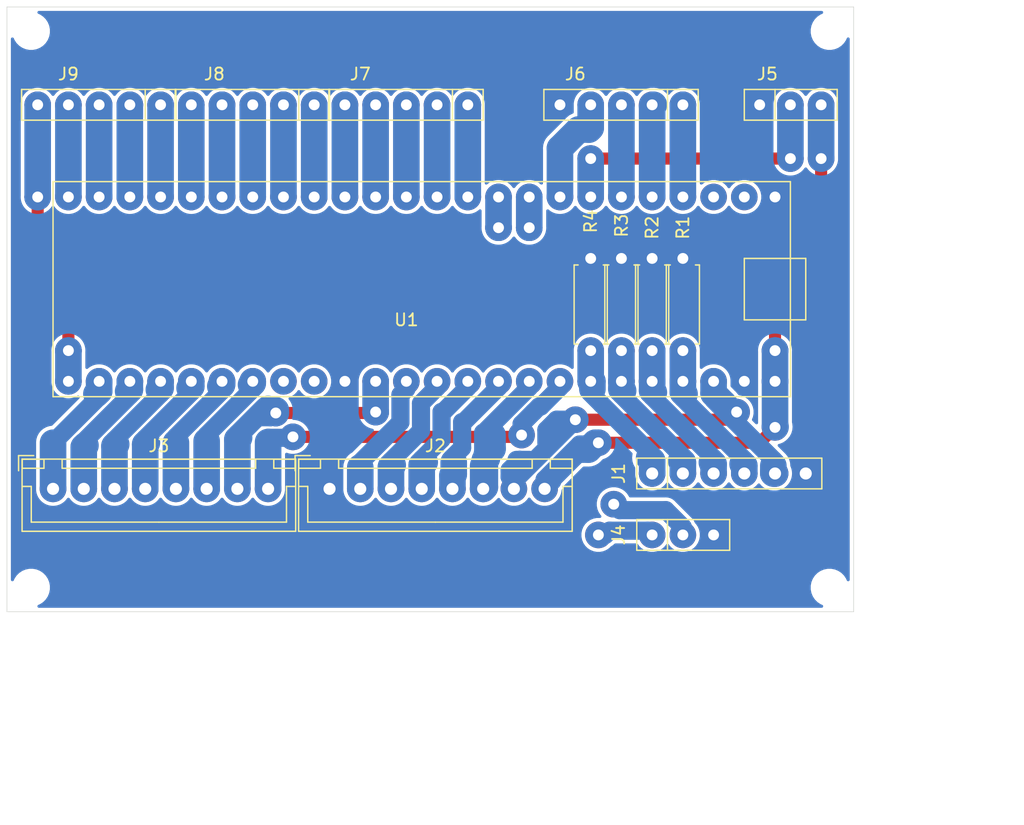
<source format=kicad_pcb>
(kicad_pcb (version 20171130) (host pcbnew "(5.1.6)-1")

  (general
    (thickness 1.6)
    (drawings 6)
    (tracks 251)
    (zones 0)
    (modules 18)
    (nets 46)
  )

  (page A4)
  (layers
    (0 F.Cu signal)
    (31 B.Cu signal)
    (32 B.Adhes user)
    (33 F.Adhes user)
    (34 B.Paste user)
    (35 F.Paste user)
    (36 B.SilkS user)
    (37 F.SilkS user)
    (38 B.Mask user)
    (39 F.Mask user)
    (40 Dwgs.User user)
    (41 Cmts.User user)
    (42 Eco1.User user)
    (43 Eco2.User user)
    (44 Edge.Cuts user)
    (45 Margin user)
    (46 B.CrtYd user)
    (47 F.CrtYd user)
    (48 B.Fab user hide)
    (49 F.Fab user)
  )

  (setup
    (last_trace_width 1)
    (user_trace_width 1)
    (user_trace_width 1.5)
    (user_trace_width 2.2)
    (trace_clearance 0.2)
    (zone_clearance 0.3)
    (zone_45_only no)
    (trace_min 0.2)
    (via_size 0.8)
    (via_drill 0.4)
    (via_min_size 0.4)
    (via_min_drill 0.3)
    (user_via 2.2 0.9)
    (uvia_size 0.3)
    (uvia_drill 0.1)
    (uvias_allowed no)
    (uvia_min_size 0.2)
    (uvia_min_drill 0.1)
    (edge_width 0.05)
    (segment_width 0.2)
    (pcb_text_width 0.3)
    (pcb_text_size 1.5 1.5)
    (mod_edge_width 0.12)
    (mod_text_size 1 1)
    (mod_text_width 0.15)
    (pad_size 2.2 2.2)
    (pad_drill 1)
    (pad_to_mask_clearance 0.05)
    (aux_axis_origin 0 0)
    (visible_elements 7FFFFFFF)
    (pcbplotparams
      (layerselection 0x010fc_ffffffff)
      (usegerberextensions false)
      (usegerberattributes true)
      (usegerberadvancedattributes true)
      (creategerberjobfile true)
      (excludeedgelayer true)
      (linewidth 0.100000)
      (plotframeref false)
      (viasonmask false)
      (mode 1)
      (useauxorigin false)
      (hpglpennumber 1)
      (hpglpenspeed 20)
      (hpglpendiameter 15.000000)
      (psnegative false)
      (psa4output false)
      (plotreference true)
      (plotvalue true)
      (plotinvisibletext false)
      (padsonsilk false)
      (subtractmaskfromsilk false)
      (outputformat 1)
      (mirror false)
      (drillshape 1)
      (scaleselection 1)
      (outputdirectory ""))
  )

  (net 0 "")
  (net 1 EXPR1)
  (net 2 EXPR2)
  (net 3 EXPR3)
  (net 4 EXPR4)
  (net 5 GND)
  (net 6 +5V)
  (net 7 TFT_RES)
  (net 8 TFT_CS)
  (net 9 TFT_CD_RS)
  (net 10 TFT_WR)
  (net 11 TFT_RD)
  (net 12 +3V3)
  (net 13 TFT_DAT2)
  (net 14 TFT_DAT3)
  (net 15 TFT_DAT4)
  (net 16 TFT_DAT5)
  (net 17 TFT_DAT6)
  (net 18 TFT_DAT7)
  (net 19 TFT_DAT0)
  (net 20 TFT_DAT1)
  (net 21 RX3)
  (net 22 TX3)
  (net 23 LEDS)
  (net 24 ROT1B)
  (net 25 ROT1A)
  (net 26 ROT2B)
  (net 27 ROT2A)
  (net 28 ROT3B)
  (net 29 ROT3A)
  (net 30 ROT4A)
  (net 31 ROT4B)
  (net 32 SW_OUT4)
  (net 33 SW_OUT3)
  (net 34 SW_OUT2)
  (net 35 SW_OUT1)
  (net 36 SW_IN1)
  (net 37 SW_IN2)
  (net 38 SW_IN3)
  (net 39 SW_IN4)
  (net 40 "Net-(U1-Pad2)")
  (net 41 "Net-(U1-Pad3)")
  (net 42 "Net-(U1-Pad32)")
  (net 43 "Net-(U1-Pad33)")
  (net 44 SW_OUT0)
  (net 45 SW_IN0)

  (net_class Default "This is the default net class."
    (clearance 0.2)
    (trace_width 0.25)
    (via_dia 0.8)
    (via_drill 0.4)
    (uvia_dia 0.3)
    (uvia_drill 0.1)
    (add_net +3V3)
    (add_net +5V)
    (add_net EXPR1)
    (add_net EXPR2)
    (add_net EXPR3)
    (add_net EXPR4)
    (add_net GND)
    (add_net LEDS)
    (add_net "Net-(U1-Pad2)")
    (add_net "Net-(U1-Pad3)")
    (add_net "Net-(U1-Pad32)")
    (add_net "Net-(U1-Pad33)")
    (add_net ROT1A)
    (add_net ROT1B)
    (add_net ROT2A)
    (add_net ROT2B)
    (add_net ROT3A)
    (add_net ROT3B)
    (add_net ROT4A)
    (add_net ROT4B)
    (add_net RX3)
    (add_net SW_IN0)
    (add_net SW_IN1)
    (add_net SW_IN2)
    (add_net SW_IN3)
    (add_net SW_IN4)
    (add_net SW_OUT0)
    (add_net SW_OUT1)
    (add_net SW_OUT2)
    (add_net SW_OUT3)
    (add_net SW_OUT4)
    (add_net TFT_CD_RS)
    (add_net TFT_CS)
    (add_net TFT_DAT0)
    (add_net TFT_DAT1)
    (add_net TFT_DAT2)
    (add_net TFT_DAT3)
    (add_net TFT_DAT4)
    (add_net TFT_DAT5)
    (add_net TFT_DAT6)
    (add_net TFT_DAT7)
    (add_net TFT_RD)
    (add_net TFT_RES)
    (add_net TFT_WR)
    (add_net TX3)
  )

  (module 0_my_footprints:myPinSocket_1x06 (layer F.Cu) (tedit 64E23EA6) (tstamp 64E22472)
    (at 53.34 -11.43 90)
    (descr "8.4mm tall socket strip, 1x06, 2.54mm pitch, from kicad_pinsockets.pm")
    (tags "Through hole socket strip THT 1x06 2.54mm single row")
    (path /64C62D8F)
    (fp_text reference J1 (at 0 -2.77 90) (layer F.SilkS)
      (effects (font (size 1 1) (thickness 0.15)))
    )
    (fp_text value EXPR (at 0 15.47 90) (layer F.Fab)
      (effects (font (size 1 1) (thickness 0.15)))
    )
    (fp_text user %R (at 0 6.35) (layer F.Fab)
      (effects (font (size 1 1) (thickness 0.15)))
    )
    (fp_line (start 1.27 -1.27) (end 1.27 14.03) (layer F.SilkS) (width 0.12))
    (fp_line (start -1.27 14.03) (end 1.27 14.03) (layer F.SilkS) (width 0.12))
    (fp_line (start -1.27 -1.27) (end -1.27 14.03) (layer F.SilkS) (width 0.12))
    (fp_line (start -1.27 -1.27) (end 1.27 -1.27) (layer F.SilkS) (width 0.12))
    (fp_line (start -1.27 1.27) (end 1.27 1.27) (layer F.SilkS) (width 0.12))
    (pad 6 thru_hole circle (at 0 12.7 90) (size 2.2 2.2) (drill 1) (layers *.Cu *.Mask)
      (net 5 GND))
    (pad 5 thru_hole circle (at 0 10.16 90) (size 2.2 2.2) (drill 1) (layers *.Cu *.Mask)
      (net 12 +3V3))
    (pad 4 thru_hole circle (at 0 7.62 90) (size 2.2 2.2) (drill 1) (layers *.Cu *.Mask)
      (net 1 EXPR1))
    (pad 3 thru_hole circle (at 0 5.08 90) (size 2.2 2.2) (drill 1) (layers *.Cu *.Mask)
      (net 2 EXPR2))
    (pad 2 thru_hole circle (at 0 2.54 90) (size 2.2 2.2) (drill 1) (layers *.Cu *.Mask)
      (net 3 EXPR3))
    (pad 1 thru_hole circle (at 0 0 90) (size 2.2 2.2) (drill 1) (layers *.Cu *.Mask)
      (net 4 EXPR4))
    (model ${MY_KICAD_LIBRARIES}/my_3d_files/pinSockets/myPinSocket_1x06.step
      (at (xyz 0 0 0))
      (scale (xyz 1 1 1))
      (rotate (xyz 0 0 0))
    )
  )

  (module 0_my_footprints:myPinSocket_1x03 (layer F.Cu) (tedit 64E23E38) (tstamp 64E2248B)
    (at 53.34 -6.35 90)
    (descr "8.4mm tall socket strip, 1x03, 2.54mm pitch, from kicad_pinsockets.pm")
    (tags "Through hole socket strip THT 1x03 2.54mm single row")
    (path /64C8B260)
    (fp_text reference J4 (at 0 -2.77 90) (layer F.SilkS)
      (effects (font (size 1 1) (thickness 0.15)))
    )
    (fp_text value SERIAL (at 0 7.85 90) (layer F.Fab)
      (effects (font (size 1 1) (thickness 0.15)))
    )
    (fp_text user %R (at 0 2.54) (layer F.Fab)
      (effects (font (size 1 1) (thickness 0.15)))
    )
    (fp_line (start 1.27 -1.27) (end 1.27 6.41) (layer F.SilkS) (width 0.12))
    (fp_line (start -1.27 6.41) (end 1.27 6.41) (layer F.SilkS) (width 0.12))
    (fp_line (start -1.27 -1.27) (end -1.27 6.41) (layer F.SilkS) (width 0.12))
    (fp_line (start -1.27 -1.27) (end 1.27 -1.27) (layer F.SilkS) (width 0.12))
    (fp_line (start -1.27 1.27) (end 1.27 1.27) (layer F.SilkS) (width 0.12))
    (pad 3 thru_hole circle (at 0 5.08 90) (size 2.2 2.2) (drill 0.9) (layers *.Cu *.Mask)
      (net 5 GND))
    (pad 2 thru_hole circle (at 0 2.54 90) (size 2.2 2.2) (drill 0.9) (layers *.Cu *.Mask)
      (net 21 RX3))
    (pad 1 thru_hole circle (at 0 0 90) (size 2.2 2.2) (drill 0.9) (layers *.Cu *.Mask)
      (net 22 TX3))
    (model ${MY_KICAD_LIBRARIES}/my_3d_files/pinSockets/myPinSocket_1x03.step
      (at (xyz 0 0 0))
      (scale (xyz 1 1 1))
      (rotate (xyz 0 0 0))
    )
  )

  (module 0_my_footprints:myPinSocket_1x03 (layer F.Cu) (tedit 64E23E38) (tstamp 64E224A1)
    (at 62.23 -41.91 90)
    (descr "8.4mm tall socket strip, 1x03, 2.54mm pitch, from kicad_pinsockets.pm")
    (tags "Through hole socket strip THT 1x03 2.54mm single row")
    (path /64C5C08D)
    (fp_text reference J5 (at 2.54 0.635 180) (layer F.SilkS)
      (effects (font (size 1 1) (thickness 0.15)))
    )
    (fp_text value LEDS (at 2.54 3.81 180) (layer F.Fab)
      (effects (font (size 1 1) (thickness 0.15)))
    )
    (fp_text user %R (at 0 2.54) (layer F.Fab)
      (effects (font (size 1 1) (thickness 0.15)))
    )
    (fp_line (start 1.27 -1.27) (end 1.27 6.41) (layer F.SilkS) (width 0.12))
    (fp_line (start -1.27 6.41) (end 1.27 6.41) (layer F.SilkS) (width 0.12))
    (fp_line (start -1.27 -1.27) (end -1.27 6.41) (layer F.SilkS) (width 0.12))
    (fp_line (start -1.27 -1.27) (end 1.27 -1.27) (layer F.SilkS) (width 0.12))
    (fp_line (start -1.27 1.27) (end 1.27 1.27) (layer F.SilkS) (width 0.12))
    (pad 3 thru_hole circle (at 0 5.08 90) (size 2.2 2.2) (drill 0.9) (layers *.Cu *.Mask)
      (net 6 +5V))
    (pad 2 thru_hole circle (at 0 2.54 90) (size 2.2 2.2) (drill 0.9) (layers *.Cu *.Mask)
      (net 23 LEDS))
    (pad 1 thru_hole circle (at 0 0 90) (size 2.2 2.2) (drill 0.9) (layers *.Cu *.Mask)
      (net 5 GND))
    (model ${MY_KICAD_LIBRARIES}/my_3d_files/pinSockets/myPinSocket_1x03.step
      (at (xyz 0 0 0))
      (scale (xyz 1 1 1))
      (rotate (xyz 0 0 0))
    )
  )

  (module 0_my_footprints:myPinSocket_1x05 (layer F.Cu) (tedit 64E23E48) (tstamp 64E224B7)
    (at 55.88 -41.91 270)
    (descr "8.4mm tall socket strip, 1x05, 2.54mm pitch, from kicad_pinsockets.pm")
    (tags "Through hole socket strip THT 1x05 2.54mm single row")
    (path /64C5D02E)
    (fp_text reference J6 (at -2.54 8.89 180) (layer F.SilkS)
      (effects (font (size 1 1) (thickness 0.15)))
    )
    (fp_text value ROTARY12 (at -2.54 3.81 180) (layer F.Fab)
      (effects (font (size 1 1) (thickness 0.15)))
    )
    (fp_text user %R (at 0 5.08) (layer F.Fab)
      (effects (font (size 1 1) (thickness 0.15)))
    )
    (fp_line (start -1.27 -1.27) (end 1.27 -1.27) (layer F.SilkS) (width 0.12))
    (fp_line (start -1.27 -1.27) (end -1.27 11.49) (layer F.SilkS) (width 0.12))
    (fp_line (start -1.27 11.49) (end 1.27 11.49) (layer F.SilkS) (width 0.12))
    (fp_line (start 1.27 -1.27) (end 1.27 11.49) (layer F.SilkS) (width 0.12))
    (fp_line (start -1.27 1.27) (end 1.27 1.27) (layer F.SilkS) (width 0.12))
    (pad 5 thru_hole circle (at 0 10.16 270) (size 2.2 2.2) (drill 0.9) (layers *.Cu *.Mask)
      (net 5 GND))
    (pad 4 thru_hole circle (at 0 7.62 270) (size 2.2 2.2) (drill 0.9) (layers *.Cu *.Mask)
      (net 26 ROT2B))
    (pad 3 thru_hole circle (at 0 5.08 270) (size 2.2 2.2) (drill 0.9) (layers *.Cu *.Mask)
      (net 27 ROT2A))
    (pad 2 thru_hole circle (at 0 2.54 270) (size 2.2 2.2) (drill 0.9) (layers *.Cu *.Mask)
      (net 24 ROT1B))
    (pad 1 thru_hole circle (at 0 0 270) (size 2.2 2.2) (drill 0.9) (layers *.Cu *.Mask)
      (net 25 ROT1A))
    (model ${MY_KICAD_LIBRARIES}/my_3d_files/pinSockets/myPinSocket_1x05.step
      (at (xyz 0 0 0))
      (scale (xyz 1 1 1))
      (rotate (xyz 0 0 0))
    )
  )

  (module 0_my_footprints:myPinSocket_1x05 (layer F.Cu) (tedit 64E23E48) (tstamp 64E224CF)
    (at 38.1 -41.91 270)
    (descr "8.4mm tall socket strip, 1x05, 2.54mm pitch, from kicad_pinsockets.pm")
    (tags "Through hole socket strip THT 1x05 2.54mm single row")
    (path /64C75495)
    (fp_text reference J7 (at -2.54 8.89 180) (layer F.SilkS)
      (effects (font (size 1 1) (thickness 0.15)))
    )
    (fp_text value ROTARY34 (at -2.54 3.81 180) (layer F.Fab)
      (effects (font (size 1 1) (thickness 0.15)))
    )
    (fp_text user %R (at 0 5.08) (layer F.Fab)
      (effects (font (size 1 1) (thickness 0.15)))
    )
    (fp_line (start -1.27 -1.27) (end 1.27 -1.27) (layer F.SilkS) (width 0.12))
    (fp_line (start -1.27 -1.27) (end -1.27 11.49) (layer F.SilkS) (width 0.12))
    (fp_line (start -1.27 11.49) (end 1.27 11.49) (layer F.SilkS) (width 0.12))
    (fp_line (start 1.27 -1.27) (end 1.27 11.49) (layer F.SilkS) (width 0.12))
    (fp_line (start -1.27 1.27) (end 1.27 1.27) (layer F.SilkS) (width 0.12))
    (pad 5 thru_hole circle (at 0 10.16 270) (size 2.2 2.2) (drill 0.9) (layers *.Cu *.Mask)
      (net 12 +3V3))
    (pad 4 thru_hole circle (at 0 7.62 270) (size 2.2 2.2) (drill 0.9) (layers *.Cu *.Mask)
      (net 31 ROT4B))
    (pad 3 thru_hole circle (at 0 5.08 270) (size 2.2 2.2) (drill 0.9) (layers *.Cu *.Mask)
      (net 30 ROT4A))
    (pad 2 thru_hole circle (at 0 2.54 270) (size 2.2 2.2) (drill 0.9) (layers *.Cu *.Mask)
      (net 28 ROT3B))
    (pad 1 thru_hole circle (at 0 0 270) (size 2.2 2.2) (drill 0.9) (layers *.Cu *.Mask)
      (net 29 ROT3A))
    (model ${MY_KICAD_LIBRARIES}/my_3d_files/pinSockets/myPinSocket_1x05.step
      (at (xyz 0 0 0))
      (scale (xyz 1 1 1))
      (rotate (xyz 0 0 0))
    )
  )

  (module 0_my_footprints:myPinSocket_1x05 (layer F.Cu) (tedit 64E23E48) (tstamp 64E224E7)
    (at 25.4 -41.91 270)
    (descr "8.4mm tall socket strip, 1x05, 2.54mm pitch, from kicad_pinsockets.pm")
    (tags "Through hole socket strip THT 1x05 2.54mm single row")
    (path /64C7A741)
    (fp_text reference J8 (at -2.54 8.255 180) (layer F.SilkS)
      (effects (font (size 1 1) (thickness 0.15)))
    )
    (fp_text value SW_OUT (at -2.54 3.81 180) (layer F.Fab)
      (effects (font (size 1 1) (thickness 0.15)))
    )
    (fp_text user %R (at 0 5.08) (layer F.Fab)
      (effects (font (size 1 1) (thickness 0.15)))
    )
    (fp_line (start -1.27 -1.27) (end 1.27 -1.27) (layer F.SilkS) (width 0.12))
    (fp_line (start -1.27 -1.27) (end -1.27 11.49) (layer F.SilkS) (width 0.12))
    (fp_line (start -1.27 11.49) (end 1.27 11.49) (layer F.SilkS) (width 0.12))
    (fp_line (start 1.27 -1.27) (end 1.27 11.49) (layer F.SilkS) (width 0.12))
    (fp_line (start -1.27 1.27) (end 1.27 1.27) (layer F.SilkS) (width 0.12))
    (pad 5 thru_hole circle (at 0 10.16 270) (size 2.2 2.2) (drill 0.9) (layers *.Cu *.Mask)
      (net 32 SW_OUT4))
    (pad 4 thru_hole circle (at 0 7.62 270) (size 2.2 2.2) (drill 0.9) (layers *.Cu *.Mask)
      (net 33 SW_OUT3))
    (pad 3 thru_hole circle (at 0 5.08 270) (size 2.2 2.2) (drill 0.9) (layers *.Cu *.Mask)
      (net 34 SW_OUT2))
    (pad 2 thru_hole circle (at 0 2.54 270) (size 2.2 2.2) (drill 0.9) (layers *.Cu *.Mask)
      (net 35 SW_OUT1))
    (pad 1 thru_hole circle (at 0 0 270) (size 2.2 2.2) (drill 0.9) (layers *.Cu *.Mask)
      (net 44 SW_OUT0))
    (model ${MY_KICAD_LIBRARIES}/my_3d_files/pinSockets/myPinSocket_1x05.step
      (at (xyz 0 0 0))
      (scale (xyz 1 1 1))
      (rotate (xyz 0 0 0))
    )
  )

  (module 0_my_footprints:myPinSocket_1x05 (layer F.Cu) (tedit 64E23E48) (tstamp 64E24345)
    (at 12.7 -41.91 270)
    (descr "8.4mm tall socket strip, 1x05, 2.54mm pitch, from kicad_pinsockets.pm")
    (tags "Through hole socket strip THT 1x05 2.54mm single row")
    (path /64C7D5D7)
    (fp_text reference J9 (at -2.54 7.62 180) (layer F.SilkS)
      (effects (font (size 1 1) (thickness 0.15)))
    )
    (fp_text value SW_IN (at -2.54 3.81 180) (layer F.Fab)
      (effects (font (size 1 1) (thickness 0.15)))
    )
    (fp_text user %R (at 0 5.08) (layer F.Fab)
      (effects (font (size 1 1) (thickness 0.15)))
    )
    (fp_line (start -1.27 -1.27) (end 1.27 -1.27) (layer F.SilkS) (width 0.12))
    (fp_line (start -1.27 -1.27) (end -1.27 11.49) (layer F.SilkS) (width 0.12))
    (fp_line (start -1.27 11.49) (end 1.27 11.49) (layer F.SilkS) (width 0.12))
    (fp_line (start 1.27 -1.27) (end 1.27 11.49) (layer F.SilkS) (width 0.12))
    (fp_line (start -1.27 1.27) (end 1.27 1.27) (layer F.SilkS) (width 0.12))
    (pad 5 thru_hole circle (at 0 10.16 270) (size 2.2 2.2) (drill 0.9) (layers *.Cu *.Mask)
      (net 39 SW_IN4))
    (pad 4 thru_hole circle (at 0 7.62 270) (size 2.2 2.2) (drill 0.9) (layers *.Cu *.Mask)
      (net 38 SW_IN3))
    (pad 3 thru_hole circle (at 0 5.08 270) (size 2.2 2.2) (drill 0.9) (layers *.Cu *.Mask)
      (net 37 SW_IN2))
    (pad 2 thru_hole circle (at 0 2.54 270) (size 2.2 2.2) (drill 0.9) (layers *.Cu *.Mask)
      (net 36 SW_IN1))
    (pad 1 thru_hole circle (at 0 0 270) (size 2.2 2.2) (drill 0.9) (layers *.Cu *.Mask)
      (net 45 SW_IN0))
    (model ${MY_KICAD_LIBRARIES}/my_3d_files/pinSockets/myPinSocket_1x05.step
      (at (xyz 0 0 0))
      (scale (xyz 1 1 1))
      (rotate (xyz 0 0 0))
    )
  )

  (module 0_my_footprints:myMountingHole_2.5mm (layer F.Cu) (tedit 64C5A32E) (tstamp 64C61BAC)
    (at 2 -48 180)
    (descr "Mounting Hole 2.5mm, no annular")
    (tags "mounting hole 2.5mm no annular")
    (attr virtual)
    (fp_text reference REF** (at 0 -3.5) (layer B.Fab)
      (effects (font (size 1 1) (thickness 0.15)))
    )
    (fp_text value myMountingHole_2.5mm (at 0 3.5) (layer B.Fab)
      (effects (font (size 1 1) (thickness 0.15)))
    )
    (fp_circle (center 0 0) (end 2.5 0) (layer B.Fab) (width 0.15))
    (pad 1 np_thru_hole circle (at 0 0 180) (size 2.5 2.5) (drill 2.5) (layers *.Cu *.Mask))
  )

  (module 0_my_footprints:myMountingHole_2.5mm (layer F.Cu) (tedit 64C5A32E) (tstamp 64C61BAC)
    (at 68 -2 180)
    (descr "Mounting Hole 2.5mm, no annular")
    (tags "mounting hole 2.5mm no annular")
    (attr virtual)
    (fp_text reference REF** (at 0 -3.5) (layer B.Fab)
      (effects (font (size 1 1) (thickness 0.15)))
    )
    (fp_text value myMountingHole_2.5mm (at 0 3.5) (layer B.Fab)
      (effects (font (size 1 1) (thickness 0.15)))
    )
    (fp_circle (center 0 0) (end 2.5 0) (layer B.Fab) (width 0.15))
    (pad 1 np_thru_hole circle (at 0 0 180) (size 2.5 2.5) (drill 2.5) (layers *.Cu *.Mask))
  )

  (module 0_my_footprints:myMountingHole_2.5mm (layer F.Cu) (tedit 64C5A32E) (tstamp 64C61BAC)
    (at 68 -48 180)
    (descr "Mounting Hole 2.5mm, no annular")
    (tags "mounting hole 2.5mm no annular")
    (attr virtual)
    (fp_text reference REF** (at 0 -3.5) (layer B.Fab)
      (effects (font (size 1 1) (thickness 0.15)))
    )
    (fp_text value myMountingHole_2.5mm (at 0 3.5) (layer B.Fab)
      (effects (font (size 1 1) (thickness 0.15)))
    )
    (fp_circle (center 0 0) (end 2.5 0) (layer B.Fab) (width 0.15))
    (pad 1 np_thru_hole circle (at 0 0 180) (size 2.5 2.5) (drill 2.5) (layers *.Cu *.Mask))
  )

  (module 0_my_footprints:myMountingHole_2.5mm (layer F.Cu) (tedit 64C5A32E) (tstamp 64C61B4B)
    (at 2 -2 180)
    (descr "Mounting Hole 2.5mm, no annular")
    (tags "mounting hole 2.5mm no annular")
    (attr virtual)
    (fp_text reference REF** (at 0 -3.5) (layer B.Fab)
      (effects (font (size 1 1) (thickness 0.15)))
    )
    (fp_text value myMountingHole_2.5mm (at 0 3.5) (layer B.Fab)
      (effects (font (size 1 1) (thickness 0.15)))
    )
    (fp_circle (center 0 0) (end 2.5 0) (layer B.Fab) (width 0.15))
    (pad 1 np_thru_hole circle (at 0 0 180) (size 2.5 2.5) (drill 2.5) (layers *.Cu *.Mask))
  )

  (module 0_my_footprints:myResistor (layer F.Cu) (tedit 63C07D9D) (tstamp 64C594B1)
    (at 55.88 -21.59 90)
    (descr "Resistor, Axial_DIN0207 series, Axial, Horizontal, pin pitch=7.62mm, 0.25W = 1/4W, length*diameter=6.3*2.5mm^2, http://cdn-reichelt.de/documents/datenblatt/B400/1_4W%23YAG.pdf")
    (tags "Resistor Axial_DIN0207 series Axial Horizontal pin pitch 7.62mm 0.25W = 1/4W length 6.3mm diameter 2.5mm")
    (path /64CFCDE5)
    (fp_text reference R1 (at 10.16 0 90) (layer F.SilkS)
      (effects (font (size 1 1) (thickness 0.15)))
    )
    (fp_text value 10K (at 3.81 0 90) (layer F.Fab)
      (effects (font (size 1 1) (thickness 0.15)))
    )
    (fp_line (start 0.66 -1.25) (end 0.66 1.25) (layer F.Fab) (width 0.1))
    (fp_line (start 0.66 1.25) (end 6.96 1.25) (layer F.Fab) (width 0.1))
    (fp_line (start 6.96 1.25) (end 6.96 -1.25) (layer F.Fab) (width 0.1))
    (fp_line (start 6.96 -1.25) (end 0.66 -1.25) (layer F.Fab) (width 0.1))
    (fp_line (start 0 0) (end 0.66 0) (layer F.Fab) (width 0.1))
    (fp_line (start 7.62 0) (end 6.96 0) (layer F.Fab) (width 0.1))
    (fp_line (start 0.54 -1.04) (end 0.54 -1.37) (layer F.SilkS) (width 0.12))
    (fp_line (start 0.54 -1.37) (end 7.08 -1.37) (layer F.SilkS) (width 0.12))
    (fp_line (start 7.08 -1.37) (end 7.08 -1.04) (layer F.SilkS) (width 0.12))
    (fp_line (start 0.54 1.04) (end 0.54 1.37) (layer F.SilkS) (width 0.12))
    (fp_line (start 0.54 1.37) (end 7.08 1.37) (layer F.SilkS) (width 0.12))
    (fp_line (start 7.08 1.37) (end 7.08 1.04) (layer F.SilkS) (width 0.12))
    (fp_line (start -1.05 -1.5) (end -1.05 1.5) (layer F.CrtYd) (width 0.05))
    (fp_line (start -1.05 1.5) (end 8.67 1.5) (layer F.CrtYd) (width 0.05))
    (fp_line (start 8.67 1.5) (end 8.67 -1.5) (layer F.CrtYd) (width 0.05))
    (fp_line (start 8.67 -1.5) (end -1.05 -1.5) (layer F.CrtYd) (width 0.05))
    (fp_text user %R (at 10.16 0 90) (layer F.Fab)
      (effects (font (size 1 1) (thickness 0.15)))
    )
    (pad 1 thru_hole circle (at 0 0 90) (size 2.2 2.2) (drill 0.9) (layers *.Cu *.Mask)
      (net 1 EXPR1))
    (pad 2 thru_hole circle (at 7.62 0 90) (size 2.2 2.2) (drill 0.9) (layers *.Cu *.Mask)
      (net 5 GND))
    (model ${KISYS3DMOD}/Resistor_THT.3dshapes/R_Axial_DIN0207_L6.3mm_D2.5mm_P7.62mm_Horizontal.wrl
      (at (xyz 0 0 0))
      (scale (xyz 1 1 1))
      (rotate (xyz 0 0 0))
    )
  )

  (module 0_my_teensy:myTeensy3.6 (layer F.Cu) (tedit 64C586E7) (tstamp 64C594F1)
    (at 34.29 -26.67 180)
    (path /64C58045)
    (fp_text reference U1 (at 1.27 -2.54) (layer F.SilkS)
      (effects (font (size 1 1) (thickness 0.15)))
    )
    (fp_text value myTeensy3.6 (at 1.27 -0.5) (layer F.Fab)
      (effects (font (size 1 1) (thickness 0.15)))
    )
    (fp_line (start -30.48 -8.89) (end 30.48 -8.89) (layer F.Fab) (width 0.12))
    (fp_line (start 30.48 -8.89) (end 30.48 8.89) (layer F.Fab) (width 0.12))
    (fp_line (start 30.48 8.89) (end -30.48 8.89) (layer F.Fab) (width 0.12))
    (fp_line (start -30.48 8.89) (end -30.48 -8.89) (layer F.Fab) (width 0.12))
    (fp_line (start -30.48 -8.89) (end 30.48 -8.89) (layer F.SilkS) (width 0.12))
    (fp_line (start 30.48 -8.89) (end 30.48 8.89) (layer F.SilkS) (width 0.12))
    (fp_line (start 30.48 8.89) (end -30.48 8.89) (layer F.SilkS) (width 0.12))
    (fp_line (start -30.48 8.89) (end -30.48 -8.89) (layer F.SilkS) (width 0.12))
    (fp_line (start -31.75 -2.54) (end -26.67 -2.54) (layer F.SilkS) (width 0.12))
    (fp_line (start -26.67 -2.54) (end -26.67 2.54) (layer F.SilkS) (width 0.12))
    (fp_line (start -26.67 2.54) (end -31.75 2.54) (layer F.SilkS) (width 0.12))
    (fp_line (start -31.75 2.54) (end -31.75 -2.54) (layer F.SilkS) (width 0.12))
    (pad 1 thru_hole circle (at -29.21 7.62 180) (size 2.2 2.2) (drill 0.9) (layers *.Cu *.Mask)
      (net 5 GND))
    (pad 2 thru_hole circle (at -26.67 7.62 180) (size 2.2 2.2) (drill 0.9) (layers *.Cu *.Mask)
      (net 40 "Net-(U1-Pad2)"))
    (pad 3 thru_hole circle (at -24.13 7.62 180) (size 2.2 2.2) (drill 0.9) (layers *.Cu *.Mask)
      (net 41 "Net-(U1-Pad3)"))
    (pad 4 thru_hole circle (at -21.59 7.62 180) (size 2.2 2.2) (drill 0.9) (layers *.Cu *.Mask)
      (net 25 ROT1A))
    (pad 5 thru_hole circle (at -19.05 7.62 180) (size 2.2 2.2) (drill 0.9) (layers *.Cu *.Mask)
      (net 24 ROT1B))
    (pad 6 thru_hole circle (at -16.51 7.62 180) (size 2.2 2.2) (drill 0.9) (layers *.Cu *.Mask)
      (net 27 ROT2A))
    (pad 7 thru_hole circle (at -13.97 7.62 180) (size 2.2 2.2) (drill 0.9) (layers *.Cu *.Mask)
      (net 23 LEDS))
    (pad 8 thru_hole circle (at -11.43 7.62 180) (size 2.2 2.2) (drill 0.9) (layers *.Cu *.Mask)
      (net 26 ROT2B))
    (pad 9 thru_hole circle (at -8.89 7.62 180) (size 2.2 2.2) (drill 0.9) (layers *.Cu *.Mask)
      (net 21 RX3))
    (pad 10 thru_hole circle (at -6.35 7.62 180) (size 2.2 2.2) (drill 0.9) (layers *.Cu *.Mask)
      (net 22 TX3))
    (pad 11 thru_hole circle (at -3.81 7.62 180) (size 2.2 2.2) (drill 0.9) (layers *.Cu *.Mask)
      (net 29 ROT3A))
    (pad 12 thru_hole circle (at -1.27 7.62 180) (size 2.2 2.2) (drill 0.9) (layers *.Cu *.Mask)
      (net 28 ROT3B))
    (pad 13 thru_hole circle (at 1.27 7.62 180) (size 2.2 2.2) (drill 0.9) (layers *.Cu *.Mask)
      (net 30 ROT4A))
    (pad 14 thru_hole circle (at 3.81 7.62 180) (size 2.2 2.2) (drill 0.9) (layers *.Cu *.Mask)
      (net 31 ROT4B))
    (pad 15 thru_hole circle (at 6.35 7.62 180) (size 2.2 2.2) (drill 0.9) (layers *.Cu *.Mask)
      (net 12 +3V3))
    (pad 16 thru_hole circle (at 8.89 7.62 180) (size 2.2 2.2) (drill 0.9) (layers *.Cu *.Mask)
      (net 44 SW_OUT0))
    (pad 17 thru_hole circle (at 11.43 7.62 180) (size 2.2 2.2) (drill 0.9) (layers *.Cu *.Mask)
      (net 35 SW_OUT1))
    (pad 18 thru_hole circle (at 13.97 7.62 180) (size 2.2 2.2) (drill 0.9) (layers *.Cu *.Mask)
      (net 34 SW_OUT2))
    (pad 19 thru_hole circle (at 16.51 7.62 180) (size 2.2 2.2) (drill 0.9) (layers *.Cu *.Mask)
      (net 33 SW_OUT3))
    (pad 20 thru_hole circle (at 19.05 7.62 180) (size 2.2 2.2) (drill 0.9) (layers *.Cu *.Mask)
      (net 32 SW_OUT4))
    (pad 21 thru_hole circle (at 21.59 7.62 180) (size 2.2 2.2) (drill 0.9) (layers *.Cu *.Mask)
      (net 45 SW_IN0))
    (pad 22 thru_hole circle (at 24.13 7.62 180) (size 2.2 2.2) (drill 0.9) (layers *.Cu *.Mask)
      (net 36 SW_IN1))
    (pad 23 thru_hole circle (at 26.67 7.62 180) (size 2.2 2.2) (drill 0.9) (layers *.Cu *.Mask)
      (net 37 SW_IN2))
    (pad 24 thru_hole circle (at 29.21 7.62 180) (size 2.2 2.2) (drill 0.9) (layers *.Cu *.Mask)
      (net 38 SW_IN3))
    (pad 25 thru_hole circle (at 29.21 -7.62 180) (size 2.2 2.2) (drill 0.9) (layers *.Cu *.Mask)
      (net 39 SW_IN4))
    (pad 26 thru_hole circle (at 26.67 -7.62 180) (size 2.2 2.2) (drill 0.9) (layers *.Cu *.Mask)
      (net 13 TFT_DAT2))
    (pad 27 thru_hole circle (at 24.13 -7.62 180) (size 2.2 2.2) (drill 0.9) (layers *.Cu *.Mask)
      (net 14 TFT_DAT3))
    (pad 28 thru_hole circle (at 21.59 -7.62 180) (size 2.2 2.2) (drill 0.9) (layers *.Cu *.Mask)
      (net 15 TFT_DAT4))
    (pad 29 thru_hole circle (at 19.05 -7.62 180) (size 2.2 2.2) (drill 0.9) (layers *.Cu *.Mask)
      (net 16 TFT_DAT5))
    (pad 30 thru_hole circle (at 16.51 -7.62 180) (size 2.2 2.2) (drill 0.9) (layers *.Cu *.Mask)
      (net 17 TFT_DAT6))
    (pad 31 thru_hole circle (at 13.97 -7.62 180) (size 2.2 2.2) (drill 0.9) (layers *.Cu *.Mask)
      (net 18 TFT_DAT7))
    (pad 32 thru_hole circle (at 11.43 -7.62 180) (size 2.2 2.2) (drill 0.9) (layers *.Cu *.Mask)
      (net 42 "Net-(U1-Pad32)"))
    (pad 33 thru_hole circle (at 8.89 -7.62 180) (size 2.2 2.2) (drill 0.9) (layers *.Cu *.Mask)
      (net 43 "Net-(U1-Pad33)"))
    (pad 34 thru_hole circle (at 6.35 -7.62 180) (size 2.2 2.2) (drill 0.9) (layers *.Cu *.Mask)
      (net 5 GND))
    (pad 35 thru_hole circle (at 3.81 -7.62 180) (size 2.2 2.2) (drill 0.9) (layers *.Cu *.Mask)
      (net 19 TFT_DAT0))
    (pad 36 thru_hole circle (at 1.27 -7.62 180) (size 2.2 2.2) (drill 0.9) (layers *.Cu *.Mask)
      (net 11 TFT_RD))
    (pad 37 thru_hole circle (at -1.27 -7.62 180) (size 2.2 2.2) (drill 0.9) (layers *.Cu *.Mask)
      (net 10 TFT_WR))
    (pad 38 thru_hole circle (at -3.81 -7.62 180) (size 2.2 2.2) (drill 0.9) (layers *.Cu *.Mask)
      (net 9 TFT_CD_RS))
    (pad 39 thru_hole circle (at -6.35 -7.62 180) (size 2.2 2.2) (drill 0.9) (layers *.Cu *.Mask)
      (net 8 TFT_CS))
    (pad 40 thru_hole circle (at -8.89 -7.62 180) (size 2.2 2.2) (drill 0.9) (layers *.Cu *.Mask)
      (net 7 TFT_RES))
    (pad 41 thru_hole circle (at -11.43 -7.62 180) (size 2.2 2.2) (drill 0.9) (layers *.Cu *.Mask)
      (net 20 TFT_DAT1))
    (pad 42 thru_hole circle (at -13.97 -7.62 180) (size 2.2 2.2) (drill 0.9) (layers *.Cu *.Mask)
      (net 4 EXPR4))
    (pad 43 thru_hole circle (at -16.51 -7.62 180) (size 2.2 2.2) (drill 0.9) (layers *.Cu *.Mask)
      (net 3 EXPR3))
    (pad 44 thru_hole circle (at -19.05 -7.62 180) (size 2.2 2.2) (drill 0.9) (layers *.Cu *.Mask)
      (net 2 EXPR2))
    (pad 45 thru_hole circle (at -21.59 -7.62 180) (size 2.2 2.2) (drill 0.9) (layers *.Cu *.Mask)
      (net 1 EXPR1))
    (pad 46 thru_hole circle (at -24.13 -7.62 180) (size 2.2 2.2) (drill 0.9) (layers *.Cu *.Mask)
      (net 12 +3V3))
    (pad 47 thru_hole circle (at -26.67 -7.62 180) (size 2.2 2.2) (drill 0.9) (layers *.Cu *.Mask)
      (net 5 GND))
    (pad 48 thru_hole circle (at -29.21 -7.62 180) (size 2.2 2.2) (drill 0.9) (layers *.Cu *.Mask)
      (net 6 +5V))
    (model C:/src/kiCad/libraries/my_3d_files/pinSockets/myPinSocket_1x24.step
      (offset (xyz 29.21 7.62 0))
      (scale (xyz 1 1 1))
      (rotate (xyz 0 0 90))
    )
    (model C:/src/kiCad/libraries/my_3d_files/pinSockets/myPinSocket_1x24.step
      (offset (xyz 29.21 -7.62 0))
      (scale (xyz 1 1 1))
      (rotate (xyz 0 0 90))
    )
    (model C:/src/kiCad/libraries/my_3d_files/Teensy_3.5_3.6_Assembly.STEP
      (offset (xyz -30.48 0 8.5))
      (scale (xyz 1 1 1))
      (rotate (xyz 0 0 0))
    )
  )

  (module 0_my_footprints:myJSTx08 (layer F.Cu) (tedit 63C19EB8) (tstamp 64E13880)
    (at 26.67 -10.16)
    (descr "JST XH series connector, B8B-XH-A (http://www.jst-mfg.com/product/pdf/eng/eXH.pdf), generated with kicad-footprint-generator")
    (tags "connector JST XH vertical")
    (path /64C61392)
    (fp_text reference J2 (at 8.75 -3.55) (layer F.SilkS)
      (effects (font (size 1 1) (thickness 0.15)))
    )
    (fp_text value TFT_CONTROL (at 8.75 4.6) (layer F.Fab)
      (effects (font (size 1 1) (thickness 0.15)))
    )
    (fp_line (start -2.85 -2.75) (end -2.85 -1.5) (layer F.SilkS) (width 0.12))
    (fp_line (start -1.6 -2.75) (end -2.85 -2.75) (layer F.SilkS) (width 0.12))
    (fp_line (start 19.3 2.75) (end 8.75 2.75) (layer F.SilkS) (width 0.12))
    (fp_line (start 19.3 -0.2) (end 19.3 2.75) (layer F.SilkS) (width 0.12))
    (fp_line (start 20.05 -0.2) (end 19.3 -0.2) (layer F.SilkS) (width 0.12))
    (fp_line (start -1.8 2.75) (end 8.75 2.75) (layer F.SilkS) (width 0.12))
    (fp_line (start -1.8 -0.2) (end -1.8 2.75) (layer F.SilkS) (width 0.12))
    (fp_line (start -2.55 -0.2) (end -1.8 -0.2) (layer F.SilkS) (width 0.12))
    (fp_line (start 20.05 -2.45) (end 18.25 -2.45) (layer F.SilkS) (width 0.12))
    (fp_line (start 20.05 -1.7) (end 20.05 -2.45) (layer F.SilkS) (width 0.12))
    (fp_line (start 18.25 -1.7) (end 20.05 -1.7) (layer F.SilkS) (width 0.12))
    (fp_line (start 18.25 -2.45) (end 18.25 -1.7) (layer F.SilkS) (width 0.12))
    (fp_line (start -0.75 -2.45) (end -2.55 -2.45) (layer F.SilkS) (width 0.12))
    (fp_line (start -0.75 -1.7) (end -0.75 -2.45) (layer F.SilkS) (width 0.12))
    (fp_line (start -2.55 -1.7) (end -0.75 -1.7) (layer F.SilkS) (width 0.12))
    (fp_line (start -2.55 -2.45) (end -2.55 -1.7) (layer F.SilkS) (width 0.12))
    (fp_line (start 16.75 -2.45) (end 0.75 -2.45) (layer F.SilkS) (width 0.12))
    (fp_line (start 16.75 -1.7) (end 16.75 -2.45) (layer F.SilkS) (width 0.12))
    (fp_line (start 0.75 -1.7) (end 16.75 -1.7) (layer F.SilkS) (width 0.12))
    (fp_line (start 0.75 -2.45) (end 0.75 -1.7) (layer F.SilkS) (width 0.12))
    (fp_line (start 0 -1.35) (end 0.625 -2.35) (layer F.Fab) (width 0.1))
    (fp_line (start -0.625 -2.35) (end 0 -1.35) (layer F.Fab) (width 0.1))
    (fp_line (start 20.45 -2.85) (end -2.95 -2.85) (layer F.CrtYd) (width 0.05))
    (fp_line (start 20.45 3.9) (end 20.45 -2.85) (layer F.CrtYd) (width 0.05))
    (fp_line (start -2.95 3.9) (end 20.45 3.9) (layer F.CrtYd) (width 0.05))
    (fp_line (start -2.95 -2.85) (end -2.95 3.9) (layer F.CrtYd) (width 0.05))
    (fp_line (start 20.06 -2.46) (end -2.56 -2.46) (layer F.SilkS) (width 0.12))
    (fp_line (start 20.06 3.51) (end 20.06 -2.46) (layer F.SilkS) (width 0.12))
    (fp_line (start -2.56 3.51) (end 20.06 3.51) (layer F.SilkS) (width 0.12))
    (fp_line (start -2.56 -2.46) (end -2.56 3.51) (layer F.SilkS) (width 0.12))
    (fp_line (start 19.95 -2.35) (end -2.45 -2.35) (layer F.Fab) (width 0.1))
    (fp_line (start 19.95 3.4) (end 19.95 -2.35) (layer F.Fab) (width 0.1))
    (fp_line (start -2.45 3.4) (end 19.95 3.4) (layer F.Fab) (width 0.1))
    (fp_line (start -2.45 -2.35) (end -2.45 3.4) (layer F.Fab) (width 0.1))
    (fp_text user %R (at 8.75 2.7) (layer F.Fab)
      (effects (font (size 1 1) (thickness 0.15)))
    )
    (pad 1 thru_hole circle (at 0 0) (size 2.2 2.2) (drill 1) (layers *.Cu *.Mask)
      (net 5 GND))
    (pad 2 thru_hole circle (at 2.54 0) (size 2.2 2.2) (drill 1) (layers *.Cu *.Mask)
      (net 11 TFT_RD))
    (pad 3 thru_hole circle (at 5.08 0) (size 2.2 2.2) (drill 1) (layers *.Cu *.Mask)
      (net 10 TFT_WR))
    (pad 4 thru_hole circle (at 7.62 0) (size 2.2 2.2) (drill 1) (layers *.Cu *.Mask)
      (net 9 TFT_CD_RS))
    (pad 5 thru_hole circle (at 10.16 0) (size 2.2 2.2) (drill 1) (layers *.Cu *.Mask)
      (net 8 TFT_CS))
    (pad 6 thru_hole circle (at 12.7 0) (size 2.2 2.2) (drill 1) (layers *.Cu *.Mask)
      (net 7 TFT_RES))
    (pad 7 thru_hole circle (at 15.24 0) (size 2.2 2.2) (drill 1) (layers *.Cu *.Mask)
      (net 12 +3V3))
    (pad 8 thru_hole circle (at 17.78 0) (size 2.2 2.2) (drill 1) (layers *.Cu *.Mask)
      (net 6 +5V))
    (model ${KISYS3DMOD}/Connector_JST.3dshapes/JST_XH_B8B-XH-A_1x08_P2.50mm_Vertical.wrl
      (at (xyz 0 0 0))
      (scale (xyz 1 1 1))
      (rotate (xyz 0 0 0))
    )
  )

  (module 0_my_footprints:myJSTx08 (layer F.Cu) (tedit 63C19EB8) (tstamp 64E138AE)
    (at 3.81 -10.16)
    (descr "JST XH series connector, B8B-XH-A (http://www.jst-mfg.com/product/pdf/eng/eXH.pdf), generated with kicad-footprint-generator")
    (tags "connector JST XH vertical")
    (path /64C8119F)
    (fp_text reference J3 (at 8.75 -3.55) (layer F.SilkS)
      (effects (font (size 1 1) (thickness 0.15)))
    )
    (fp_text value TFT_DATA (at 8.75 4.6) (layer F.Fab)
      (effects (font (size 1 1) (thickness 0.15)))
    )
    (fp_line (start -2.45 -2.35) (end -2.45 3.4) (layer F.Fab) (width 0.1))
    (fp_line (start -2.45 3.4) (end 19.95 3.4) (layer F.Fab) (width 0.1))
    (fp_line (start 19.95 3.4) (end 19.95 -2.35) (layer F.Fab) (width 0.1))
    (fp_line (start 19.95 -2.35) (end -2.45 -2.35) (layer F.Fab) (width 0.1))
    (fp_line (start -2.56 -2.46) (end -2.56 3.51) (layer F.SilkS) (width 0.12))
    (fp_line (start -2.56 3.51) (end 20.06 3.51) (layer F.SilkS) (width 0.12))
    (fp_line (start 20.06 3.51) (end 20.06 -2.46) (layer F.SilkS) (width 0.12))
    (fp_line (start 20.06 -2.46) (end -2.56 -2.46) (layer F.SilkS) (width 0.12))
    (fp_line (start -2.95 -2.85) (end -2.95 3.9) (layer F.CrtYd) (width 0.05))
    (fp_line (start -2.95 3.9) (end 20.45 3.9) (layer F.CrtYd) (width 0.05))
    (fp_line (start 20.45 3.9) (end 20.45 -2.85) (layer F.CrtYd) (width 0.05))
    (fp_line (start 20.45 -2.85) (end -2.95 -2.85) (layer F.CrtYd) (width 0.05))
    (fp_line (start -0.625 -2.35) (end 0 -1.35) (layer F.Fab) (width 0.1))
    (fp_line (start 0 -1.35) (end 0.625 -2.35) (layer F.Fab) (width 0.1))
    (fp_line (start 0.75 -2.45) (end 0.75 -1.7) (layer F.SilkS) (width 0.12))
    (fp_line (start 0.75 -1.7) (end 16.75 -1.7) (layer F.SilkS) (width 0.12))
    (fp_line (start 16.75 -1.7) (end 16.75 -2.45) (layer F.SilkS) (width 0.12))
    (fp_line (start 16.75 -2.45) (end 0.75 -2.45) (layer F.SilkS) (width 0.12))
    (fp_line (start -2.55 -2.45) (end -2.55 -1.7) (layer F.SilkS) (width 0.12))
    (fp_line (start -2.55 -1.7) (end -0.75 -1.7) (layer F.SilkS) (width 0.12))
    (fp_line (start -0.75 -1.7) (end -0.75 -2.45) (layer F.SilkS) (width 0.12))
    (fp_line (start -0.75 -2.45) (end -2.55 -2.45) (layer F.SilkS) (width 0.12))
    (fp_line (start 18.25 -2.45) (end 18.25 -1.7) (layer F.SilkS) (width 0.12))
    (fp_line (start 18.25 -1.7) (end 20.05 -1.7) (layer F.SilkS) (width 0.12))
    (fp_line (start 20.05 -1.7) (end 20.05 -2.45) (layer F.SilkS) (width 0.12))
    (fp_line (start 20.05 -2.45) (end 18.25 -2.45) (layer F.SilkS) (width 0.12))
    (fp_line (start -2.55 -0.2) (end -1.8 -0.2) (layer F.SilkS) (width 0.12))
    (fp_line (start -1.8 -0.2) (end -1.8 2.75) (layer F.SilkS) (width 0.12))
    (fp_line (start -1.8 2.75) (end 8.75 2.75) (layer F.SilkS) (width 0.12))
    (fp_line (start 20.05 -0.2) (end 19.3 -0.2) (layer F.SilkS) (width 0.12))
    (fp_line (start 19.3 -0.2) (end 19.3 2.75) (layer F.SilkS) (width 0.12))
    (fp_line (start 19.3 2.75) (end 8.75 2.75) (layer F.SilkS) (width 0.12))
    (fp_line (start -1.6 -2.75) (end -2.85 -2.75) (layer F.SilkS) (width 0.12))
    (fp_line (start -2.85 -2.75) (end -2.85 -1.5) (layer F.SilkS) (width 0.12))
    (fp_text user %R (at 8.75 2.7) (layer F.Fab)
      (effects (font (size 1 1) (thickness 0.15)))
    )
    (pad 8 thru_hole circle (at 17.78 0) (size 2.2 2.2) (drill 1) (layers *.Cu *.Mask)
      (net 20 TFT_DAT1))
    (pad 7 thru_hole circle (at 15.24 0) (size 2.2 2.2) (drill 1) (layers *.Cu *.Mask)
      (net 19 TFT_DAT0))
    (pad 6 thru_hole circle (at 12.7 0) (size 2.2 2.2) (drill 1) (layers *.Cu *.Mask)
      (net 18 TFT_DAT7))
    (pad 5 thru_hole circle (at 10.16 0) (size 2.2 2.2) (drill 1) (layers *.Cu *.Mask)
      (net 17 TFT_DAT6))
    (pad 4 thru_hole circle (at 7.62 0) (size 2.2 2.2) (drill 1) (layers *.Cu *.Mask)
      (net 16 TFT_DAT5))
    (pad 3 thru_hole circle (at 5.08 0) (size 2.2 2.2) (drill 1) (layers *.Cu *.Mask)
      (net 15 TFT_DAT4))
    (pad 2 thru_hole circle (at 2.54 0) (size 2.2 2.2) (drill 1) (layers *.Cu *.Mask)
      (net 14 TFT_DAT3))
    (pad 1 thru_hole circle (at 0 0) (size 2.2 2.2) (drill 1) (layers *.Cu *.Mask)
      (net 13 TFT_DAT2))
    (model ${KISYS3DMOD}/Connector_JST.3dshapes/JST_XH_B8B-XH-A_1x08_P2.50mm_Vertical.wrl
      (at (xyz 0 0 0))
      (scale (xyz 1 1 1))
      (rotate (xyz 0 0 0))
    )
  )

  (module 0_my_footprints:myResistor (layer F.Cu) (tedit 63C07D9D) (tstamp 64E15477)
    (at 53.34 -21.59 90)
    (descr "Resistor, Axial_DIN0207 series, Axial, Horizontal, pin pitch=7.62mm, 0.25W = 1/4W, length*diameter=6.3*2.5mm^2, http://cdn-reichelt.de/documents/datenblatt/B400/1_4W%23YAG.pdf")
    (tags "Resistor Axial_DIN0207 series Axial Horizontal pin pitch 7.62mm 0.25W = 1/4W length 6.3mm diameter 2.5mm")
    (path /64E4ADF9)
    (fp_text reference R2 (at 10.16 0 90) (layer F.SilkS)
      (effects (font (size 1 1) (thickness 0.15)))
    )
    (fp_text value 10K (at 3.81 0 90) (layer F.Fab)
      (effects (font (size 1 1) (thickness 0.15)))
    )
    (fp_line (start 8.67 -1.5) (end -1.05 -1.5) (layer F.CrtYd) (width 0.05))
    (fp_line (start 8.67 1.5) (end 8.67 -1.5) (layer F.CrtYd) (width 0.05))
    (fp_line (start -1.05 1.5) (end 8.67 1.5) (layer F.CrtYd) (width 0.05))
    (fp_line (start -1.05 -1.5) (end -1.05 1.5) (layer F.CrtYd) (width 0.05))
    (fp_line (start 7.08 1.37) (end 7.08 1.04) (layer F.SilkS) (width 0.12))
    (fp_line (start 0.54 1.37) (end 7.08 1.37) (layer F.SilkS) (width 0.12))
    (fp_line (start 0.54 1.04) (end 0.54 1.37) (layer F.SilkS) (width 0.12))
    (fp_line (start 7.08 -1.37) (end 7.08 -1.04) (layer F.SilkS) (width 0.12))
    (fp_line (start 0.54 -1.37) (end 7.08 -1.37) (layer F.SilkS) (width 0.12))
    (fp_line (start 0.54 -1.04) (end 0.54 -1.37) (layer F.SilkS) (width 0.12))
    (fp_line (start 7.62 0) (end 6.96 0) (layer F.Fab) (width 0.1))
    (fp_line (start 0 0) (end 0.66 0) (layer F.Fab) (width 0.1))
    (fp_line (start 6.96 -1.25) (end 0.66 -1.25) (layer F.Fab) (width 0.1))
    (fp_line (start 6.96 1.25) (end 6.96 -1.25) (layer F.Fab) (width 0.1))
    (fp_line (start 0.66 1.25) (end 6.96 1.25) (layer F.Fab) (width 0.1))
    (fp_line (start 0.66 -1.25) (end 0.66 1.25) (layer F.Fab) (width 0.1))
    (fp_text user %R (at 10.16 0 90) (layer F.Fab)
      (effects (font (size 1 1) (thickness 0.15)))
    )
    (pad 1 thru_hole circle (at 0 0 90) (size 2.2 2.2) (drill 0.9) (layers *.Cu *.Mask)
      (net 2 EXPR2))
    (pad 2 thru_hole circle (at 7.62 0 90) (size 2.2 2.2) (drill 0.9) (layers *.Cu *.Mask)
      (net 5 GND))
    (model ${KISYS3DMOD}/Resistor_THT.3dshapes/R_Axial_DIN0207_L6.3mm_D2.5mm_P7.62mm_Horizontal.wrl
      (at (xyz 0 0 0))
      (scale (xyz 1 1 1))
      (rotate (xyz 0 0 0))
    )
  )

  (module 0_my_footprints:myResistor (layer F.Cu) (tedit 63C07D9D) (tstamp 64E1548E)
    (at 50.8 -21.59 90)
    (descr "Resistor, Axial_DIN0207 series, Axial, Horizontal, pin pitch=7.62mm, 0.25W = 1/4W, length*diameter=6.3*2.5mm^2, http://cdn-reichelt.de/documents/datenblatt/B400/1_4W%23YAG.pdf")
    (tags "Resistor Axial_DIN0207 series Axial Horizontal pin pitch 7.62mm 0.25W = 1/4W length 6.3mm diameter 2.5mm")
    (path /64E4B2A6)
    (fp_text reference R3 (at 10.33 0.012999 90) (layer F.SilkS)
      (effects (font (size 1 1) (thickness 0.15)))
    )
    (fp_text value 10K (at 3.98 0.012999 90) (layer F.Fab)
      (effects (font (size 1 1) (thickness 0.15)))
    )
    (fp_line (start 0.66 -1.25) (end 0.66 1.25) (layer F.Fab) (width 0.1))
    (fp_line (start 0.66 1.25) (end 6.96 1.25) (layer F.Fab) (width 0.1))
    (fp_line (start 6.96 1.25) (end 6.96 -1.25) (layer F.Fab) (width 0.1))
    (fp_line (start 6.96 -1.25) (end 0.66 -1.25) (layer F.Fab) (width 0.1))
    (fp_line (start 0 0) (end 0.66 0) (layer F.Fab) (width 0.1))
    (fp_line (start 7.62 0) (end 6.96 0) (layer F.Fab) (width 0.1))
    (fp_line (start 0.54 -1.04) (end 0.54 -1.37) (layer F.SilkS) (width 0.12))
    (fp_line (start 0.54 -1.37) (end 7.08 -1.37) (layer F.SilkS) (width 0.12))
    (fp_line (start 7.08 -1.37) (end 7.08 -1.04) (layer F.SilkS) (width 0.12))
    (fp_line (start 0.54 1.04) (end 0.54 1.37) (layer F.SilkS) (width 0.12))
    (fp_line (start 0.54 1.37) (end 7.08 1.37) (layer F.SilkS) (width 0.12))
    (fp_line (start 7.08 1.37) (end 7.08 1.04) (layer F.SilkS) (width 0.12))
    (fp_line (start -1.05 -1.5) (end -1.05 1.5) (layer F.CrtYd) (width 0.05))
    (fp_line (start -1.05 1.5) (end 8.67 1.5) (layer F.CrtYd) (width 0.05))
    (fp_line (start 8.67 1.5) (end 8.67 -1.5) (layer F.CrtYd) (width 0.05))
    (fp_line (start 8.67 -1.5) (end -1.05 -1.5) (layer F.CrtYd) (width 0.05))
    (fp_text user %R (at 10.33 0 90) (layer F.Fab)
      (effects (font (size 1 1) (thickness 0.15)))
    )
    (pad 2 thru_hole circle (at 7.62 0 90) (size 2.2 2.2) (drill 0.9) (layers *.Cu *.Mask)
      (net 5 GND))
    (pad 1 thru_hole circle (at 0 0 90) (size 2.2 2.2) (drill 0.9) (layers *.Cu *.Mask)
      (net 3 EXPR3))
    (model ${KISYS3DMOD}/Resistor_THT.3dshapes/R_Axial_DIN0207_L6.3mm_D2.5mm_P7.62mm_Horizontal.wrl
      (at (xyz 0 0 0))
      (scale (xyz 1 1 1))
      (rotate (xyz 0 0 0))
    )
  )

  (module 0_my_footprints:myResistor (layer F.Cu) (tedit 63C07D9D) (tstamp 64E154A5)
    (at 48.26 -21.59 90)
    (descr "Resistor, Axial_DIN0207 series, Axial, Horizontal, pin pitch=7.62mm, 0.25W = 1/4W, length*diameter=6.3*2.5mm^2, http://cdn-reichelt.de/documents/datenblatt/B400/1_4W%23YAG.pdf")
    (tags "Resistor Axial_DIN0207 series Axial Horizontal pin pitch 7.62mm 0.25W = 1/4W length 6.3mm diameter 2.5mm")
    (path /64E4B7AB)
    (fp_text reference R4 (at 10.686 -0.001001 90) (layer F.SilkS)
      (effects (font (size 1 1) (thickness 0.15)))
    )
    (fp_text value 10K (at 3.828 -0.001001 90) (layer F.Fab)
      (effects (font (size 1 1) (thickness 0.15)))
    )
    (fp_line (start 8.67 -1.5) (end -1.05 -1.5) (layer F.CrtYd) (width 0.05))
    (fp_line (start 8.67 1.5) (end 8.67 -1.5) (layer F.CrtYd) (width 0.05))
    (fp_line (start -1.05 1.5) (end 8.67 1.5) (layer F.CrtYd) (width 0.05))
    (fp_line (start -1.05 -1.5) (end -1.05 1.5) (layer F.CrtYd) (width 0.05))
    (fp_line (start 7.08 1.37) (end 7.08 1.04) (layer F.SilkS) (width 0.12))
    (fp_line (start 0.54 1.37) (end 7.08 1.37) (layer F.SilkS) (width 0.12))
    (fp_line (start 0.54 1.04) (end 0.54 1.37) (layer F.SilkS) (width 0.12))
    (fp_line (start 7.08 -1.37) (end 7.08 -1.04) (layer F.SilkS) (width 0.12))
    (fp_line (start 0.54 -1.37) (end 7.08 -1.37) (layer F.SilkS) (width 0.12))
    (fp_line (start 0.54 -1.04) (end 0.54 -1.37) (layer F.SilkS) (width 0.12))
    (fp_line (start 7.62 0) (end 6.96 0) (layer F.Fab) (width 0.1))
    (fp_line (start 0 0) (end 0.66 0) (layer F.Fab) (width 0.1))
    (fp_line (start 6.96 -1.25) (end 0.66 -1.25) (layer F.Fab) (width 0.1))
    (fp_line (start 6.96 1.25) (end 6.96 -1.25) (layer F.Fab) (width 0.1))
    (fp_line (start 0.66 1.25) (end 6.96 1.25) (layer F.Fab) (width 0.1))
    (fp_line (start 0.66 -1.25) (end 0.66 1.25) (layer F.Fab) (width 0.1))
    (fp_text user %R (at 10.686 0 90) (layer F.Fab)
      (effects (font (size 1 1) (thickness 0.15)))
    )
    (pad 1 thru_hole circle (at 0 0 90) (size 2.2 2.2) (drill 0.9) (layers *.Cu *.Mask)
      (net 4 EXPR4))
    (pad 2 thru_hole circle (at 7.62 0 90) (size 2.2 2.2) (drill 0.9) (layers *.Cu *.Mask)
      (net 5 GND))
    (model ${KISYS3DMOD}/Resistor_THT.3dshapes/R_Axial_DIN0207_L6.3mm_D2.5mm_P7.62mm_Horizontal.wrl
      (at (xyz 0 0 0))
      (scale (xyz 1 1 1))
      (rotate (xyz 0 0 0))
    )
  )

  (dimension 70 (width 0.15) (layer Dwgs.User)
    (gr_text "70.000 mm" (at 35 18.3) (layer Dwgs.User)
      (effects (font (size 1 1) (thickness 0.15)))
    )
    (feature1 (pts (xy 70 0) (xy 70 17.586421)))
    (feature2 (pts (xy 0 0) (xy 0 17.586421)))
    (crossbar (pts (xy 0 17) (xy 70 17)))
    (arrow1a (pts (xy 70 17) (xy 68.873496 17.586421)))
    (arrow1b (pts (xy 70 17) (xy 68.873496 16.413579)))
    (arrow2a (pts (xy 0 17) (xy 1.126504 17.586421)))
    (arrow2b (pts (xy 0 17) (xy 1.126504 16.413579)))
  )
  (gr_line (start 70 -50) (end 0 -50) (layer Edge.Cuts) (width 0.05) (tstamp 64E22042))
  (gr_line (start 70 0) (end 70 -50) (layer Edge.Cuts) (width 0.05))
  (gr_line (start 0 0) (end 70 0) (layer Edge.Cuts) (width 0.05))
  (gr_line (start 0 -50) (end 0 0) (layer Edge.Cuts) (width 0.05))
  (dimension 50 (width 0.15) (layer Dwgs.User)
    (gr_text "50.000 mm" (at 82.73 -25 270) (layer Dwgs.User) (tstamp 64E22A53)
      (effects (font (size 1 1) (thickness 0.15)))
    )
    (feature1 (pts (xy 70 0) (xy 82.016421 0)))
    (feature2 (pts (xy 70 -50) (xy 82.016421 -50)))
    (crossbar (pts (xy 81.43 -50) (xy 81.43 0)))
    (arrow1a (pts (xy 81.43 0) (xy 80.843579 -1.126504)))
    (arrow1b (pts (xy 81.43 0) (xy 82.016421 -1.126504)))
    (arrow2a (pts (xy 81.43 -50) (xy 80.843579 -48.873496)))
    (arrow2b (pts (xy 81.43 -50) (xy 82.016421 -48.873496)))
  )

  (segment (start 55.88 -21.59) (end 55.88 -19.05) (width 2.2) (layer B.Cu) (net 1))
  (segment (start 55.88 -19.05) (end 55.88 -17.644176) (width 1.5) (layer B.Cu) (net 1))
  (segment (start 55.88 -17.644176) (end 60.96 -12.564176) (width 1.5) (layer B.Cu) (net 1))
  (segment (start 60.96 -12.564176) (end 60.96 -11.43) (width 1.5) (layer B.Cu) (net 1))
  (segment (start 55.88 -18.13915) (end 56.01999 -17.99916) (width 2.2) (layer B.Cu) (net 1))
  (segment (start 55.88 -19.05) (end 55.88 -18.13915) (width 2.2) (layer B.Cu) (net 1))
  (segment (start 60.96 -12.069202) (end 60.82001 -12.209192) (width 2.2) (layer B.Cu) (net 1))
  (segment (start 60.96 -11.43) (end 60.96 -12.069202) (width 2.2) (layer B.Cu) (net 1))
  (segment (start 53.34 -21.59) (end 53.34 -19.05) (width 2.2) (layer B.Cu) (net 2))
  (segment (start 53.34 -19.05) (end 53.34 -17.78) (width 1.5) (layer B.Cu) (net 2))
  (segment (start 53.34 -17.78) (end 58.42 -12.7) (width 1.5) (layer B.Cu) (net 2))
  (segment (start 58.42 -12.7) (end 58.42 -11.43) (width 1.5) (layer B.Cu) (net 2))
  (segment (start 53.34 -18.274974) (end 53.47999 -18.134984) (width 2.2) (layer B.Cu) (net 2))
  (segment (start 53.34 -19.05) (end 53.34 -18.274974) (width 2.2) (layer B.Cu) (net 2))
  (segment (start 58.42 -12.205026) (end 58.28001 -12.345016) (width 2.2) (layer B.Cu) (net 2))
  (segment (start 58.42 -11.43) (end 58.42 -12.205026) (width 2.2) (layer B.Cu) (net 2))
  (segment (start 50.8 -21.59) (end 50.8 -19.05) (width 2.2) (layer B.Cu) (net 3))
  (segment (start 50.8 -18.681474) (end 50.8 -19.05) (width 1.5) (layer B.Cu) (net 3))
  (segment (start 50.8 -19.05) (end 50.8 -17.915824) (width 1.5) (layer B.Cu) (net 3))
  (segment (start 50.8 -17.915824) (end 55.88 -12.835824) (width 1.5) (layer B.Cu) (net 3))
  (segment (start 55.88 -12.835824) (end 55.88 -11.43) (width 1.5) (layer B.Cu) (net 3))
  (segment (start 50.8 -18.410799) (end 50.93999 -18.270809) (width 2.2) (layer B.Cu) (net 3))
  (segment (start 50.8 -19.05) (end 50.8 -18.410799) (width 2.2) (layer B.Cu) (net 3))
  (segment (start 55.88 -12.34085) (end 55.74001 -12.48084) (width 2.2) (layer B.Cu) (net 3))
  (segment (start 55.88 -11.43) (end 55.88 -12.34085) (width 2.2) (layer B.Cu) (net 3))
  (segment (start 48.26 -21.59) (end 48.26 -19.05) (width 2.2) (layer B.Cu) (net 4))
  (segment (start 49.166647 -17.145) (end 53.158324 -13.153324) (width 1.5) (layer B.Cu) (net 4))
  (segment (start 53.158324 -13.153324) (end 53.34 -12.971648) (width 1.5) (layer B.Cu) (net 4))
  (segment (start 53.34 -12.971648) (end 53.34 -11.43) (width 1.5) (layer B.Cu) (net 4))
  (segment (start 49.166647 -17.145) (end 48.26 -18.051647) (width 1.5) (layer B.Cu) (net 4))
  (segment (start 53.34 -12.476674) (end 53.092513 -12.724161) (width 2.2) (layer B.Cu) (net 4))
  (segment (start 53.34 -11.43) (end 53.34 -12.476674) (width 2.2) (layer B.Cu) (net 4))
  (segment (start 48.26 -19.05) (end 48.39999 -19.05) (width 2.2) (layer B.Cu) (net 4))
  (segment (start 48.39999 -19.05) (end 48.39999 -18.415) (width 2.2) (layer B.Cu) (net 4))
  (via (at 67.31 -37.465) (size 2.2) (drill 0.9) (layers F.Cu B.Cu) (net 6))
  (segment (start 67.31 -33.02) (end 63.5 -29.21) (width 1) (layer F.Cu) (net 6))
  (segment (start 63.5 -19.05) (end 63.5 -21.59) (width 2.2) (layer B.Cu) (net 6))
  (segment (start 63.5 -21.59) (end 63.5 -21.59) (width 2.2) (layer B.Cu) (net 6) (tstamp 64E15DB2))
  (via (at 63.5 -21.59) (size 2.2) (drill 0.9) (layers F.Cu B.Cu) (net 6))
  (segment (start 63.5 -29.21) (end 63.5 -21.59) (width 1) (layer F.Cu) (net 6))
  (segment (start 67.31 -33.02) (end 67.31 -37.465) (width 1) (layer F.Cu) (net 6))
  (via (at 48.895 -13.97) (size 2.2) (drill 0.9) (layers F.Cu B.Cu) (net 6))
  (via (at 63.5 -15.24) (size 2.2) (drill 0.9) (layers F.Cu B.Cu) (net 6))
  (segment (start 48.119002 -13.97) (end 47.974001 -13.824999) (width 1.5) (layer B.Cu) (net 6))
  (segment (start 47.974001 -13.824999) (end 47.344175 -13.824999) (width 1.5) (layer B.Cu) (net 6))
  (segment (start 47.344175 -13.824999) (end 44.45 -10.930824) (width 1.5) (layer B.Cu) (net 6))
  (segment (start 44.45 -10.930824) (end 44.45 -10.16) (width 1.5) (layer B.Cu) (net 6))
  (segment (start 45.085 -10.935998) (end 45.085 -10.795) (width 1.5) (layer B.Cu) (net 6))
  (segment (start 48.895 -13.97) (end 48.119002 -13.97) (width 1.5) (layer B.Cu) (net 6))
  (segment (start 48.072501 -13.405499) (end 47.554501 -13.405499) (width 2.2) (layer B.Cu) (net 6))
  (segment (start 48.637002 -13.97) (end 48.072501 -13.405499) (width 2.2) (layer B.Cu) (net 6))
  (segment (start 48.895 -13.97) (end 48.637002 -13.97) (width 2.2) (layer B.Cu) (net 6))
  (segment (start 48.119002 -13.97) (end 47.554501 -13.405499) (width 1.5) (layer B.Cu) (net 6))
  (segment (start 47.554501 -13.405499) (end 45.085 -10.935998) (width 1.5) (layer B.Cu) (net 6))
  (segment (start 67.31 -37.465) (end 67.31 -41.91) (width 2.2) (layer B.Cu) (net 6))
  (segment (start 63.5 -15.327502) (end 63.543751 -15.283751) (width 2.2) (layer B.Cu) (net 6))
  (segment (start 63.5 -19.05) (end 63.5 -15.327502) (width 2.2) (layer B.Cu) (net 6))
  (segment (start 62.23 -13.97) (end 63.5 -15.24) (width 1) (layer F.Cu) (net 6))
  (segment (start 48.895 -13.97) (end 62.23 -13.97) (width 1) (layer F.Cu) (net 6))
  (segment (start 39.425923 -14.801921) (end 43.18 -18.555998) (width 1.5) (layer B.Cu) (net 7))
  (segment (start 39.37 -14.801921) (end 39.425923 -14.801921) (width 1.5) (layer B.Cu) (net 7))
  (segment (start 43.18 -18.555998) (end 43.18 -19.05) (width 1.5) (layer B.Cu) (net 7))
  (segment (start 39.37 -10.16) (end 39.37 -12.065) (width 2.2) (layer B.Cu) (net 7))
  (segment (start 39.37 -12.065) (end 39.37 -14.801921) (width 1.5) (layer B.Cu) (net 7))
  (segment (start 39.68005 -12.699217) (end 39.68005 -13.01005) (width 2.2) (layer B.Cu) (net 7))
  (segment (start 39.50999 -12.529157) (end 39.68005 -12.699217) (width 2.2) (layer B.Cu) (net 7))
  (segment (start 39.68005 -13.01005) (end 40.144999 -13.474999) (width 2.2) (layer B.Cu) (net 7))
  (segment (start 39.37 -10.16) (end 39.50999 -10.29999) (width 2.2) (layer B.Cu) (net 7))
  (segment (start 39.50999 -10.29999) (end 39.50999 -12.529157) (width 2.2) (layer B.Cu) (net 7))
  (segment (start 40.144999 -13.474999) (end 40.144999 -14.605) (width 2.2) (layer B.Cu) (net 7))
  (segment (start 36.83 -10.16) (end 36.83 -12.748318) (width 1.5) (layer B.Cu) (net 8))
  (segment (start 36.83 -12.748318) (end 37.63004 -13.548358) (width 1.5) (layer B.Cu) (net 8))
  (segment (start 37.63004 -13.548358) (end 37.63004 -15.681861) (width 1.5) (layer B.Cu) (net 8))
  (segment (start 37.765863 -15.681861) (end 40.64 -18.555998) (width 1.5) (layer B.Cu) (net 8))
  (segment (start 37.63004 -15.681861) (end 37.765863 -15.681861) (width 1.5) (layer B.Cu) (net 8))
  (segment (start 40.64 -18.555998) (end 40.64 -19.05) (width 1.5) (layer B.Cu) (net 8))
  (segment (start 36.937497 -11.370893) (end 36.937497 -12.360841) (width 2.2) (layer B.Cu) (net 8))
  (segment (start 36.83 -10.16) (end 36.83 -11.263396) (width 2.2) (layer B.Cu) (net 8))
  (segment (start 36.83 -11.263396) (end 36.937497 -11.370893) (width 2.2) (layer B.Cu) (net 8))
  (segment (start 34.29 -10.16) (end 34.29 -12.612497) (width 1.5) (layer B.Cu) (net 9))
  (segment (start 34.29 -12.612497) (end 35.93003 -14.252525) (width 1.5) (layer B.Cu) (net 9))
  (segment (start 35.93003 -14.252525) (end 35.93003 -16.521852) (width 1.5) (layer B.Cu) (net 9))
  (segment (start 36.065854 -16.521852) (end 38.1 -18.555998) (width 1.5) (layer B.Cu) (net 9))
  (segment (start 35.93003 -16.521852) (end 36.065854 -16.521852) (width 1.5) (layer B.Cu) (net 9))
  (segment (start 38.1 -18.555998) (end 38.1 -19.05) (width 1.5) (layer B.Cu) (net 9))
  (segment (start 34.29 -12.117522) (end 34.537488 -12.36501) (width 2.2) (layer B.Cu) (net 9))
  (segment (start 34.29 -10.16) (end 34.29 -12.117522) (width 2.2) (layer B.Cu) (net 9))
  (segment (start 31.75 -10.16) (end 31.75 -12.476673) (width 1.5) (layer B.Cu) (net 10))
  (segment (start 34.23002 -17.226018) (end 35.56 -18.555998) (width 1.5) (layer B.Cu) (net 10))
  (segment (start 31.75 -12.476673) (end 34.23002 -14.956692) (width 1.5) (layer B.Cu) (net 10))
  (segment (start 34.23002 -14.956692) (end 34.23002 -17.226018) (width 1.5) (layer B.Cu) (net 10))
  (segment (start 35.56 -18.555998) (end 35.56 -19.05) (width 1.5) (layer B.Cu) (net 10))
  (segment (start 31.75 -11.981698) (end 31.88999 -12.121688) (width 2.2) (layer B.Cu) (net 10))
  (segment (start 31.75 -10.16) (end 31.75 -11.981698) (width 2.2) (layer B.Cu) (net 10))
  (segment (start 32.53001 -17.930185) (end 32.53001 -15.660858) (width 1.5) (layer B.Cu) (net 11))
  (segment (start 33.02 -19.05) (end 33.02 -18.420175) (width 1.5) (layer B.Cu) (net 11))
  (segment (start 33.02 -18.420175) (end 32.53001 -17.930185) (width 1.5) (layer B.Cu) (net 11))
  (segment (start 29.21 -12.340848) (end 32.53001 -15.660858) (width 1.5) (layer B.Cu) (net 11))
  (segment (start 29.21 -10.16) (end 29.21 -12.340848) (width 1.5) (layer B.Cu) (net 11))
  (segment (start 29.21 -10.16) (end 29.21 -11.92501) (width 2.2) (layer B.Cu) (net 11))
  (segment (start 58.42 -17.508352) (end 63.364176 -12.564176) (width 1.5) (layer B.Cu) (net 12))
  (segment (start 63.5 -11.43) (end 63.36001 -11.56999) (width 2.2) (layer B.Cu) (net 12))
  (segment (start 63.5 -11.43) (end 63.36001 -11.43) (width 2.2) (layer B.Cu) (net 12))
  (segment (start 63.36001 -11.43) (end 63.36001 -12.065) (width 2.2) (layer B.Cu) (net 12))
  (segment (start 63.364176 -12.564176) (end 63.5 -12.428352) (width 1.5) (layer B.Cu) (net 12) (tstamp 64E23D98))
  (via (at 60.325 -16.51) (size 2.2) (drill 0.9) (layers F.Cu B.Cu) (net 12))
  (segment (start 59.236676 -17.18665) (end 59.484163 -16.939163) (width 2.2) (layer B.Cu) (net 12))
  (segment (start 59.236676 -17.221322) (end 59.236676 -17.18665) (width 2.2) (layer B.Cu) (net 12))
  (segment (start 58.42 -19.05) (end 58.42 -18.037998) (width 2.2) (layer B.Cu) (net 12))
  (segment (start 58.42 -18.037998) (end 59.236676 -17.221322) (width 2.2) (layer B.Cu) (net 12))
  (segment (start 46.99 -15.875) (end 41.91 -10.795) (width 1.5) (layer B.Cu) (net 12))
  (segment (start 46.99 -15.875) (end 45.443179 -15.875) (width 1.5) (layer B.Cu) (net 12))
  (segment (start 45.443179 -15.875) (end 44.595001 -15.026822) (width 1.5) (layer B.Cu) (net 12))
  (segment (start 44.595001 -15.026822) (end 44.595001 -13.97) (width 1.5) (layer B.Cu) (net 12))
  (via (at 46.99 -15.875) (size 2.2) (drill 0.9) (layers F.Cu B.Cu) (net 12))
  (segment (start 45.4025 -14.2875) (end 43.669999 -12.554999) (width 1.5) (layer B.Cu) (net 12))
  (segment (start 46.99 -15.875) (end 45.4025 -14.2875) (width 1.5) (layer B.Cu) (net 12))
  (segment (start 41.91 -10.795) (end 41.56 -11.145) (width 1.5) (layer B.Cu) (net 12))
  (segment (start 41.91 -10.16) (end 41.91 -10.795) (width 1.5) (layer B.Cu) (net 12))
  (segment (start 41.56 -11.715) (end 42.399999 -12.554999) (width 1.5) (layer B.Cu) (net 12))
  (segment (start 41.56 -11.145) (end 41.56 -11.715) (width 1.5) (layer B.Cu) (net 12))
  (segment (start 42.399999 -12.554999) (end 43.18 -12.554999) (width 1.5) (layer B.Cu) (net 12))
  (segment (start 42.399999 -12.554999) (end 42.12415 -12.554999) (width 1.5) (layer B.Cu) (net 12))
  (segment (start 59.69 -15.875) (end 60.325 -16.51) (width 1) (layer F.Cu) (net 12))
  (segment (start 46.99 -15.875) (end 59.69 -15.875) (width 1) (layer F.Cu) (net 12))
  (segment (start 27.94 -34.29) (end 27.94 -41.91) (width 2.2) (layer B.Cu) (net 12))
  (segment (start 7.62 -19.05) (end 7.62 -17.78) (width 1.5) (layer B.Cu) (net 13))
  (segment (start 7.62 -17.78) (end 3.81 -13.97) (width 1.5) (layer B.Cu) (net 13))
  (segment (start 3.81 -10.16) (end 3.81 -13.97) (width 2.2) (layer B.Cu) (net 13))
  (segment (start 7.62 -18.230854) (end 7.394573 -18.005427) (width 2.2) (layer B.Cu) (net 13))
  (segment (start 7.62 -19.05) (end 7.62 -18.230854) (width 2.2) (layer B.Cu) (net 13))
  (segment (start 10.16 -17.871704) (end 6.35 -14.061704) (width 1.5) (layer B.Cu) (net 14))
  (segment (start 10.16 -19.05) (end 10.16 -17.871704) (width 1.5) (layer B.Cu) (net 14))
  (segment (start 6.35 -14.061704) (end 6.35 -10.16) (width 1.5) (layer B.Cu) (net 14))
  (segment (start 6.35 -13.61085) (end 6.48999 -13.75084) (width 2.2) (layer B.Cu) (net 14))
  (segment (start 6.35 -10.16) (end 6.35 -13.61085) (width 2.2) (layer B.Cu) (net 14))
  (segment (start 10.16 -18.366678) (end 10.02001 -18.226688) (width 2.2) (layer B.Cu) (net 14))
  (segment (start 10.16 -19.05) (end 10.16 -18.366678) (width 2.2) (layer B.Cu) (net 14))
  (segment (start 12.7 -19.05) (end 12.7 -18.007528) (width 1.5) (layer B.Cu) (net 15))
  (segment (start 12.7 -18.007528) (end 8.89 -14.197528) (width 1.5) (layer B.Cu) (net 15))
  (segment (start 8.89 -14.197528) (end 8.89 -10.16) (width 1.5) (layer B.Cu) (net 15))
  (segment (start 8.89 -13.702554) (end 9.02999 -13.842544) (width 2.2) (layer B.Cu) (net 15))
  (segment (start 8.89 -10.16) (end 8.89 -13.702554) (width 2.2) (layer B.Cu) (net 15))
  (segment (start 12.7 -18.502502) (end 12.56001 -18.362512) (width 2.2) (layer B.Cu) (net 15))
  (segment (start 12.7 -19.05) (end 12.7 -18.502502) (width 2.2) (layer B.Cu) (net 15))
  (segment (start 15.24 -18.143352) (end 11.43 -14.333352) (width 1.5) (layer B.Cu) (net 16))
  (segment (start 15.24 -19.05) (end 15.24 -18.143352) (width 1.5) (layer B.Cu) (net 16))
  (segment (start 11.43 -14.333352) (end 11.43 -10.16) (width 1.5) (layer B.Cu) (net 16))
  (segment (start 11.43 -13.838378) (end 11.56999 -13.978368) (width 2.2) (layer B.Cu) (net 16))
  (segment (start 11.43 -10.16) (end 11.43 -13.838378) (width 2.2) (layer B.Cu) (net 16))
  (segment (start 15.24 -18.638326) (end 15.10001 -18.498336) (width 2.2) (layer B.Cu) (net 16))
  (segment (start 15.24 -19.05) (end 15.24 -18.638326) (width 2.2) (layer B.Cu) (net 16))
  (segment (start 17.78 -18.279176) (end 13.97 -14.469176) (width 1.5) (layer B.Cu) (net 17))
  (segment (start 17.78 -19.05) (end 17.78 -18.279176) (width 1.5) (layer B.Cu) (net 17))
  (segment (start 13.97 -10.16) (end 13.97 -13.97) (width 2.2) (layer B.Cu) (net 17))
  (segment (start 13.97 -14.469176) (end 13.97 -13.97) (width 1.5) (layer B.Cu) (net 17))
  (segment (start 17.78 -18.77415) (end 17.64001 -18.63416) (width 2.2) (layer B.Cu) (net 17))
  (segment (start 17.78 -19.05) (end 17.78 -18.77415) (width 2.2) (layer B.Cu) (net 17))
  (segment (start 16.51 -10.16) (end 16.51 -14.110026) (width 2.2) (layer B.Cu) (net 18))
  (segment (start 16.51 -14.605) (end 16.51 -10.16) (width 1.5) (layer B.Cu) (net 18))
  (segment (start 20.32 -19.05) (end 20.32 -18.415) (width 1.5) (layer B.Cu) (net 18))
  (segment (start 20.32 -18.415) (end 16.51 -14.605) (width 1.5) (layer B.Cu) (net 18))
  (segment (start 20.32 -18.909974) (end 20.18001 -18.769984) (width 2.2) (layer B.Cu) (net 18))
  (segment (start 20.32 -19.05) (end 20.32 -18.909974) (width 2.2) (layer B.Cu) (net 18))
  (segment (start 30.48 -19.05) (end 30.48 -16.51) (width 2.2) (layer B.Cu) (net 19))
  (segment (start 30.48 -16.51) (end 30.48 -16.51) (width 2.2) (layer B.Cu) (net 19) (tstamp 64E15390))
  (via (at 30.48 -16.51) (size 2.2) (drill 0.9) (layers F.Cu B.Cu) (net 19))
  (segment (start 22.225 -16.4309) (end 22.225 -16.4309) (width 2.2) (layer B.Cu) (net 19) (tstamp 64E23D8E))
  (via (at 22.225 -16.4309) (size 2.2) (drill 0.9) (layers F.Cu B.Cu) (net 19))
  (segment (start 30.4009 -16.4309) (end 30.48 -16.51) (width 1) (layer F.Cu) (net 19))
  (segment (start 22.225 -16.4309) (end 30.4009 -16.4309) (width 1) (layer F.Cu) (net 19))
  (segment (start 19.05 -14.24585) (end 19.18999 -14.38584) (width 2.2) (layer B.Cu) (net 19))
  (segment (start 19.05 -10.16) (end 19.05 -14.24585) (width 2.2) (layer B.Cu) (net 19))
  (segment (start 22.225 -16.4309) (end 22.225 -16.51) (width 1.5) (layer B.Cu) (net 19))
  (segment (start 19.05 -14.24585) (end 19.05 -14.740824) (width 1.5) (layer B.Cu) (net 19))
  (segment (start 19.05 -14.740824) (end 21.204588 -16.895412) (width 1.5) (layer B.Cu) (net 19))
  (segment (start 22.1459 -16.4309) (end 21.795909 -16.080909) (width 1.5) (layer B.Cu) (net 19))
  (segment (start 22.225 -16.4309) (end 22.1459 -16.4309) (width 1.5) (layer B.Cu) (net 19))
  (segment (start 21.795909 -16.080909) (end 20.740859 -16.080909) (width 1.5) (layer B.Cu) (net 19))
  (segment (start 20.740859 -16.080909) (end 19.792475 -15.132525) (width 1.5) (layer B.Cu) (net 19))
  (segment (start 22.225 -16.4309) (end 22.225 -16.649999) (width 2.2) (layer B.Cu) (net 19))
  (segment (start 22.225 -16.649999) (end 21.707999 -16.649999) (width 2.2) (layer B.Cu) (net 19))
  (segment (start 21.707999 -16.649999) (end 21.59 -16.767998) (width 2.2) (layer B.Cu) (net 19))
  (via (at 42.545 -14.605) (size 2.2) (drill 0.9) (layers F.Cu B.Cu) (net 20))
  (segment (start 42.545 -15.516822) (end 42.545 -14.605) (width 1.5) (layer B.Cu) (net 20))
  (segment (start 43.538178 -16.51) (end 42.545 -15.516822) (width 1.5) (layer B.Cu) (net 20))
  (segment (start 45.72 -18.555998) (end 45.72 -19.05) (width 1.5) (layer B.Cu) (net 20))
  (segment (start 43.538178 -16.51) (end 43.994089 -16.965911) (width 1.5) (layer B.Cu) (net 20))
  (segment (start 44.129913 -16.965911) (end 45.72 -18.555998) (width 1.5) (layer B.Cu) (net 20))
  (segment (start 43.994089 -16.965911) (end 44.129913 -16.965911) (width 1.5) (layer B.Cu) (net 20))
  (segment (start 23.644113 -14.455887) (end 23.644113 -14.455887) (width 2.2) (layer B.Cu) (net 20) (tstamp 64E23D90))
  (via (at 23.644113 -14.455887) (size 2.2) (drill 0.9) (layers F.Cu B.Cu) (net 20))
  (segment (start 42.395887 -14.455887) (end 42.545 -14.605) (width 1) (layer F.Cu) (net 20))
  (segment (start 23.644113 -14.455887) (end 42.395887 -14.455887) (width 1) (layer F.Cu) (net 20))
  (segment (start 23.283989 -14.455887) (end 23.209001 -14.380899) (width 1.5) (layer B.Cu) (net 20))
  (segment (start 23.644113 -14.455887) (end 23.283989 -14.455887) (width 1.5) (layer B.Cu) (net 20))
  (segment (start 23.209001 -14.380899) (end 21.59 -14.380899) (width 1.5) (layer B.Cu) (net 20))
  (segment (start 21.59 -10.16) (end 21.59 -14.030899) (width 2.2) (layer B.Cu) (net 20))
  (segment (start 43.18 -34.29) (end 43.18 -31.75) (width 2.2) (layer B.Cu) (net 21))
  (segment (start 43.18 -31.75) (end 43.18 -31.75) (width 2.2) (layer B.Cu) (net 21) (tstamp 64E23D22))
  (via (at 43.18 -31.75) (size 2.2) (drill 0.9) (layers F.Cu B.Cu) (net 21))
  (via (at 50.165 -8.89) (size 2.2) (drill 0.9) (layers F.Cu B.Cu) (net 21))
  (segment (start 55.88 -6.35) (end 55.88 -6.985) (width 1.5) (layer B.Cu) (net 21))
  (segment (start 50.654999 -8.400001) (end 50.165 -8.89) (width 1.5) (layer B.Cu) (net 21))
  (segment (start 54.464999 -8.400001) (end 50.654999 -8.400001) (width 1.5) (layer B.Cu) (net 21))
  (segment (start 55.88 -6.985) (end 54.464999 -8.400001) (width 1.5) (layer B.Cu) (net 21))
  (segment (start 40.64 -34.29) (end 40.64 -31.75) (width 2.2) (layer B.Cu) (net 22))
  (segment (start 40.64 -31.75) (end 40.64 -31.75) (width 2.2) (layer B.Cu) (net 22) (tstamp 64E23D20))
  (via (at 40.64 -31.75) (size 2.2) (drill 0.9) (layers F.Cu B.Cu) (net 22))
  (via (at 48.895 -6.35) (size 2.2) (drill 0.9) (layers F.Cu B.Cu) (net 22))
  (segment (start 53.34 -6.35) (end 52.990009 -6.699991) (width 1.5) (layer B.Cu) (net 22))
  (segment (start 49.465018 -6.35) (end 48.895 -6.35) (width 1.5) (layer B.Cu) (net 22))
  (segment (start 49.815009 -6.699991) (end 49.465018 -6.35) (width 1.5) (layer B.Cu) (net 22))
  (segment (start 52.990009 -6.699991) (end 49.815009 -6.699991) (width 1.5) (layer B.Cu) (net 22))
  (via (at 48.26 -37.465) (size 2.2) (drill 0.9) (layers F.Cu B.Cu) (net 23))
  (via (at 64.77 -37.465) (size 2.2) (drill 0.9) (layers F.Cu B.Cu) (net 23))
  (segment (start 48.26 -37.465) (end 64.77 -37.465) (width 1) (layer F.Cu) (net 23))
  (segment (start 48.26 -34.29) (end 48.26 -37.465) (width 2.2) (layer B.Cu) (net 23))
  (segment (start 64.77 -37.465) (end 64.77 -41.91) (width 2.2) (layer B.Cu) (net 23))
  (segment (start 53.34 -34.29) (end 53.34 -41.77001) (width 2.2) (layer B.Cu) (net 24))
  (segment (start 53.34 -41.77001) (end 53.47999 -41.91) (width 2.2) (layer B.Cu) (net 24))
  (segment (start 55.88 -34.29) (end 55.88 -41.91) (width 2.2) (layer B.Cu) (net 25))
  (segment (start 50.8 -34.29) (end 50.8 -41.91) (width 2.2) (layer B.Cu) (net 27))
  (segment (start 45.72 -38.319126) (end 47.265884 -39.86501) (width 2.2) (layer B.Cu) (net 26))
  (segment (start 45.72 -34.29) (end 45.72 -38.319126) (width 2.2) (layer B.Cu) (net 26))
  (segment (start 47.265884 -39.86501) (end 47.48501 -39.86501) (width 2.2) (layer B.Cu) (net 26))
  (segment (start 48.12001 -39.86501) (end 48.26 -40.005) (width 2.2) (layer B.Cu) (net 26))
  (segment (start 47.48501 -39.86501) (end 48.12001 -39.86501) (width 2.2) (layer B.Cu) (net 26))
  (segment (start 48.26 -40.005) (end 48.26 -41.91) (width 2.2) (layer B.Cu) (net 26))
  (segment (start 35.56 -34.29) (end 35.56 -41.91) (width 2.2) (layer B.Cu) (net 28))
  (segment (start 38.1 -34.29) (end 38.1 -41.91) (width 2.2) (layer B.Cu) (net 29))
  (segment (start 30.48 -34.29) (end 30.48 -41.91) (width 2.2) (layer B.Cu) (net 31))
  (segment (start 33.02 -34.29) (end 33.02 -41.91) (width 2.2) (layer B.Cu) (net 30))
  (segment (start 15.24 -41.91) (end 15.24 -34.29) (width 2.2) (layer B.Cu) (net 32))
  (segment (start 17.78 -34.29) (end 17.78 -41.91) (width 2.2) (layer B.Cu) (net 33))
  (segment (start 20.32 -34.29) (end 20.32 -41.91) (width 2.2) (layer B.Cu) (net 34))
  (segment (start 22.86 -34.29) (end 22.86 -41.91) (width 2.2) (layer B.Cu) (net 35))
  (segment (start 25.4 -34.29) (end 25.4 -41.91) (width 2.2) (layer B.Cu) (net 44))
  (segment (start 12.7 -34.29) (end 12.7 -41.91) (width 2.2) (layer B.Cu) (net 45))
  (segment (start 10.16 -41.91) (end 10.16 -34.29) (width 2.2) (layer B.Cu) (net 36))
  (segment (start 7.62 -34.29) (end 7.62 -41.91) (width 2.2) (layer B.Cu) (net 37))
  (segment (start 5.08 -41.91) (end 5.08 -34.29) (width 2.2) (layer B.Cu) (net 38))
  (segment (start 5.08 -19.05) (end 5.08 -21.59) (width 2.2) (layer B.Cu) (net 39))
  (segment (start 5.08 -21.59) (end 5.08 -21.59) (width 2.2) (layer B.Cu) (net 39) (tstamp 64E15D62))
  (via (at 5.08 -21.59) (size 2.2) (drill 0.9) (layers F.Cu B.Cu) (net 39))
  (segment (start 2.54 -34.29) (end 2.54 -34.29) (width 2.2) (layer B.Cu) (net 39) (tstamp 64E15D64))
  (via (at 2.54 -34.29) (size 2.2) (drill 0.9) (layers F.Cu B.Cu) (net 39))
  (segment (start 5.08 -21.59) (end 5.08 -27.94) (width 1) (layer F.Cu) (net 39))
  (segment (start 2.54 -30.48) (end 2.54 -34.29) (width 1) (layer F.Cu) (net 39))
  (segment (start 5.08 -27.94) (end 2.54 -30.48) (width 1) (layer F.Cu) (net 39))
  (segment (start 2.54 -34.29) (end 2.54 -41.91) (width 2.2) (layer B.Cu) (net 39))

  (zone (net 5) (net_name GND) (layer B.Cu) (tstamp 0) (hatch none 0.508)
    (connect_pads yes (clearance 0.3))
    (min_thickness 0.254)
    (fill yes (arc_segments 32) (thermal_gap 0.508) (thermal_bridge_width 0.508))
    (polygon
      (pts
        (xy 70 0) (xy 0 0) (xy 0 -50) (xy 70 -50)
      )
    )
    (filled_polygon
      (pts
        (xy 67.205643 -49.486138) (xy 66.930975 -49.302611) (xy 66.697389 -49.069025) (xy 66.513862 -48.794357) (xy 66.387446 -48.489163)
        (xy 66.323 -48.16517) (xy 66.323 -47.83483) (xy 66.387446 -47.510837) (xy 66.513862 -47.205643) (xy 66.697389 -46.930975)
        (xy 66.930975 -46.697389) (xy 67.205643 -46.513862) (xy 67.510837 -46.387446) (xy 67.83483 -46.323) (xy 68.16517 -46.323)
        (xy 68.489163 -46.387446) (xy 68.794357 -46.513862) (xy 69.069025 -46.697389) (xy 69.302611 -46.930975) (xy 69.486138 -47.205643)
        (xy 69.548001 -47.354993) (xy 69.548 -2.64501) (xy 69.486138 -2.794357) (xy 69.302611 -3.069025) (xy 69.069025 -3.302611)
        (xy 68.794357 -3.486138) (xy 68.489163 -3.612554) (xy 68.16517 -3.677) (xy 67.83483 -3.677) (xy 67.510837 -3.612554)
        (xy 67.205643 -3.486138) (xy 66.930975 -3.302611) (xy 66.697389 -3.069025) (xy 66.513862 -2.794357) (xy 66.387446 -2.489163)
        (xy 66.323 -2.16517) (xy 66.323 -1.83483) (xy 66.387446 -1.510837) (xy 66.513862 -1.205643) (xy 66.697389 -0.930975)
        (xy 66.930975 -0.697389) (xy 67.205643 -0.513862) (xy 67.35499 -0.452) (xy 2.64501 -0.452) (xy 2.794357 -0.513862)
        (xy 3.069025 -0.697389) (xy 3.302611 -0.930975) (xy 3.486138 -1.205643) (xy 3.612554 -1.510837) (xy 3.677 -1.83483)
        (xy 3.677 -2.16517) (xy 3.612554 -2.489163) (xy 3.486138 -2.794357) (xy 3.302611 -3.069025) (xy 3.069025 -3.302611)
        (xy 2.794357 -3.486138) (xy 2.489163 -3.612554) (xy 2.16517 -3.677) (xy 1.83483 -3.677) (xy 1.510837 -3.612554)
        (xy 1.205643 -3.486138) (xy 0.930975 -3.302611) (xy 0.697389 -3.069025) (xy 0.513862 -2.794357) (xy 0.452 -2.64501)
        (xy 0.452 -6.500396) (xy 47.368 -6.500396) (xy 47.368 -6.199604) (xy 47.426681 -5.90459) (xy 47.54179 -5.626694)
        (xy 47.708901 -5.376594) (xy 47.921594 -5.163901) (xy 48.171694 -4.99679) (xy 48.44959 -4.881681) (xy 48.744604 -4.823)
        (xy 49.045396 -4.823) (xy 49.34041 -4.881681) (xy 49.618306 -4.99679) (xy 49.868406 -5.163901) (xy 50.012618 -5.308113)
        (xy 50.122088 -5.366626) (xy 50.301309 -5.513709) (xy 50.308927 -5.522991) (xy 52.056082 -5.522991) (xy 52.153901 -5.376594)
        (xy 52.366594 -5.163901) (xy 52.616694 -4.99679) (xy 52.89459 -4.881681) (xy 53.189604 -4.823) (xy 53.490396 -4.823)
        (xy 53.78541 -4.881681) (xy 54.063306 -4.99679) (xy 54.313406 -5.163901) (xy 54.526099 -5.376594) (xy 54.61 -5.502161)
        (xy 54.693901 -5.376594) (xy 54.906594 -5.163901) (xy 55.156694 -4.99679) (xy 55.43459 -4.881681) (xy 55.729604 -4.823)
        (xy 56.030396 -4.823) (xy 56.32541 -4.881681) (xy 56.603306 -4.99679) (xy 56.853406 -5.163901) (xy 57.066099 -5.376594)
        (xy 57.23321 -5.626694) (xy 57.348319 -5.90459) (xy 57.407 -6.199604) (xy 57.407 -6.500396) (xy 57.348319 -6.79541)
        (xy 57.23321 -7.073306) (xy 57.066099 -7.323406) (xy 56.981706 -7.407799) (xy 56.972667 -7.437597) (xy 56.863374 -7.64207)
        (xy 56.812631 -7.703901) (xy 56.753144 -7.776386) (xy 56.753142 -7.776388) (xy 56.716291 -7.821291) (xy 56.671388 -7.858142)
        (xy 55.338149 -9.191379) (xy 55.30129 -9.236292) (xy 55.122069 -9.383375) (xy 54.917596 -9.492668) (xy 54.695731 -9.55997)
        (xy 54.522811 -9.577001) (xy 54.464999 -9.582695) (xy 54.407187 -9.577001) (xy 51.533248 -9.577001) (xy 51.51821 -9.613306)
        (xy 51.351099 -9.863406) (xy 51.138406 -10.076099) (xy 50.888306 -10.24321) (xy 50.61041 -10.358319) (xy 50.315396 -10.417)
        (xy 50.014604 -10.417) (xy 49.71959 -10.358319) (xy 49.441694 -10.24321) (xy 49.191594 -10.076099) (xy 48.978901 -9.863406)
        (xy 48.81179 -9.613306) (xy 48.696681 -9.33541) (xy 48.638 -9.040396) (xy 48.638 -8.739604) (xy 48.696681 -8.44459)
        (xy 48.81179 -8.166694) (xy 48.978901 -7.916594) (xy 49.018495 -7.877) (xy 48.744604 -7.877) (xy 48.44959 -7.818319)
        (xy 48.171694 -7.70321) (xy 47.921594 -7.536099) (xy 47.708901 -7.323406) (xy 47.54179 -7.073306) (xy 47.426681 -6.79541)
        (xy 47.368 -6.500396) (xy 0.452 -6.500396) (xy 0.452 -10.310396) (xy 2.283 -10.310396) (xy 2.283 -10.009604)
        (xy 2.297707 -9.935663) (xy 2.305095 -9.860657) (xy 2.326972 -9.788537) (xy 2.341681 -9.71459) (xy 2.370533 -9.644936)
        (xy 2.39241 -9.572816) (xy 2.427939 -9.506347) (xy 2.45679 -9.436694) (xy 2.498676 -9.374007) (xy 2.534203 -9.307541)
        (xy 2.582013 -9.249285) (xy 2.623901 -9.186594) (xy 2.677213 -9.133282) (xy 2.725024 -9.075024) (xy 2.783283 -9.027212)
        (xy 2.836594 -8.973901) (xy 2.899281 -8.932015) (xy 2.95754 -8.884203) (xy 3.024011 -8.848674) (xy 3.086694 -8.80679)
        (xy 3.156342 -8.777941) (xy 3.222815 -8.74241) (xy 3.294939 -8.720532) (xy 3.36459 -8.691681) (xy 3.438534 -8.676973)
        (xy 3.510656 -8.655095) (xy 3.585664 -8.647707) (xy 3.659604 -8.633) (xy 3.734989 -8.633) (xy 3.81 -8.625612)
        (xy 3.885011 -8.633) (xy 3.960396 -8.633) (xy 4.034336 -8.647707) (xy 4.109343 -8.655095) (xy 4.181463 -8.676972)
        (xy 4.25541 -8.691681) (xy 4.325064 -8.720533) (xy 4.397184 -8.74241) (xy 4.463653 -8.777939) (xy 4.533306 -8.80679)
        (xy 4.595993 -8.848676) (xy 4.662459 -8.884203) (xy 4.720715 -8.932013) (xy 4.783406 -8.973901) (xy 4.836718 -9.027213)
        (xy 4.894976 -9.075024) (xy 4.942788 -9.133283) (xy 4.996099 -9.186594) (xy 5.037985 -9.249281) (xy 5.08 -9.300477)
        (xy 5.122013 -9.249285) (xy 5.163901 -9.186594) (xy 5.217213 -9.133282) (xy 5.265024 -9.075024) (xy 5.323283 -9.027212)
        (xy 5.376594 -8.973901) (xy 5.439281 -8.932015) (xy 5.49754 -8.884203) (xy 5.564011 -8.848674) (xy 5.626694 -8.80679)
        (xy 5.696342 -8.777941) (xy 5.762815 -8.74241) (xy 5.834939 -8.720532) (xy 5.90459 -8.691681) (xy 5.978534 -8.676973)
        (xy 6.050656 -8.655095) (xy 6.125664 -8.647707) (xy 6.199604 -8.633) (xy 6.274989 -8.633) (xy 6.35 -8.625612)
        (xy 6.425011 -8.633) (xy 6.500396 -8.633) (xy 6.574336 -8.647707) (xy 6.649343 -8.655095) (xy 6.721463 -8.676972)
        (xy 6.79541 -8.691681) (xy 6.865064 -8.720533) (xy 6.937184 -8.74241) (xy 7.003653 -8.777939) (xy 7.073306 -8.80679)
        (xy 7.135993 -8.848676) (xy 7.202459 -8.884203) (xy 7.260715 -8.932013) (xy 7.323406 -8.973901) (xy 7.376718 -9.027213)
        (xy 7.434976 -9.075024) (xy 7.482788 -9.133283) (xy 7.536099 -9.186594) (xy 7.577985 -9.249281) (xy 7.62 -9.300477)
        (xy 7.662013 -9.249285) (xy 7.703901 -9.186594) (xy 7.757213 -9.133282) (xy 7.805024 -9.075024) (xy 7.863283 -9.027212)
        (xy 7.916594 -8.973901) (xy 7.979281 -8.932015) (xy 8.03754 -8.884203) (xy 8.104011 -8.848674) (xy 8.166694 -8.80679)
        (xy 8.236342 -8.777941) (xy 8.302815 -8.74241) (xy 8.374939 -8.720532) (xy 8.44459 -8.691681) (xy 8.518534 -8.676973)
        (xy 8.590656 -8.655095) (xy 8.665664 -8.647707) (xy 8.739604 -8.633) (xy 8.814989 -8.633) (xy 8.89 -8.625612)
        (xy 8.965011 -8.633) (xy 9.040396 -8.633) (xy 9.114336 -8.647707) (xy 9.189343 -8.655095) (xy 9.261463 -8.676972)
        (xy 9.33541 -8.691681) (xy 9.405064 -8.720533) (xy 9.477184 -8.74241) (xy 9.543653 -8.777939) (xy 9.613306 -8.80679)
        (xy 9.675993 -8.848676) (xy 9.742459 -8.884203) (xy 9.800715 -8.932013) (xy 9.863406 -8.973901) (xy 9.916718 -9.027213)
        (xy 9.974976 -9.075024) (xy 10.022788 -9.133283) (xy 10.076099 -9.186594) (xy 10.117985 -9.249281) (xy 10.16 -9.300477)
        (xy 10.202013 -9.249285) (xy 10.243901 -9.186594) (xy 10.297213 -9.133282) (xy 10.345024 -9.075024) (xy 10.403283 -9.027212)
        (xy 10.456594 -8.973901) (xy 10.519281 -8.932015) (xy 10.57754 -8.884203) (xy 10.644011 -8.848674) (xy 10.706694 -8.80679)
        (xy 10.776342 -8.777941) (xy 10.842815 -8.74241) (xy 10.914939 -8.720532) (xy 10.98459 -8.691681) (xy 11.058534 -8.676973)
        (xy 11.130656 -8.655095) (xy 11.205664 -8.647707) (xy 11.279604 -8.633) (xy 11.354989 -8.633) (xy 11.43 -8.625612)
        (xy 11.505011 -8.633) (xy 11.580396 -8.633) (xy 11.654336 -8.647707) (xy 11.729343 -8.655095) (xy 11.801463 -8.676972)
        (xy 11.87541 -8.691681) (xy 11.945064 -8.720533) (xy 12.017184 -8.74241) (xy 12.083653 -8.777939) (xy 12.153306 -8.80679)
        (xy 12.215993 -8.848676) (xy 12.282459 -8.884203) (xy 12.340715 -8.932013) (xy 12.403406 -8.973901) (xy 12.456718 -9.027213)
        (xy 12.514976 -9.075024) (xy 12.562788 -9.133283) (xy 12.616099 -9.186594) (xy 12.657985 -9.249281) (xy 12.7 -9.300477)
        (xy 12.742013 -9.249285) (xy 12.783901 -9.186594) (xy 12.837213 -9.133282) (xy 12.885024 -9.075024) (xy 12.943283 -9.027212)
        (xy 12.996594 -8.973901) (xy 13.059281 -8.932015) (xy 13.11754 -8.884203) (xy 13.184011 -8.848674) (xy 13.246694 -8.80679)
        (xy 13.316342 -8.777941) (xy 13.382815 -8.74241) (xy 13.454939 -8.720532) (xy 13.52459 -8.691681) (xy 13.598534 -8.676973)
        (xy 13.670656 -8.655095) (xy 13.745664 -8.647707) (xy 13.819604 -8.633) (xy 13.894989 -8.633) (xy 13.97 -8.625612)
        (xy 14.045011 -8.633) (xy 14.120396 -8.633) (xy 14.194336 -8.647707) (xy 14.269343 -8.655095) (xy 14.341463 -8.676972)
        (xy 14.41541 -8.691681) (xy 14.485064 -8.720533) (xy 14.557184 -8.74241) (xy 14.623653 -8.777939) (xy 14.693306 -8.80679)
        (xy 14.755993 -8.848676) (xy 14.822459 -8.884203) (xy 14.880715 -8.932013) (xy 14.943406 -8.973901) (xy 14.996718 -9.027213)
        (xy 15.054976 -9.075024) (xy 15.102788 -9.133283) (xy 15.156099 -9.186594) (xy 15.197985 -9.249281) (xy 15.24 -9.300477)
        (xy 15.282013 -9.249285) (xy 15.323901 -9.186594) (xy 15.377213 -9.133282) (xy 15.425024 -9.075024) (xy 15.483283 -9.027212)
        (xy 15.536594 -8.973901) (xy 15.599281 -8.932015) (xy 15.65754 -8.884203) (xy 15.724011 -8.848674) (xy 15.786694 -8.80679)
        (xy 15.856342 -8.777941) (xy 15.922815 -8.74241) (xy 15.994939 -8.720532) (xy 16.06459 -8.691681) (xy 16.138534 -8.676973)
        (xy 16.210656 -8.655095) (xy 16.285664 -8.647707) (xy 16.359604 -8.633) (xy 16.434989 -8.633) (xy 16.51 -8.625612)
        (xy 16.585011 -8.633) (xy 16.660396 -8.633) (xy 16.734336 -8.647707) (xy 16.809343 -8.655095) (xy 16.881463 -8.676972)
        (xy 16.95541 -8.691681) (xy 17.025064 -8.720533) (xy 17.097184 -8.74241) (xy 17.163653 -8.777939) (xy 17.233306 -8.80679)
        (xy 17.295993 -8.848676) (xy 17.362459 -8.884203) (xy 17.420715 -8.932013) (xy 17.483406 -8.973901) (xy 17.536718 -9.027213)
        (xy 17.594976 -9.075024) (xy 17.642788 -9.133283) (xy 17.696099 -9.186594) (xy 17.737985 -9.249281) (xy 17.78 -9.300477)
        (xy 17.822013 -9.249285) (xy 17.863901 -9.186594) (xy 17.917213 -9.133282) (xy 17.965024 -9.075024) (xy 18.023283 -9.027212)
        (xy 18.076594 -8.973901) (xy 18.139281 -8.932015) (xy 18.19754 -8.884203) (xy 18.264011 -8.848674) (xy 18.326694 -8.80679)
        (xy 18.396342 -8.777941) (xy 18.462815 -8.74241) (xy 18.534939 -8.720532) (xy 18.60459 -8.691681) (xy 18.678534 -8.676973)
        (xy 18.750656 -8.655095) (xy 18.825664 -8.647707) (xy 18.899604 -8.633) (xy 18.974989 -8.633) (xy 19.05 -8.625612)
        (xy 19.125011 -8.633) (xy 19.200396 -8.633) (xy 19.274336 -8.647707) (xy 19.349343 -8.655095) (xy 19.421463 -8.676972)
        (xy 19.49541 -8.691681) (xy 19.565064 -8.720533) (xy 19.637184 -8.74241) (xy 19.703653 -8.777939) (xy 19.773306 -8.80679)
        (xy 19.835993 -8.848676) (xy 19.902459 -8.884203) (xy 19.960715 -8.932013) (xy 20.023406 -8.973901) (xy 20.076718 -9.027213)
        (xy 20.134976 -9.075024) (xy 20.182788 -9.133283) (xy 20.236099 -9.186594) (xy 20.277985 -9.249281) (xy 20.32 -9.300477)
        (xy 20.362013 -9.249285) (xy 20.403901 -9.186594) (xy 20.457213 -9.133282) (xy 20.505024 -9.075024) (xy 20.563283 -9.027212)
        (xy 20.616594 -8.973901) (xy 20.679281 -8.932015) (xy 20.73754 -8.884203) (xy 20.804011 -8.848674) (xy 20.866694 -8.80679)
        (xy 20.936342 -8.777941) (xy 21.002815 -8.74241) (xy 21.074939 -8.720532) (xy 21.14459 -8.691681) (xy 21.218534 -8.676973)
        (xy 21.290656 -8.655095) (xy 21.365664 -8.647707) (xy 21.439604 -8.633) (xy 21.514989 -8.633) (xy 21.59 -8.625612)
        (xy 21.665011 -8.633) (xy 21.740396 -8.633) (xy 21.814336 -8.647707) (xy 21.889343 -8.655095) (xy 21.961463 -8.676972)
        (xy 22.03541 -8.691681) (xy 22.105064 -8.720533) (xy 22.177184 -8.74241) (xy 22.243653 -8.777939) (xy 22.313306 -8.80679)
        (xy 22.375993 -8.848676) (xy 22.442459 -8.884203) (xy 22.500715 -8.932013) (xy 22.563406 -8.973901) (xy 22.616718 -9.027213)
        (xy 22.674976 -9.075024) (xy 22.722788 -9.133283) (xy 22.776099 -9.186594) (xy 22.817985 -9.249281) (xy 22.865797 -9.30754)
        (xy 22.901326 -9.374011) (xy 22.94321 -9.436694) (xy 22.972059 -9.506342) (xy 23.00759 -9.572815) (xy 23.029468 -9.644939)
        (xy 23.058319 -9.71459) (xy 23.073027 -9.788534) (xy 23.094905 -9.860656) (xy 23.102293 -9.935664) (xy 23.117 -10.009604)
        (xy 23.117 -12.000021) (xy 27.683 -12.000021) (xy 27.683 -10.009604) (xy 27.697707 -9.935663) (xy 27.705095 -9.860657)
        (xy 27.726972 -9.788537) (xy 27.741681 -9.71459) (xy 27.770533 -9.644936) (xy 27.79241 -9.572816) (xy 27.827939 -9.506347)
        (xy 27.85679 -9.436694) (xy 27.898676 -9.374007) (xy 27.934203 -9.307541) (xy 27.982013 -9.249285) (xy 28.023901 -9.186594)
        (xy 28.077213 -9.133282) (xy 28.125024 -9.075024) (xy 28.183283 -9.027212) (xy 28.236594 -8.973901) (xy 28.299281 -8.932015)
        (xy 28.35754 -8.884203) (xy 28.424011 -8.848674) (xy 28.486694 -8.80679) (xy 28.556342 -8.777941) (xy 28.622815 -8.74241)
        (xy 28.694939 -8.720532) (xy 28.76459 -8.691681) (xy 28.838534 -8.676973) (xy 28.910656 -8.655095) (xy 28.985664 -8.647707)
        (xy 29.059604 -8.633) (xy 29.134989 -8.633) (xy 29.21 -8.625612) (xy 29.285011 -8.633) (xy 29.360396 -8.633)
        (xy 29.434336 -8.647707) (xy 29.509343 -8.655095) (xy 29.581463 -8.676972) (xy 29.65541 -8.691681) (xy 29.725064 -8.720533)
        (xy 29.797184 -8.74241) (xy 29.863653 -8.777939) (xy 29.933306 -8.80679) (xy 29.995993 -8.848676) (xy 30.062459 -8.884203)
        (xy 30.120715 -8.932013) (xy 30.183406 -8.973901) (xy 30.236718 -9.027213) (xy 30.294976 -9.075024) (xy 30.342788 -9.133283)
        (xy 30.396099 -9.186594) (xy 30.437985 -9.249281) (xy 30.48 -9.300477) (xy 30.522013 -9.249285) (xy 30.563901 -9.186594)
        (xy 30.617213 -9.133282) (xy 30.665024 -9.075024) (xy 30.723283 -9.027212) (xy 30.776594 -8.973901) (xy 30.839281 -8.932015)
        (xy 30.89754 -8.884203) (xy 30.964011 -8.848674) (xy 31.026694 -8.80679) (xy 31.096342 -8.777941) (xy 31.162815 -8.74241)
        (xy 31.234939 -8.720532) (xy 31.30459 -8.691681) (xy 31.378534 -8.676973) (xy 31.450656 -8.655095) (xy 31.525664 -8.647707)
        (xy 31.599604 -8.633) (xy 31.674989 -8.633) (xy 31.75 -8.625612) (xy 31.825011 -8.633) (xy 31.900396 -8.633)
        (xy 31.974336 -8.647707) (xy 32.049343 -8.655095) (xy 32.121463 -8.676972) (xy 32.19541 -8.691681) (xy 32.265064 -8.720533)
        (xy 32.337184 -8.74241) (xy 32.403653 -8.777939) (xy 32.473306 -8.80679) (xy 32.535993 -8.848676) (xy 32.602459 -8.884203)
        (xy 32.660715 -8.932013) (xy 32.723406 -8.973901) (xy 32.776718 -9.027213) (xy 32.834976 -9.075024) (xy 32.882788 -9.133283)
        (xy 32.936099 -9.186594) (xy 32.977985 -9.249281) (xy 33.02 -9.300477) (xy 33.062013 -9.249285) (xy 33.103901 -9.186594)
        (xy 33.157213 -9.133282) (xy 33.205024 -9.075024) (xy 33.263283 -9.027212) (xy 33.316594 -8.973901) (xy 33.379281 -8.932015)
        (xy 33.43754 -8.884203) (xy 33.504011 -8.848674) (xy 33.566694 -8.80679) (xy 33.636342 -8.777941) (xy 33.702815 -8.74241)
        (xy 33.774939 -8.720532) (xy 33.84459 -8.691681) (xy 33.918534 -8.676973) (xy 33.990656 -8.655095) (xy 34.065664 -8.647707)
        (xy 34.139604 -8.633) (xy 34.214989 -8.633) (xy 34.29 -8.625612) (xy 34.365011 -8.633) (xy 34.440396 -8.633)
        (xy 34.514336 -8.647707) (xy 34.589343 -8.655095) (xy 34.661463 -8.676972) (xy 34.73541 -8.691681) (xy 34.805064 -8.720533)
        (xy 34.877184 -8.74241) (xy 34.943653 -8.777939) (xy 35.013306 -8.80679) (xy 35.075993 -8.848676) (xy 35.142459 -8.884203)
        (xy 35.200715 -8.932013) (xy 35.263406 -8.973901) (xy 35.316718 -9.027213) (xy 35.374976 -9.075024) (xy 35.422788 -9.133283)
        (xy 35.476099 -9.186594) (xy 35.517985 -9.249281) (xy 35.56 -9.300477) (xy 35.602013 -9.249285) (xy 35.643901 -9.186594)
        (xy 35.697213 -9.133282) (xy 35.745024 -9.075024) (xy 35.803283 -9.027212) (xy 35.856594 -8.973901) (xy 35.919281 -8.932015)
        (xy 35.97754 -8.884203) (xy 36.044011 -8.848674) (xy 36.106694 -8.80679) (xy 36.176342 -8.777941) (xy 36.242815 -8.74241)
        (xy 36.314939 -8.720532) (xy 36.38459 -8.691681) (xy 36.458534 -8.676973) (xy 36.530656 -8.655095) (xy 36.605664 -8.647707)
        (xy 36.679604 -8.633) (xy 36.754989 -8.633) (xy 36.83 -8.625612) (xy 36.905011 -8.633) (xy 36.980396 -8.633)
        (xy 37.054336 -8.647707) (xy 37.129343 -8.655095) (xy 37.201463 -8.676972) (xy 37.27541 -8.691681) (xy 37.345064 -8.720533)
        (xy 37.417184 -8.74241) (xy 37.483653 -8.777939) (xy 37.553306 -8.80679) (xy 37.615993 -8.848676) (xy 37.682459 -8.884203)
        (xy 37.740715 -8.932013) (xy 37.803406 -8.973901) (xy 37.856718 -9.027213) (xy 37.914976 -9.075024) (xy 37.962788 -9.133283)
        (xy 38.016099 -9.186594) (xy 38.057985 -9.249281) (xy 38.1 -9.300477) (xy 38.142013 -9.249285) (xy 38.183901 -9.186594)
        (xy 38.237213 -9.133282) (xy 38.285024 -9.075024) (xy 38.343283 -9.027212) (xy 38.396594 -8.973901) (xy 38.459281 -8.932015)
        (xy 38.51754 -8.884203) (xy 38.584011 -8.848674) (xy 38.646694 -8.80679) (xy 38.716342 -8.777941) (xy 38.782815 -8.74241)
        (xy 38.854939 -8.720532) (xy 38.92459 -8.691681) (xy 38.998534 -8.676973) (xy 39.070656 -8.655095) (xy 39.145664 -8.647707)
        (xy 39.219604 -8.633) (xy 39.294989 -8.633) (xy 39.37 -8.625612) (xy 39.445011 -8.633) (xy 39.520396 -8.633)
        (xy 39.594336 -8.647707) (xy 39.669343 -8.655095) (xy 39.741463 -8.676972) (xy 39.81541 -8.691681) (xy 39.885064 -8.720533)
        (xy 39.957184 -8.74241) (xy 40.023653 -8.777939) (xy 40.093306 -8.80679) (xy 40.155993 -8.848676) (xy 40.222459 -8.884203)
        (xy 40.280715 -8.932013) (xy 40.343406 -8.973901) (xy 40.396718 -9.027213) (xy 40.454976 -9.075024) (xy 40.502788 -9.133283)
        (xy 40.536708 -9.167203) (xy 40.594966 -9.215014) (xy 40.65557 -9.28886) (xy 40.723901 -9.186594) (xy 40.936594 -8.973901)
        (xy 41.186694 -8.80679) (xy 41.46459 -8.691681) (xy 41.759604 -8.633) (xy 42.060396 -8.633) (xy 42.35541 -8.691681)
        (xy 42.633306 -8.80679) (xy 42.883406 -8.973901) (xy 43.096099 -9.186594) (xy 43.18 -9.312161) (xy 43.263901 -9.186594)
        (xy 43.476594 -8.973901) (xy 43.726694 -8.80679) (xy 44.00459 -8.691681) (xy 44.299604 -8.633) (xy 44.600396 -8.633)
        (xy 44.89541 -8.691681) (xy 45.173306 -8.80679) (xy 45.423406 -8.973901) (xy 45.636099 -9.186594) (xy 45.80321 -9.436694)
        (xy 45.918319 -9.71459) (xy 45.977 -10.009604) (xy 45.977 -10.026591) (xy 46.068374 -10.137931) (xy 46.177667 -10.342404)
        (xy 46.18713 -10.3736) (xy 47.69203 -11.878499) (xy 47.9975 -11.878499) (xy 48.072501 -11.871112) (xy 48.147502 -11.878499)
        (xy 48.147512 -11.878499) (xy 48.371845 -11.900594) (xy 48.659686 -11.987909) (xy 48.924961 -12.129702) (xy 49.157477 -12.320523)
        (xy 49.205298 -12.378793) (xy 49.325151 -12.498646) (xy 49.34041 -12.501681) (xy 49.410061 -12.530532) (xy 49.482185 -12.55241)
        (xy 49.548658 -12.587941) (xy 49.618306 -12.61679) (xy 49.680989 -12.658674) (xy 49.74746 -12.694203) (xy 49.805719 -12.742015)
        (xy 49.868406 -12.783901) (xy 49.921717 -12.837212) (xy 49.979976 -12.885024) (xy 50.027788 -12.943283) (xy 50.081099 -12.996594)
        (xy 50.122985 -13.059281) (xy 50.170797 -13.11754) (xy 50.206326 -13.184011) (xy 50.24821 -13.246694) (xy 50.277059 -13.316342)
        (xy 50.31259 -13.382815) (xy 50.334468 -13.454939) (xy 50.363319 -13.52459) (xy 50.378027 -13.598534) (xy 50.399905 -13.670656)
        (xy 50.407293 -13.745664) (xy 50.422 -13.819604) (xy 50.422 -13.894989) (xy 50.429388 -13.97) (xy 50.422 -14.045011)
        (xy 50.422 -14.120396) (xy 50.407293 -14.194336) (xy 50.402323 -14.244796) (xy 51.595989 -13.051129) (xy 51.587609 -13.023505)
        (xy 51.558126 -12.724161) (xy 51.587609 -12.424817) (xy 51.674924 -12.136976) (xy 51.813 -11.878655) (xy 51.813 -11.279604)
        (xy 51.827707 -11.205663) (xy 51.835095 -11.130657) (xy 51.856972 -11.058537) (xy 51.871681 -10.98459) (xy 51.900533 -10.914936)
        (xy 51.92241 -10.842816) (xy 51.957939 -10.776347) (xy 51.98679 -10.706694) (xy 52.028676 -10.644007) (xy 52.064203 -10.577541)
        (xy 52.112013 -10.519285) (xy 52.153901 -10.456594) (xy 52.207213 -10.403282) (xy 52.255024 -10.345024) (xy 52.313283 -10.297212)
        (xy 52.366594 -10.243901) (xy 52.429281 -10.202015) (xy 52.48754 -10.154203) (xy 52.554011 -10.118674) (xy 52.616694 -10.07679)
        (xy 52.686342 -10.047941) (xy 52.752815 -10.01241) (xy 52.824939 -9.990532) (xy 52.89459 -9.961681) (xy 52.968534 -9.946973)
        (xy 53.040656 -9.925095) (xy 53.115664 -9.917707) (xy 53.189604 -9.903) (xy 53.264989 -9.903) (xy 53.34 -9.895612)
        (xy 53.415011 -9.903) (xy 53.490396 -9.903) (xy 53.564336 -9.917707) (xy 53.639343 -9.925095) (xy 53.711463 -9.946972)
        (xy 53.78541 -9.961681) (xy 53.855064 -9.990533) (xy 53.927184 -10.01241) (xy 53.993653 -10.047939) (xy 54.063306 -10.07679)
        (xy 54.125993 -10.118676) (xy 54.192459 -10.154203) (xy 54.250715 -10.202013) (xy 54.313406 -10.243901) (xy 54.366718 -10.297213)
        (xy 54.424976 -10.345024) (xy 54.472788 -10.403283) (xy 54.526099 -10.456594) (xy 54.567985 -10.519281) (xy 54.61 -10.570477)
        (xy 54.652013 -10.519285) (xy 54.693901 -10.456594) (xy 54.747213 -10.403282) (xy 54.795024 -10.345024) (xy 54.853283 -10.297212)
        (xy 54.906594 -10.243901) (xy 54.969281 -10.202015) (xy 55.02754 -10.154203) (xy 55.094011 -10.118674) (xy 55.156694 -10.07679)
        (xy 55.226342 -10.047941) (xy 55.292815 -10.01241) (xy 55.364939 -9.990532) (xy 55.43459 -9.961681) (xy 55.508534 -9.946973)
        (xy 55.580656 -9.925095) (xy 55.655664 -9.917707) (xy 55.729604 -9.903) (xy 55.804989 -9.903) (xy 55.88 -9.895612)
        (xy 55.955011 -9.903) (xy 56.030396 -9.903) (xy 56.104336 -9.917707) (xy 56.179343 -9.925095) (xy 56.251463 -9.946972)
        (xy 56.32541 -9.961681) (xy 56.395064 -9.990533) (xy 56.467184 -10.01241) (xy 56.533653 -10.047939) (xy 56.603306 -10.07679)
        (xy 56.665993 -10.118676) (xy 56.732459 -10.154203) (xy 56.790715 -10.202013) (xy 56.853406 -10.243901) (xy 56.906718 -10.297213)
        (xy 56.964976 -10.345024) (xy 57.012788 -10.403283) (xy 57.066099 -10.456594) (xy 57.107985 -10.519281) (xy 57.15 -10.570477)
        (xy 57.192013 -10.519285) (xy 57.233901 -10.456594) (xy 57.287213 -10.403282) (xy 57.335024 -10.345024) (xy 57.393283 -10.297212)
        (xy 57.446594 -10.243901) (xy 57.509281 -10.202015) (xy 57.56754 -10.154203) (xy 57.634011 -10.118674) (xy 57.696694 -10.07679)
        (xy 57.766342 -10.047941) (xy 57.832815 -10.01241) (xy 57.904939 -9.990532) (xy 57.97459 -9.961681) (xy 58.048534 -9.946973)
        (xy 58.120656 -9.925095) (xy 58.195664 -9.917707) (xy 58.269604 -9.903) (xy 58.344989 -9.903) (xy 58.42 -9.895612)
        (xy 58.495011 -9.903) (xy 58.570396 -9.903) (xy 58.644336 -9.917707) (xy 58.719343 -9.925095) (xy 58.791463 -9.946972)
        (xy 58.86541 -9.961681) (xy 58.935064 -9.990533) (xy 59.007184 -10.01241) (xy 59.073653 -10.047939) (xy 59.143306 -10.07679)
        (xy 59.205993 -10.118676) (xy 59.272459 -10.154203) (xy 59.330715 -10.202013) (xy 59.393406 -10.243901) (xy 59.446718 -10.297213)
        (xy 59.504976 -10.345024) (xy 59.552788 -10.403283) (xy 59.606099 -10.456594) (xy 59.647985 -10.519281) (xy 59.69 -10.570477)
        (xy 59.732013 -10.519285) (xy 59.773901 -10.456594) (xy 59.827213 -10.403282) (xy 59.875024 -10.345024) (xy 59.933283 -10.297212)
        (xy 59.986594 -10.243901) (xy 60.049281 -10.202015) (xy 60.10754 -10.154203) (xy 60.174011 -10.118674) (xy 60.236694 -10.07679)
        (xy 60.306342 -10.047941) (xy 60.372815 -10.01241) (xy 60.444939 -9.990532) (xy 60.51459 -9.961681) (xy 60.588534 -9.946973)
        (xy 60.660656 -9.925095) (xy 60.735664 -9.917707) (xy 60.809604 -9.903) (xy 60.884989 -9.903) (xy 60.96 -9.895612)
        (xy 61.035011 -9.903) (xy 61.110396 -9.903) (xy 61.184336 -9.917707) (xy 61.259343 -9.925095) (xy 61.331463 -9.946972)
        (xy 61.40541 -9.961681) (xy 61.475064 -9.990533) (xy 61.547184 -10.01241) (xy 61.613653 -10.047939) (xy 61.683306 -10.07679)
        (xy 61.745993 -10.118676) (xy 61.812459 -10.154203) (xy 61.870715 -10.202013) (xy 61.933406 -10.243901) (xy 61.986718 -10.297213)
        (xy 62.044976 -10.345024) (xy 62.092788 -10.403283) (xy 62.146099 -10.456594) (xy 62.162871 -10.481695) (xy 62.264123 -10.358319)
        (xy 62.275034 -10.345024) (xy 62.50755 -10.154203) (xy 62.772825 -10.01241) (xy 63.060666 -9.925095) (xy 63.36001 -9.895612)
        (xy 63.430009 -9.902506) (xy 63.5 -9.895613) (xy 63.575004 -9.903) (xy 63.650396 -9.903) (xy 63.724336 -9.917707)
        (xy 63.799344 -9.925095) (xy 63.871466 -9.946973) (xy 63.94541 -9.961681) (xy 64.015061 -9.990532) (xy 64.087185 -10.01241)
        (xy 64.153658 -10.047941) (xy 64.223306 -10.07679) (xy 64.285989 -10.118674) (xy 64.35246 -10.154203) (xy 64.410719 -10.202015)
        (xy 64.473406 -10.243901) (xy 64.526717 -10.297212) (xy 64.584976 -10.345024) (xy 64.632788 -10.403283) (xy 64.686099 -10.456594)
        (xy 64.727985 -10.519281) (xy 64.775797 -10.57754) (xy 64.811326 -10.644011) (xy 64.85321 -10.706694) (xy 64.882059 -10.776342)
        (xy 64.91759 -10.842815) (xy 64.939468 -10.914939) (xy 64.968319 -10.98459) (xy 64.983027 -11.058534) (xy 65.004905 -11.130656)
        (xy 65.012293 -11.205664) (xy 65.027 -11.279604) (xy 65.027 -11.35499) (xy 65.034388 -11.43) (xy 65.027 -11.505011)
        (xy 65.027 -11.580396) (xy 65.012293 -11.654336) (xy 65.004905 -11.729344) (xy 64.983027 -11.801466) (xy 64.968319 -11.87541)
        (xy 64.939468 -11.945061) (xy 64.91759 -12.017185) (xy 64.88701 -12.074396) (xy 64.88701 -12.14001) (xy 64.864915 -12.364343)
        (xy 64.7776 -12.652185) (xy 64.635807 -12.91746) (xy 64.444986 -13.149976) (xy 64.400294 -13.186654) (xy 64.373143 -13.219737)
        (xy 64.237329 -13.355551) (xy 64.23732 -13.355562) (xy 63.841808 -13.751074) (xy 63.94541 -13.771681) (xy 64.223306 -13.88679)
        (xy 64.473406 -14.053901) (xy 64.570477 -14.150972) (xy 64.628726 -14.198776) (xy 64.67653 -14.257025) (xy 64.686099 -14.266594)
        (xy 64.693617 -14.277846) (xy 64.819547 -14.431291) (xy 64.96134 -14.696567) (xy 65.048655 -14.984407) (xy 65.078138 -15.283752)
        (xy 65.048655 -15.583095) (xy 65.027 -15.654482) (xy 65.027 -21.514989) (xy 65.034388 -21.59) (xy 65.027 -21.665011)
        (xy 65.027 -21.740396) (xy 65.012293 -21.814336) (xy 65.004905 -21.889344) (xy 64.983027 -21.961466) (xy 64.968319 -22.03541)
        (xy 64.939468 -22.105061) (xy 64.91759 -22.177185) (xy 64.882059 -22.243658) (xy 64.85321 -22.313306) (xy 64.811326 -22.375989)
        (xy 64.775797 -22.44246) (xy 64.727985 -22.500719) (xy 64.686099 -22.563406) (xy 64.632788 -22.616717) (xy 64.584976 -22.674976)
        (xy 64.526717 -22.722788) (xy 64.473406 -22.776099) (xy 64.410719 -22.817985) (xy 64.35246 -22.865797) (xy 64.285989 -22.901326)
        (xy 64.223306 -22.94321) (xy 64.153658 -22.972059) (xy 64.087185 -23.00759) (xy 64.015061 -23.029468) (xy 63.94541 -23.058319)
        (xy 63.871466 -23.073027) (xy 63.799344 -23.094905) (xy 63.724336 -23.102293) (xy 63.650396 -23.117) (xy 63.575011 -23.117)
        (xy 63.5 -23.124388) (xy 63.424989 -23.117) (xy 63.349604 -23.117) (xy 63.275664 -23.102293) (xy 63.200656 -23.094905)
        (xy 63.128534 -23.073027) (xy 63.05459 -23.058319) (xy 62.984939 -23.029468) (xy 62.912815 -23.00759) (xy 62.846342 -22.972059)
        (xy 62.776694 -22.94321) (xy 62.714011 -22.901326) (xy 62.64754 -22.865797) (xy 62.589281 -22.817985) (xy 62.526594 -22.776099)
        (xy 62.473283 -22.722788) (xy 62.415024 -22.674976) (xy 62.367212 -22.616717) (xy 62.313901 -22.563406) (xy 62.272015 -22.500719)
        (xy 62.224203 -22.44246) (xy 62.188674 -22.375989) (xy 62.14679 -22.313306) (xy 62.117941 -22.243658) (xy 62.08241 -22.177185)
        (xy 62.060532 -22.105061) (xy 62.031681 -22.03541) (xy 62.016973 -21.961466) (xy 61.995095 -21.889344) (xy 61.987707 -21.814336)
        (xy 61.973 -21.740396) (xy 61.973 -21.665011) (xy 61.965612 -21.59) (xy 61.973 -21.514989) (xy 61.973 -21.439604)
        (xy 61.973001 -21.439599) (xy 61.973 -19.200396) (xy 61.973 -19.12501) (xy 61.973001 -15.61988) (xy 61.715694 -15.877187)
        (xy 61.793319 -16.06459) (xy 61.852 -16.359604) (xy 61.852 -16.660396) (xy 61.793319 -16.95541) (xy 61.67821 -17.233306)
        (xy 61.511099 -17.483406) (xy 61.298406 -17.696099) (xy 61.048306 -17.86321) (xy 60.77041 -17.978319) (xy 60.563317 -18.019512)
        (xy 60.516407 -18.066422) (xy 60.512473 -18.073782) (xy 60.321652 -18.306298) (xy 60.263383 -18.354118) (xy 59.947 -18.670501)
        (xy 59.947 -19.200396) (xy 59.932293 -19.274336) (xy 59.924905 -19.349344) (xy 59.903027 -19.421466) (xy 59.888319 -19.49541)
        (xy 59.859468 -19.565061) (xy 59.83759 -19.637185) (xy 59.802059 -19.703658) (xy 59.77321 -19.773306) (xy 59.731326 -19.835989)
        (xy 59.695797 -19.90246) (xy 59.647985 -19.960719) (xy 59.606099 -20.023406) (xy 59.552788 -20.076717) (xy 59.504976 -20.134976)
        (xy 59.446718 -20.182787) (xy 59.393406 -20.236099) (xy 59.330715 -20.277987) (xy 59.272459 -20.325797) (xy 59.205993 -20.361324)
        (xy 59.143306 -20.40321) (xy 59.073653 -20.432061) (xy 59.007184 -20.46759) (xy 58.935064 -20.489467) (xy 58.86541 -20.518319)
        (xy 58.791463 -20.533028) (xy 58.719343 -20.554905) (xy 58.644336 -20.562293) (xy 58.570396 -20.577) (xy 58.495011 -20.577)
        (xy 58.42 -20.584388) (xy 58.344989 -20.577) (xy 58.269604 -20.577) (xy 58.195664 -20.562293) (xy 58.120656 -20.554905)
        (xy 58.048534 -20.533027) (xy 57.97459 -20.518319) (xy 57.904939 -20.489468) (xy 57.832815 -20.46759) (xy 57.766342 -20.432059)
        (xy 57.696694 -20.40321) (xy 57.634011 -20.361326) (xy 57.56754 -20.325797) (xy 57.509281 -20.277985) (xy 57.446594 -20.236099)
        (xy 57.407 -20.196505) (xy 57.407 -21.740396) (xy 57.392293 -21.814336) (xy 57.384905 -21.889344) (xy 57.363027 -21.961466)
        (xy 57.348319 -22.03541) (xy 57.319468 -22.105061) (xy 57.29759 -22.177185) (xy 57.262059 -22.243658) (xy 57.23321 -22.313306)
        (xy 57.191326 -22.375989) (xy 57.155797 -22.44246) (xy 57.107985 -22.500719) (xy 57.066099 -22.563406) (xy 57.012788 -22.616717)
        (xy 56.964976 -22.674976) (xy 56.906718 -22.722787) (xy 56.853406 -22.776099) (xy 56.790715 -22.817987) (xy 56.732459 -22.865797)
        (xy 56.665993 -22.901324) (xy 56.603306 -22.94321) (xy 56.533653 -22.972061) (xy 56.467184 -23.00759) (xy 56.395064 -23.029467)
        (xy 56.32541 -23.058319) (xy 56.251463 -23.073028) (xy 56.179343 -23.094905) (xy 56.104336 -23.102293) (xy 56.030396 -23.117)
        (xy 55.955011 -23.117) (xy 55.88 -23.124388) (xy 55.804989 -23.117) (xy 55.729604 -23.117) (xy 55.655664 -23.102293)
        (xy 55.580656 -23.094905) (xy 55.508534 -23.073027) (xy 55.43459 -23.058319) (xy 55.364939 -23.029468) (xy 55.292815 -23.00759)
        (xy 55.226342 -22.972059) (xy 55.156694 -22.94321) (xy 55.094011 -22.901326) (xy 55.02754 -22.865797) (xy 54.969281 -22.817985)
        (xy 54.906594 -22.776099) (xy 54.853283 -22.722788) (xy 54.795024 -22.674976) (xy 54.747213 -22.616718) (xy 54.693901 -22.563406)
        (xy 54.652013 -22.500715) (xy 54.61 -22.449523) (xy 54.567985 -22.500719) (xy 54.526099 -22.563406) (xy 54.472788 -22.616717)
        (xy 54.424976 -22.674976) (xy 54.366718 -22.722787) (xy 54.313406 -22.776099) (xy 54.250715 -22.817987) (xy 54.192459 -22.865797)
        (xy 54.125993 -22.901324) (xy 54.063306 -22.94321) (xy 53.993653 -22.972061) (xy 53.927184 -23.00759) (xy 53.855064 -23.029467)
        (xy 53.78541 -23.058319) (xy 53.711463 -23.073028) (xy 53.639343 -23.094905) (xy 53.564336 -23.102293) (xy 53.490396 -23.117)
        (xy 53.415011 -23.117) (xy 53.34 -23.124388) (xy 53.264989 -23.117) (xy 53.189604 -23.117) (xy 53.115664 -23.102293)
        (xy 53.040656 -23.094905) (xy 52.968534 -23.073027) (xy 52.89459 -23.058319) (xy 52.824939 -23.029468) (xy 52.752815 -23.00759)
        (xy 52.686342 -22.972059) (xy 52.616694 -22.94321) (xy 52.554011 -22.901326) (xy 52.48754 -22.865797) (xy 52.429281 -22.817985)
        (xy 52.366594 -22.776099) (xy 52.313283 -22.722788) (xy 52.255024 -22.674976) (xy 52.207213 -22.616718) (xy 52.153901 -22.563406)
        (xy 52.112013 -22.500715) (xy 52.07 -22.449523) (xy 52.027985 -22.500719) (xy 51.986099 -22.563406) (xy 51.932788 -22.616717)
        (xy 51.884976 -22.674976) (xy 51.826718 -22.722787) (xy 51.773406 -22.776099) (xy 51.710715 -22.817987) (xy 51.652459 -22.865797)
        (xy 51.585993 -22.901324) (xy 51.523306 -22.94321) (xy 51.453653 -22.972061) (xy 51.387184 -23.00759) (xy 51.315064 -23.029467)
        (xy 51.24541 -23.058319) (xy 51.171463 -23.073028) (xy 51.099343 -23.094905) (xy 51.024336 -23.102293) (xy 50.950396 -23.117)
        (xy 50.875011 -23.117) (xy 50.8 -23.124388) (xy 50.724989 -23.117) (xy 50.649604 -23.117) (xy 50.575664 -23.102293)
        (xy 50.500656 -23.094905) (xy 50.428534 -23.073027) (xy 50.35459 -23.058319) (xy 50.284939 -23.029468) (xy 50.212815 -23.00759)
        (xy 50.146342 -22.972059) (xy 50.076694 -22.94321) (xy 50.014011 -22.901326) (xy 49.94754 -22.865797) (xy 49.889281 -22.817985)
        (xy 49.826594 -22.776099) (xy 49.773283 -22.722788) (xy 49.715024 -22.674976) (xy 49.667213 -22.616718) (xy 49.613901 -22.563406)
        (xy 49.572013 -22.500715) (xy 49.53 -22.449523) (xy 49.487985 -22.500719) (xy 49.446099 -22.563406) (xy 49.392788 -22.616717)
        (xy 49.344976 -22.674976) (xy 49.286718 -22.722787) (xy 49.233406 -22.776099) (xy 49.170715 -22.817987) (xy 49.112459 -22.865797)
        (xy 49.045993 -22.901324) (xy 48.983306 -22.94321) (xy 48.913653 -22.972061) (xy 48.847184 -23.00759) (xy 48.775064 -23.029467)
        (xy 48.70541 -23.058319) (xy 48.631463 -23.073028) (xy 48.559343 -23.094905) (xy 48.484336 -23.102293) (xy 48.410396 -23.117)
        (xy 48.335011 -23.117) (xy 48.26 -23.124388) (xy 48.184989 -23.117) (xy 48.109604 -23.117) (xy 48.035664 -23.102293)
        (xy 47.960656 -23.094905) (xy 47.888534 -23.073027) (xy 47.81459 -23.058319) (xy 47.744939 -23.029468) (xy 47.672815 -23.00759)
        (xy 47.606342 -22.972059) (xy 47.536694 -22.94321) (xy 47.474011 -22.901326) (xy 47.40754 -22.865797) (xy 47.349281 -22.817985)
        (xy 47.286594 -22.776099) (xy 47.233283 -22.722788) (xy 47.175024 -22.674976) (xy 47.127213 -22.616718) (xy 47.073901 -22.563406)
        (xy 47.032013 -22.500715) (xy 46.984203 -22.442459) (xy 46.948676 -22.375993) (xy 46.90679 -22.313306) (xy 46.877939 -22.243653)
        (xy 46.84241 -22.177184) (xy 46.820533 -22.105064) (xy 46.791681 -22.03541) (xy 46.776972 -21.961463) (xy 46.755095 -21.889343)
        (xy 46.747707 -21.814337) (xy 46.733 -21.740396) (xy 46.733 -21.66501) (xy 46.733001 -20.196504) (xy 46.693406 -20.236099)
        (xy 46.443306 -20.40321) (xy 46.16541 -20.518319) (xy 45.870396 -20.577) (xy 45.569604 -20.577) (xy 45.27459 -20.518319)
        (xy 44.996694 -20.40321) (xy 44.746594 -20.236099) (xy 44.533901 -20.023406) (xy 44.45 -19.897839) (xy 44.366099 -20.023406)
        (xy 44.153406 -20.236099) (xy 43.903306 -20.40321) (xy 43.62541 -20.518319) (xy 43.330396 -20.577) (xy 43.029604 -20.577)
        (xy 42.73459 -20.518319) (xy 42.456694 -20.40321) (xy 42.206594 -20.236099) (xy 41.993901 -20.023406) (xy 41.91 -19.897839)
        (xy 41.826099 -20.023406) (xy 41.613406 -20.236099) (xy 41.363306 -20.40321) (xy 41.08541 -20.518319) (xy 40.790396 -20.577)
        (xy 40.489604 -20.577) (xy 40.19459 -20.518319) (xy 39.916694 -20.40321) (xy 39.666594 -20.236099) (xy 39.453901 -20.023406)
        (xy 39.37 -19.897839) (xy 39.286099 -20.023406) (xy 39.073406 -20.236099) (xy 38.823306 -20.40321) (xy 38.54541 -20.518319)
        (xy 38.250396 -20.577) (xy 37.949604 -20.577) (xy 37.65459 -20.518319) (xy 37.376694 -20.40321) (xy 37.126594 -20.236099)
        (xy 36.913901 -20.023406) (xy 36.83 -19.897839) (xy 36.746099 -20.023406) (xy 36.533406 -20.236099) (xy 36.283306 -20.40321)
        (xy 36.00541 -20.518319) (xy 35.710396 -20.577) (xy 35.409604 -20.577) (xy 35.11459 -20.518319) (xy 34.836694 -20.40321)
        (xy 34.586594 -20.236099) (xy 34.373901 -20.023406) (xy 34.29 -19.897839) (xy 34.206099 -20.023406) (xy 33.993406 -20.236099)
        (xy 33.743306 -20.40321) (xy 33.46541 -20.518319) (xy 33.170396 -20.577) (xy 32.869604 -20.577) (xy 32.57459 -20.518319)
        (xy 32.296694 -20.40321) (xy 32.046594 -20.236099) (xy 31.833901 -20.023406) (xy 31.754304 -19.90428) (xy 31.707985 -19.960719)
        (xy 31.666099 -20.023406) (xy 31.612788 -20.076717) (xy 31.564976 -20.134976) (xy 31.506718 -20.182787) (xy 31.453406 -20.236099)
        (xy 31.390715 -20.277987) (xy 31.332459 -20.325797) (xy 31.265993 -20.361324) (xy 31.203306 -20.40321) (xy 31.133653 -20.432061)
        (xy 31.067184 -20.46759) (xy 30.995064 -20.489467) (xy 30.92541 -20.518319) (xy 30.851463 -20.533028) (xy 30.779343 -20.554905)
        (xy 30.704336 -20.562293) (xy 30.630396 -20.577) (xy 30.555011 -20.577) (xy 30.48 -20.584388) (xy 30.404989 -20.577)
        (xy 30.329604 -20.577) (xy 30.255664 -20.562293) (xy 30.180656 -20.554905) (xy 30.108534 -20.533027) (xy 30.03459 -20.518319)
        (xy 29.964939 -20.489468) (xy 29.892815 -20.46759) (xy 29.826342 -20.432059) (xy 29.756694 -20.40321) (xy 29.694011 -20.361326)
        (xy 29.62754 -20.325797) (xy 29.569281 -20.277985) (xy 29.506594 -20.236099) (xy 29.453283 -20.182788) (xy 29.395024 -20.134976)
        (xy 29.347213 -20.076718) (xy 29.293901 -20.023406) (xy 29.252013 -19.960715) (xy 29.204203 -19.902459) (xy 29.168676 -19.835993)
        (xy 29.12679 -19.773306) (xy 29.097939 -19.703653) (xy 29.06241 -19.637184) (xy 29.040533 -19.565064) (xy 29.011681 -19.49541)
        (xy 28.996972 -19.421463) (xy 28.975095 -19.349343) (xy 28.967707 -19.274337) (xy 28.953 -19.200396) (xy 28.953 -19.12501)
        (xy 28.953001 -16.660401) (xy 28.953 -16.660396) (xy 28.953 -16.585011) (xy 28.945612 -16.51) (xy 28.953 -16.434989)
        (xy 28.953 -16.359604) (xy 28.967707 -16.285664) (xy 28.975095 -16.210656) (xy 28.996973 -16.138534) (xy 29.011681 -16.06459)
        (xy 29.040532 -15.994939) (xy 29.06241 -15.922815) (xy 29.097941 -15.856342) (xy 29.12679 -15.786694) (xy 29.168674 -15.724011)
        (xy 29.204203 -15.65754) (xy 29.252015 -15.599281) (xy 29.293901 -15.536594) (xy 29.347212 -15.483283) (xy 29.395024 -15.425024)
        (xy 29.453283 -15.377212) (xy 29.506594 -15.323901) (xy 29.569281 -15.282015) (xy 29.62754 -15.234203) (xy 29.694011 -15.198674)
        (xy 29.756694 -15.15679) (xy 29.826342 -15.127941) (xy 29.892815 -15.09241) (xy 29.964939 -15.070532) (xy 30.03459 -15.041681)
        (xy 30.108534 -15.026973) (xy 30.180656 -15.005095) (xy 30.207113 -15.002489) (xy 28.460422 -13.255799) (xy 28.357541 -13.200807)
        (xy 28.125025 -13.009986) (xy 27.934204 -12.77747) (xy 27.792411 -12.512195) (xy 27.705096 -12.224354) (xy 27.683 -12.000021)
        (xy 23.117 -12.000021) (xy 23.117 -13.020074) (xy 23.129052 -13.016419) (xy 23.198703 -12.987568) (xy 23.272647 -12.97286)
        (xy 23.344769 -12.950982) (xy 23.419777 -12.943594) (xy 23.493717 -12.928887) (xy 23.794509 -12.928887) (xy 23.868449 -12.943594)
        (xy 23.943457 -12.950982) (xy 24.015579 -12.97286) (xy 24.089523 -12.987568) (xy 24.159174 -13.016419) (xy 24.231298 -13.038297)
        (xy 24.297771 -13.073828) (xy 24.367419 -13.102677) (xy 24.430102 -13.144561) (xy 24.496573 -13.18009) (xy 24.554832 -13.227902)
        (xy 24.617519 -13.269788) (xy 24.67083 -13.323099) (xy 24.729089 -13.370911) (xy 24.776901 -13.42917) (xy 24.830212 -13.482481)
        (xy 24.872098 -13.545168) (xy 24.91991 -13.603427) (xy 24.955439 -13.669898) (xy 24.997323 -13.732581) (xy 25.026172 -13.802229)
        (xy 25.061703 -13.868702) (xy 25.083581 -13.940826) (xy 25.112432 -14.010477) (xy 25.12714 -14.084421) (xy 25.149018 -14.156543)
        (xy 25.156406 -14.231551) (xy 25.171113 -14.305491) (xy 25.171113 -14.380876) (xy 25.178501 -14.455887) (xy 25.171113 -14.530898)
        (xy 25.171113 -14.606283) (xy 25.156406 -14.680223) (xy 25.149018 -14.755231) (xy 25.12714 -14.827353) (xy 25.112432 -14.901297)
        (xy 25.083581 -14.970948) (xy 25.061703 -15.043072) (xy 25.026172 -15.109545) (xy 24.997323 -15.179193) (xy 24.955439 -15.241876)
        (xy 24.91991 -15.308347) (xy 24.872098 -15.366606) (xy 24.830212 -15.429293) (xy 24.776901 -15.482604) (xy 24.729089 -15.540863)
        (xy 24.67083 -15.588675) (xy 24.617519 -15.641986) (xy 24.554832 -15.683872) (xy 24.496573 -15.731684) (xy 24.430102 -15.767213)
        (xy 24.367419 -15.809097) (xy 24.297771 -15.837946) (xy 24.231298 -15.873477) (xy 24.159174 -15.895355) (xy 24.089523 -15.924206)
        (xy 24.015579 -15.938914) (xy 23.943457 -15.960792) (xy 23.868449 -15.96818) (xy 23.794509 -15.982887) (xy 23.692241 -15.982887)
        (xy 23.693319 -15.98549) (xy 23.708027 -16.059434) (xy 23.729905 -16.131556) (xy 23.737293 -16.206564) (xy 23.752 -16.280504)
        (xy 23.752 -16.35589) (xy 23.759388 -16.4309) (xy 23.752 -16.505911) (xy 23.752 -16.574988) (xy 23.759388 -16.649999)
        (xy 23.729905 -16.949343) (xy 23.64259 -17.237184) (xy 23.500797 -17.502459) (xy 23.402706 -17.621983) (xy 23.583306 -17.69679)
        (xy 23.833406 -17.863901) (xy 24.046099 -18.076594) (xy 24.13 -18.202161) (xy 24.213901 -18.076594) (xy 24.426594 -17.863901)
        (xy 24.676694 -17.69679) (xy 24.95459 -17.581681) (xy 25.249604 -17.523) (xy 25.550396 -17.523) (xy 25.84541 -17.581681)
        (xy 26.123306 -17.69679) (xy 26.373406 -17.863901) (xy 26.586099 -18.076594) (xy 26.75321 -18.326694) (xy 26.868319 -18.60459)
        (xy 26.927 -18.899604) (xy 26.927 -19.200396) (xy 26.868319 -19.49541) (xy 26.75321 -19.773306) (xy 26.586099 -20.023406)
        (xy 26.373406 -20.236099) (xy 26.123306 -20.40321) (xy 25.84541 -20.518319) (xy 25.550396 -20.577) (xy 25.249604 -20.577)
        (xy 24.95459 -20.518319) (xy 24.676694 -20.40321) (xy 24.426594 -20.236099) (xy 24.213901 -20.023406) (xy 24.13 -19.897839)
        (xy 24.046099 -20.023406) (xy 23.833406 -20.236099) (xy 23.583306 -20.40321) (xy 23.30541 -20.518319) (xy 23.010396 -20.577)
        (xy 22.709604 -20.577) (xy 22.41459 -20.518319) (xy 22.136694 -20.40321) (xy 21.886594 -20.236099) (xy 21.673901 -20.023406)
        (xy 21.594304 -19.90428) (xy 21.547985 -19.960719) (xy 21.506099 -20.023406) (xy 21.452788 -20.076717) (xy 21.404976 -20.134976)
        (xy 21.346718 -20.182787) (xy 21.293406 -20.236099) (xy 21.230715 -20.277987) (xy 21.172459 -20.325797) (xy 21.105993 -20.361324)
        (xy 21.043306 -20.40321) (xy 20.973653 -20.432061) (xy 20.907184 -20.46759) (xy 20.835064 -20.489467) (xy 20.76541 -20.518319)
        (xy 20.691463 -20.533028) (xy 20.619343 -20.554905) (xy 20.544336 -20.562293) (xy 20.470396 -20.577) (xy 20.395011 -20.577)
        (xy 20.32 -20.584388) (xy 20.244989 -20.577) (xy 20.169604 -20.577) (xy 20.095664 -20.562293) (xy 20.020656 -20.554905)
        (xy 19.948534 -20.533027) (xy 19.87459 -20.518319) (xy 19.804939 -20.489468) (xy 19.732815 -20.46759) (xy 19.666342 -20.432059)
        (xy 19.596694 -20.40321) (xy 19.534011 -20.361326) (xy 19.46754 -20.325797) (xy 19.409281 -20.277985) (xy 19.346594 -20.236099)
        (xy 19.293283 -20.182788) (xy 19.235024 -20.134976) (xy 19.187213 -20.076718) (xy 19.133901 -20.023406) (xy 19.092013 -19.960715)
        (xy 19.05 -19.909523) (xy 19.007985 -19.960719) (xy 18.966099 -20.023406) (xy 18.912788 -20.076717) (xy 18.864976 -20.134976)
        (xy 18.806718 -20.182787) (xy 18.753406 -20.236099) (xy 18.690715 -20.277987) (xy 18.632459 -20.325797) (xy 18.565993 -20.361324)
        (xy 18.503306 -20.40321) (xy 18.433653 -20.432061) (xy 18.367184 -20.46759) (xy 18.295064 -20.489467) (xy 18.22541 -20.518319)
        (xy 18.151463 -20.533028) (xy 18.079343 -20.554905) (xy 18.004336 -20.562293) (xy 17.930396 -20.577) (xy 17.855011 -20.577)
        (xy 17.78 -20.584388) (xy 17.704989 -20.577) (xy 17.629604 -20.577) (xy 17.555664 -20.562293) (xy 17.480656 -20.554905)
        (xy 17.408534 -20.533027) (xy 17.33459 -20.518319) (xy 17.264939 -20.489468) (xy 17.192815 -20.46759) (xy 17.126342 -20.432059)
        (xy 17.056694 -20.40321) (xy 16.994011 -20.361326) (xy 16.92754 -20.325797) (xy 16.869281 -20.277985) (xy 16.806594 -20.236099)
        (xy 16.753283 -20.182788) (xy 16.695024 -20.134976) (xy 16.647213 -20.076718) (xy 16.593901 -20.023406) (xy 16.552013 -19.960715)
        (xy 16.51 -19.909523) (xy 16.467985 -19.960719) (xy 16.426099 -20.023406) (xy 16.372788 -20.076717) (xy 16.324976 -20.134976)
        (xy 16.266718 -20.182787) (xy 16.213406 -20.236099) (xy 16.150715 -20.277987) (xy 16.092459 -20.325797) (xy 16.025993 -20.361324)
        (xy 15.963306 -20.40321) (xy 15.893653 -20.432061) (xy 15.827184 -20.46759) (xy 15.755064 -20.489467) (xy 15.68541 -20.518319)
        (xy 15.611463 -20.533028) (xy 15.539343 -20.554905) (xy 15.464336 -20.562293) (xy 15.390396 -20.577) (xy 15.315011 -20.577)
        (xy 15.24 -20.584388) (xy 15.164989 -20.577) (xy 15.089604 -20.577) (xy 15.015664 -20.562293) (xy 14.940656 -20.554905)
        (xy 14.868534 -20.533027) (xy 14.79459 -20.518319) (xy 14.724939 -20.489468) (xy 14.652815 -20.46759) (xy 14.586342 -20.432059)
        (xy 14.516694 -20.40321) (xy 14.454011 -20.361326) (xy 14.38754 -20.325797) (xy 14.329281 -20.277985) (xy 14.266594 -20.236099)
        (xy 14.213283 -20.182788) (xy 14.155024 -20.134976) (xy 14.107213 -20.076718) (xy 14.053901 -20.023406) (xy 14.012013 -19.960715)
        (xy 13.97 -19.909523) (xy 13.927985 -19.960719) (xy 13.886099 -20.023406) (xy 13.832788 -20.076717) (xy 13.784976 -20.134976)
        (xy 13.726718 -20.182787) (xy 13.673406 -20.236099) (xy 13.610715 -20.277987) (xy 13.552459 -20.325797) (xy 13.485993 -20.361324)
        (xy 13.423306 -20.40321) (xy 13.353653 -20.432061) (xy 13.287184 -20.46759) (xy 13.215064 -20.489467) (xy 13.14541 -20.518319)
        (xy 13.071463 -20.533028) (xy 12.999343 -20.554905) (xy 12.924336 -20.562293) (xy 12.850396 -20.577) (xy 12.775011 -20.577)
        (xy 12.7 -20.584388) (xy 12.624989 -20.577) (xy 12.549604 -20.577) (xy 12.475664 -20.562293) (xy 12.400656 -20.554905)
        (xy 12.328534 -20.533027) (xy 12.25459 -20.518319) (xy 12.184939 -20.489468) (xy 12.112815 -20.46759) (xy 12.046342 -20.432059)
        (xy 11.976694 -20.40321) (xy 11.914011 -20.361326) (xy 11.84754 -20.325797) (xy 11.789281 -20.277985) (xy 11.726594 -20.236099)
        (xy 11.673283 -20.182788) (xy 11.615024 -20.134976) (xy 11.567213 -20.076718) (xy 11.513901 -20.023406) (xy 11.472013 -19.960715)
        (xy 11.43 -19.909523) (xy 11.387985 -19.960719) (xy 11.346099 -20.023406) (xy 11.292788 -20.076717) (xy 11.244976 -20.134976)
        (xy 11.186718 -20.182787) (xy 11.133406 -20.236099) (xy 11.070715 -20.277987) (xy 11.012459 -20.325797) (xy 10.945993 -20.361324)
        (xy 10.883306 -20.40321) (xy 10.813653 -20.432061) (xy 10.747184 -20.46759) (xy 10.675064 -20.489467) (xy 10.60541 -20.518319)
        (xy 10.531463 -20.533028) (xy 10.459343 -20.554905) (xy 10.384336 -20.562293) (xy 10.310396 -20.577) (xy 10.235011 -20.577)
        (xy 10.16 -20.584388) (xy 10.084989 -20.577) (xy 10.009604 -20.577) (xy 9.935664 -20.562293) (xy 9.860656 -20.554905)
        (xy 9.788534 -20.533027) (xy 9.71459 -20.518319) (xy 9.644939 -20.489468) (xy 9.572815 -20.46759) (xy 9.506342 -20.432059)
        (xy 9.436694 -20.40321) (xy 9.374011 -20.361326) (xy 9.30754 -20.325797) (xy 9.249281 -20.277985) (xy 9.186594 -20.236099)
        (xy 9.133283 -20.182788) (xy 9.075024 -20.134976) (xy 9.027213 -20.076718) (xy 8.973901 -20.023406) (xy 8.932013 -19.960715)
        (xy 8.89 -19.909523) (xy 8.847985 -19.960719) (xy 8.806099 -20.023406) (xy 8.752788 -20.076717) (xy 8.704976 -20.134976)
        (xy 8.646718 -20.182787) (xy 8.593406 -20.236099) (xy 8.530715 -20.277987) (xy 8.472459 -20.325797) (xy 8.405993 -20.361324)
        (xy 8.343306 -20.40321) (xy 8.273653 -20.432061) (xy 8.207184 -20.46759) (xy 8.135064 -20.489467) (xy 8.06541 -20.518319)
        (xy 7.991463 -20.533028) (xy 7.919343 -20.554905) (xy 7.844336 -20.562293) (xy 7.770396 -20.577) (xy 7.695011 -20.577)
        (xy 7.62 -20.584388) (xy 7.544989 -20.577) (xy 7.469604 -20.577) (xy 7.395664 -20.562293) (xy 7.320656 -20.554905)
        (xy 7.248534 -20.533027) (xy 7.17459 -20.518319) (xy 7.104939 -20.489468) (xy 7.032815 -20.46759) (xy 6.966342 -20.432059)
        (xy 6.896694 -20.40321) (xy 6.834011 -20.361326) (xy 6.76754 -20.325797) (xy 6.709281 -20.277985) (xy 6.646594 -20.236099)
        (xy 6.607 -20.196505) (xy 6.607 -21.514989) (xy 6.614388 -21.59) (xy 6.607 -21.665011) (xy 6.607 -21.740396)
        (xy 6.592293 -21.814336) (xy 6.584905 -21.889344) (xy 6.563027 -21.961466) (xy 6.548319 -22.03541) (xy 6.519468 -22.105061)
        (xy 6.49759 -22.177185) (xy 6.462059 -22.243658) (xy 6.43321 -22.313306) (xy 6.391326 -22.375989) (xy 6.355797 -22.44246)
        (xy 6.307985 -22.500719) (xy 6.266099 -22.563406) (xy 6.212788 -22.616717) (xy 6.164976 -22.674976) (xy 6.106717 -22.722788)
        (xy 6.053406 -22.776099) (xy 5.990719 -22.817985) (xy 5.93246 -22.865797) (xy 5.865989 -22.901326) (xy 5.803306 -22.94321)
        (xy 5.733658 -22.972059) (xy 5.667185 -23.00759) (xy 5.595061 -23.029468) (xy 5.52541 -23.058319) (xy 5.451466 -23.073027)
        (xy 5.379344 -23.094905) (xy 5.304336 -23.102293) (xy 5.230396 -23.117) (xy 5.155011 -23.117) (xy 5.08 -23.124388)
        (xy 5.004989 -23.117) (xy 4.929604 -23.117) (xy 4.855664 -23.102293) (xy 4.780656 -23.094905) (xy 4.708534 -23.073027)
        (xy 4.63459 -23.058319) (xy 4.564939 -23.029468) (xy 4.492815 -23.00759) (xy 4.426342 -22.972059) (xy 4.356694 -22.94321)
        (xy 4.294011 -22.901326) (xy 4.22754 -22.865797) (xy 4.169281 -22.817985) (xy 4.106594 -22.776099) (xy 4.053283 -22.722788)
        (xy 3.995024 -22.674976) (xy 3.947212 -22.616717) (xy 3.893901 -22.563406) (xy 3.852015 -22.500719) (xy 3.804203 -22.44246)
        (xy 3.768674 -22.375989) (xy 3.72679 -22.313306) (xy 3.697941 -22.243658) (xy 3.66241 -22.177185) (xy 3.640532 -22.105061)
        (xy 3.611681 -22.03541) (xy 3.596973 -21.961466) (xy 3.575095 -21.889344) (xy 3.567707 -21.814336) (xy 3.553 -21.740396)
        (xy 3.553 -21.665011) (xy 3.545612 -21.59) (xy 3.553 -21.514989) (xy 3.553 -21.439604) (xy 3.553001 -21.439599)
        (xy 3.553 -19.200396) (xy 3.553 -18.899604) (xy 3.567707 -18.825663) (xy 3.575095 -18.750657) (xy 3.596972 -18.678537)
        (xy 3.611681 -18.60459) (xy 3.640533 -18.534936) (xy 3.66241 -18.462816) (xy 3.697939 -18.396347) (xy 3.72679 -18.326694)
        (xy 3.768676 -18.264007) (xy 3.804203 -18.197541) (xy 3.852013 -18.139285) (xy 3.893901 -18.076594) (xy 3.947213 -18.023282)
        (xy 3.995024 -17.965024) (xy 4.053283 -17.917212) (xy 4.106594 -17.863901) (xy 4.169281 -17.822015) (xy 4.22754 -17.774203)
        (xy 4.294011 -17.738674) (xy 4.356694 -17.69679) (xy 4.426342 -17.667941) (xy 4.492815 -17.63241) (xy 4.564939 -17.610532)
        (xy 4.63459 -17.581681) (xy 4.708534 -17.566973) (xy 4.780656 -17.545095) (xy 4.855664 -17.537707) (xy 4.929604 -17.523)
        (xy 5.004989 -17.523) (xy 5.08 -17.515612) (xy 5.155011 -17.523) (xy 5.230396 -17.523) (xy 5.304336 -17.537707)
        (xy 5.379343 -17.545095) (xy 5.451463 -17.566972) (xy 5.52541 -17.581681) (xy 5.595064 -17.610533) (xy 5.667184 -17.63241)
        (xy 5.733653 -17.667939) (xy 5.803306 -17.69679) (xy 5.865993 -17.738676) (xy 5.885435 -17.749068) (xy 5.888941 -17.713471)
        (xy 3.665641 -15.49017) (xy 3.510657 -15.474905) (xy 3.222816 -15.38759) (xy 2.957541 -15.245797) (xy 2.725025 -15.054976)
        (xy 2.534204 -14.82246) (xy 2.392411 -14.557185) (xy 2.305096 -14.269344) (xy 2.283001 -14.045011) (xy 2.283 -10.310396)
        (xy 0.452 -10.310396) (xy 0.452 -34.29) (xy 1.005612 -34.29) (xy 1.013 -34.21499) (xy 1.013 -34.139604)
        (xy 1.027707 -34.065664) (xy 1.035095 -33.990656) (xy 1.056973 -33.918534) (xy 1.071681 -33.84459) (xy 1.100532 -33.774939)
        (xy 1.12241 -33.702815) (xy 1.157941 -33.636342) (xy 1.18679 -33.566694) (xy 1.228674 -33.504011) (xy 1.264203 -33.43754)
        (xy 1.312015 -33.379281) (xy 1.353901 -33.316594) (xy 1.407213 -33.263282) (xy 1.455024 -33.205024) (xy 1.513283 -33.157212)
        (xy 1.566594 -33.103901) (xy 1.629281 -33.062015) (xy 1.68754 -33.014203) (xy 1.754011 -32.978674) (xy 1.816694 -32.93679)
        (xy 1.886342 -32.907941) (xy 1.952815 -32.87241) (xy 2.024939 -32.850532) (xy 2.09459 -32.821681) (xy 2.168534 -32.806973)
        (xy 2.240656 -32.785095) (xy 2.315664 -32.777707) (xy 2.389604 -32.763) (xy 2.464989 -32.763) (xy 2.54 -32.755612)
        (xy 2.615011 -32.763) (xy 2.690396 -32.763) (xy 2.764336 -32.777707) (xy 2.839344 -32.785095) (xy 2.911466 -32.806973)
        (xy 2.98541 -32.821681) (xy 3.055061 -32.850532) (xy 3.127185 -32.87241) (xy 3.193658 -32.907941) (xy 3.263306 -32.93679)
        (xy 3.325989 -32.978674) (xy 3.39246 -33.014203) (xy 3.450719 -33.062015) (xy 3.513406 -33.103901) (xy 3.566717 -33.157212)
        (xy 3.624976 -33.205024) (xy 3.672788 -33.263283) (xy 3.726099 -33.316594) (xy 3.767985 -33.379281) (xy 3.810001 -33.430477)
        (xy 3.852011 -33.379287) (xy 3.893901 -33.316594) (xy 3.947218 -33.263277) (xy 3.995025 -33.205024) (xy 4.053278 -33.157217)
        (xy 4.106594 -33.103901) (xy 4.169286 -33.062012) (xy 4.227541 -33.014203) (xy 4.294007 -32.978676) (xy 4.356694 -32.93679)
        (xy 4.426347 -32.907939) (xy 4.492816 -32.87241) (xy 4.564936 -32.850533) (xy 4.63459 -32.821681) (xy 4.708537 -32.806972)
        (xy 4.780657 -32.785095) (xy 4.855664 -32.777707) (xy 4.929604 -32.763) (xy 5.004989 -32.763) (xy 5.08 -32.755612)
        (xy 5.155011 -32.763) (xy 5.230396 -32.763) (xy 5.304336 -32.777707) (xy 5.379344 -32.785095) (xy 5.451466 -32.806973)
        (xy 5.52541 -32.821681) (xy 5.595061 -32.850532) (xy 5.667185 -32.87241) (xy 5.733658 -32.907941) (xy 5.803306 -32.93679)
        (xy 5.865989 -32.978674) (xy 5.93246 -33.014203) (xy 5.990719 -33.062015) (xy 6.053406 -33.103901) (xy 6.106717 -33.157212)
        (xy 6.164976 -33.205024) (xy 6.212788 -33.263283) (xy 6.266099 -33.316594) (xy 6.307985 -33.379281) (xy 6.35 -33.430477)
        (xy 6.392013 -33.379285) (xy 6.433901 -33.316594) (xy 6.487213 -33.263282) (xy 6.535024 -33.205024) (xy 6.593283 -33.157212)
        (xy 6.646594 -33.103901) (xy 6.709281 -33.062015) (xy 6.76754 -33.014203) (xy 6.834011 -32.978674) (xy 6.896694 -32.93679)
        (xy 6.966342 -32.907941) (xy 7.032815 -32.87241) (xy 7.104939 -32.850532) (xy 7.17459 -32.821681) (xy 7.248534 -32.806973)
        (xy 7.320656 -32.785095) (xy 7.395664 -32.777707) (xy 7.469604 -32.763) (xy 7.544989 -32.763) (xy 7.62 -32.755612)
        (xy 7.695011 -32.763) (xy 7.770396 -32.763) (xy 7.844336 -32.777707) (xy 7.919343 -32.785095) (xy 7.991463 -32.806972)
        (xy 8.06541 -32.821681) (xy 8.135064 -32.850533) (xy 8.207184 -32.87241) (xy 8.273653 -32.907939) (xy 8.343306 -32.93679)
        (xy 8.405993 -32.978676) (xy 8.472459 -33.014203) (xy 8.530715 -33.062013) (xy 8.593406 -33.103901) (xy 8.646718 -33.157213)
        (xy 8.704976 -33.205024) (xy 8.752788 -33.263283) (xy 8.806099 -33.316594) (xy 8.847985 -33.379281) (xy 8.890001 -33.430477)
        (xy 8.932011 -33.379287) (xy 8.973901 -33.316594) (xy 9.027218 -33.263277) (xy 9.075025 -33.205024) (xy 9.133278 -33.157217)
        (xy 9.186594 -33.103901) (xy 9.249286 -33.062012) (xy 9.307541 -33.014203) (xy 9.374007 -32.978676) (xy 9.436694 -32.93679)
        (xy 9.506347 -32.907939) (xy 9.572816 -32.87241) (xy 9.644936 -32.850533) (xy 9.71459 -32.821681) (xy 9.788537 -32.806972)
        (xy 9.860657 -32.785095) (xy 9.935664 -32.777707) (xy 10.009604 -32.763) (xy 10.084989 -32.763) (xy 10.16 -32.755612)
        (xy 10.235011 -32.763) (xy 10.310396 -32.763) (xy 10.384336 -32.777707) (xy 10.459344 -32.785095) (xy 10.531466 -32.806973)
        (xy 10.60541 -32.821681) (xy 10.675061 -32.850532) (xy 10.747185 -32.87241) (xy 10.813658 -32.907941) (xy 10.883306 -32.93679)
        (xy 10.945989 -32.978674) (xy 11.01246 -33.014203) (xy 11.070719 -33.062015) (xy 11.133406 -33.103901) (xy 11.186717 -33.157212)
        (xy 11.244976 -33.205024) (xy 11.292788 -33.263283) (xy 11.346099 -33.316594) (xy 11.387985 -33.379281) (xy 11.43 -33.430477)
        (xy 11.472013 -33.379285) (xy 11.513901 -33.316594) (xy 11.567213 -33.263282) (xy 11.615024 -33.205024) (xy 11.673283 -33.157212)
        (xy 11.726594 -33.103901) (xy 11.789281 -33.062015) (xy 11.84754 -33.014203) (xy 11.914011 -32.978674) (xy 11.976694 -32.93679)
        (xy 12.046342 -32.907941) (xy 12.112815 -32.87241) (xy 12.184939 -32.850532) (xy 12.25459 -32.821681) (xy 12.328534 -32.806973)
        (xy 12.400656 -32.785095) (xy 12.475664 -32.777707) (xy 12.549604 -32.763) (xy 12.624989 -32.763) (xy 12.7 -32.755612)
        (xy 12.775011 -32.763) (xy 12.850396 -32.763) (xy 12.924336 -32.777707) (xy 12.999343 -32.785095) (xy 13.071463 -32.806972)
        (xy 13.14541 -32.821681) (xy 13.215064 -32.850533) (xy 13.287184 -32.87241) (xy 13.353653 -32.907939) (xy 13.423306 -32.93679)
        (xy 13.485993 -32.978676) (xy 13.552459 -33.014203) (xy 13.610715 -33.062013) (xy 13.673406 -33.103901) (xy 13.726718 -33.157213)
        (xy 13.784976 -33.205024) (xy 13.832788 -33.263283) (xy 13.886099 -33.316594) (xy 13.927985 -33.379281) (xy 13.970001 -33.430477)
        (xy 14.012011 -33.379287) (xy 14.053901 -33.316594) (xy 14.107218 -33.263277) (xy 14.155025 -33.205024) (xy 14.213278 -33.157217)
        (xy 14.266594 -33.103901) (xy 14.329286 -33.062012) (xy 14.387541 -33.014203) (xy 14.454007 -32.978676) (xy 14.516694 -32.93679)
        (xy 14.586347 -32.907939) (xy 14.652816 -32.87241) (xy 14.724936 -32.850533) (xy 14.79459 -32.821681) (xy 14.868537 -32.806972)
        (xy 14.940657 -32.785095) (xy 15.015664 -32.777707) (xy 15.089604 -32.763) (xy 15.164989 -32.763) (xy 15.24 -32.755612)
        (xy 15.315011 -32.763) (xy 15.390396 -32.763) (xy 15.464336 -32.777707) (xy 15.539344 -32.785095) (xy 15.611466 -32.806973)
        (xy 15.68541 -32.821681) (xy 15.755061 -32.850532) (xy 15.827185 -32.87241) (xy 15.893658 -32.907941) (xy 15.963306 -32.93679)
        (xy 16.025989 -32.978674) (xy 16.09246 -33.014203) (xy 16.150719 -33.062015) (xy 16.213406 -33.103901) (xy 16.266717 -33.157212)
        (xy 16.324976 -33.205024) (xy 16.372788 -33.263283) (xy 16.426099 -33.316594) (xy 16.467985 -33.379281) (xy 16.51 -33.430477)
        (xy 16.552013 -33.379285) (xy 16.593901 -33.316594) (xy 16.647213 -33.263282) (xy 16.695024 -33.205024) (xy 16.753283 -33.157212)
        (xy 16.806594 -33.103901) (xy 16.869281 -33.062015) (xy 16.92754 -33.014203) (xy 16.994011 -32.978674) (xy 17.056694 -32.93679)
        (xy 17.126342 -32.907941) (xy 17.192815 -32.87241) (xy 17.264939 -32.850532) (xy 17.33459 -32.821681) (xy 17.408534 -32.806973)
        (xy 17.480656 -32.785095) (xy 17.555664 -32.777707) (xy 17.629604 -32.763) (xy 17.704989 -32.763) (xy 17.78 -32.755612)
        (xy 17.855011 -32.763) (xy 17.930396 -32.763) (xy 18.004336 -32.777707) (xy 18.079343 -32.785095) (xy 18.151463 -32.806972)
        (xy 18.22541 -32.821681) (xy 18.295064 -32.850533) (xy 18.367184 -32.87241) (xy 18.433653 -32.907939) (xy 18.503306 -32.93679)
        (xy 18.565993 -32.978676) (xy 18.632459 -33.014203) (xy 18.690715 -33.062013) (xy 18.753406 -33.103901) (xy 18.806718 -33.157213)
        (xy 18.864976 -33.205024) (xy 18.912788 -33.263283) (xy 18.966099 -33.316594) (xy 19.007985 -33.379281) (xy 19.05 -33.430477)
        (xy 19.092013 -33.379285) (xy 19.133901 -33.316594) (xy 19.187213 -33.263282) (xy 19.235024 -33.205024) (xy 19.293283 -33.157212)
        (xy 19.346594 -33.103901) (xy 19.409281 -33.062015) (xy 19.46754 -33.014203) (xy 19.534011 -32.978674) (xy 19.596694 -32.93679)
        (xy 19.666342 -32.907941) (xy 19.732815 -32.87241) (xy 19.804939 -32.850532) (xy 19.87459 -32.821681) (xy 19.948534 -32.806973)
        (xy 20.020656 -32.785095) (xy 20.095664 -32.777707) (xy 20.169604 -32.763) (xy 20.244989 -32.763) (xy 20.32 -32.755612)
        (xy 20.395011 -32.763) (xy 20.470396 -32.763) (xy 20.544336 -32.777707) (xy 20.619343 -32.785095) (xy 20.691463 -32.806972)
        (xy 20.76541 -32.821681) (xy 20.835064 -32.850533) (xy 20.907184 -32.87241) (xy 20.973653 -32.907939) (xy 21.043306 -32.93679)
        (xy 21.105993 -32.978676) (xy 21.172459 -33.014203) (xy 21.230715 -33.062013) (xy 21.293406 -33.103901) (xy 21.346718 -33.157213)
        (xy 21.404976 -33.205024) (xy 21.452788 -33.263283) (xy 21.506099 -33.316594) (xy 21.547985 -33.379281) (xy 21.59 -33.430477)
        (xy 21.632013 -33.379285) (xy 21.673901 -33.316594) (xy 21.727213 -33.263282) (xy 21.775024 -33.205024) (xy 21.833283 -33.157212)
        (xy 21.886594 -33.103901) (xy 21.949281 -33.062015) (xy 22.00754 -33.014203) (xy 22.074011 -32.978674) (xy 22.136694 -32.93679)
        (xy 22.206342 -32.907941) (xy 22.272815 -32.87241) (xy 22.344939 -32.850532) (xy 22.41459 -32.821681) (xy 22.488534 -32.806973)
        (xy 22.560656 -32.785095) (xy 22.635664 -32.777707) (xy 22.709604 -32.763) (xy 22.784989 -32.763) (xy 22.86 -32.755612)
        (xy 22.935011 -32.763) (xy 23.010396 -32.763) (xy 23.084336 -32.777707) (xy 23.159343 -32.785095) (xy 23.231463 -32.806972)
        (xy 23.30541 -32.821681) (xy 23.375064 -32.850533) (xy 23.447184 -32.87241) (xy 23.513653 -32.907939) (xy 23.583306 -32.93679)
        (xy 23.645993 -32.978676) (xy 23.712459 -33.014203) (xy 23.770715 -33.062013) (xy 23.833406 -33.103901) (xy 23.886718 -33.157213)
        (xy 23.944976 -33.205024) (xy 23.992788 -33.263283) (xy 24.046099 -33.316594) (xy 24.087985 -33.379281) (xy 24.13 -33.430477)
        (xy 24.172013 -33.379285) (xy 24.213901 -33.316594) (xy 24.267213 -33.263282) (xy 24.315024 -33.205024) (xy 24.373283 -33.157212)
        (xy 24.426594 -33.103901) (xy 24.489281 -33.062015) (xy 24.54754 -33.014203) (xy 24.614011 -32.978674) (xy 24.676694 -32.93679)
        (xy 24.746342 -32.907941) (xy 24.812815 -32.87241) (xy 24.884939 -32.850532) (xy 24.95459 -32.821681) (xy 25.028534 -32.806973)
        (xy 25.100656 -32.785095) (xy 25.175664 -32.777707) (xy 25.249604 -32.763) (xy 25.324989 -32.763) (xy 25.4 -32.755612)
        (xy 25.475011 -32.763) (xy 25.550396 -32.763) (xy 25.624336 -32.777707) (xy 25.699343 -32.785095) (xy 25.771463 -32.806972)
        (xy 25.84541 -32.821681) (xy 25.915064 -32.850533) (xy 25.987184 -32.87241) (xy 26.053653 -32.907939) (xy 26.123306 -32.93679)
        (xy 26.185993 -32.978676) (xy 26.252459 -33.014203) (xy 26.310715 -33.062013) (xy 26.373406 -33.103901) (xy 26.426718 -33.157213)
        (xy 26.484976 -33.205024) (xy 26.532788 -33.263283) (xy 26.586099 -33.316594) (xy 26.627985 -33.379281) (xy 26.67 -33.430477)
        (xy 26.712013 -33.379285) (xy 26.753901 -33.316594) (xy 26.807213 -33.263282) (xy 26.855024 -33.205024) (xy 26.913283 -33.157212)
        (xy 26.966594 -33.103901) (xy 27.029281 -33.062015) (xy 27.08754 -33.014203) (xy 27.154011 -32.978674) (xy 27.216694 -32.93679)
        (xy 27.286342 -32.907941) (xy 27.352815 -32.87241) (xy 27.424939 -32.850532) (xy 27.49459 -32.821681) (xy 27.568534 -32.806973)
        (xy 27.640656 -32.785095) (xy 27.715664 -32.777707) (xy 27.789604 -32.763) (xy 27.864989 -32.763) (xy 27.94 -32.755612)
        (xy 28.015011 -32.763) (xy 28.090396 -32.763) (xy 28.164336 -32.777707) (xy 28.239343 -32.785095) (xy 28.311463 -32.806972)
        (xy 28.38541 -32.821681) (xy 28.455064 -32.850533) (xy 28.527184 -32.87241) (xy 28.593653 -32.907939) (xy 28.663306 -32.93679)
        (xy 28.725993 -32.978676) (xy 28.792459 -33.014203) (xy 28.850715 -33.062013) (xy 28.913406 -33.103901) (xy 28.966718 -33.157213)
        (xy 29.024976 -33.205024) (xy 29.072788 -33.263283) (xy 29.126099 -33.316594) (xy 29.167985 -33.379281) (xy 29.21 -33.430477)
        (xy 29.252013 -33.379285) (xy 29.293901 -33.316594) (xy 29.347213 -33.263282) (xy 29.395024 -33.205024) (xy 29.453283 -33.157212)
        (xy 29.506594 -33.103901) (xy 29.569281 -33.062015) (xy 29.62754 -33.014203) (xy 29.694011 -32.978674) (xy 29.756694 -32.93679)
        (xy 29.826342 -32.907941) (xy 29.892815 -32.87241) (xy 29.964939 -32.850532) (xy 30.03459 -32.821681) (xy 30.108534 -32.806973)
        (xy 30.180656 -32.785095) (xy 30.255664 -32.777707) (xy 30.329604 -32.763) (xy 30.404989 -32.763) (xy 30.48 -32.755612)
        (xy 30.555011 -32.763) (xy 30.630396 -32.763) (xy 30.704336 -32.777707) (xy 30.779343 -32.785095) (xy 30.851463 -32.806972)
        (xy 30.92541 -32.821681) (xy 30.995064 -32.850533) (xy 31.067184 -32.87241) (xy 31.133653 -32.907939) (xy 31.203306 -32.93679)
        (xy 31.265993 -32.978676) (xy 31.332459 -33.014203) (xy 31.390715 -33.062013) (xy 31.453406 -33.103901) (xy 31.506718 -33.157213)
        (xy 31.564976 -33.205024) (xy 31.612788 -33.263283) (xy 31.666099 -33.316594) (xy 31.707985 -33.379281) (xy 31.75 -33.430477)
        (xy 31.792013 -33.379285) (xy 31.833901 -33.316594) (xy 31.887213 -33.263282) (xy 31.935024 -33.205024) (xy 31.993283 -33.157212)
        (xy 32.046594 -33.103901) (xy 32.109281 -33.062015) (xy 32.16754 -33.014203) (xy 32.234011 -32.978674) (xy 32.296694 -32.93679)
        (xy 32.366342 -32.907941) (xy 32.432815 -32.87241) (xy 32.504939 -32.850532) (xy 32.57459 -32.821681) (xy 32.648534 -32.806973)
        (xy 32.720656 -32.785095) (xy 32.795664 -32.777707) (xy 32.869604 -32.763) (xy 32.944989 -32.763) (xy 33.02 -32.755612)
        (xy 33.095011 -32.763) (xy 33.170396 -32.763) (xy 33.244336 -32.777707) (xy 33.319343 -32.785095) (xy 33.391463 -32.806972)
        (xy 33.46541 -32.821681) (xy 33.535064 -32.850533) (xy 33.607184 -32.87241) (xy 33.673653 -32.907939) (xy 33.743306 -32.93679)
        (xy 33.805993 -32.978676) (xy 33.872459 -33.014203) (xy 33.930715 -33.062013) (xy 33.993406 -33.103901) (xy 34.046718 -33.157213)
        (xy 34.104976 -33.205024) (xy 34.152788 -33.263283) (xy 34.206099 -33.316594) (xy 34.247985 -33.379281) (xy 34.29 -33.430477)
        (xy 34.332013 -33.379285) (xy 34.373901 -33.316594) (xy 34.427213 -33.263282) (xy 34.475024 -33.205024) (xy 34.533283 -33.157212)
        (xy 34.586594 -33.103901) (xy 34.649281 -33.062015) (xy 34.70754 -33.014203) (xy 34.774011 -32.978674) (xy 34.836694 -32.93679)
        (xy 34.906342 -32.907941) (xy 34.972815 -32.87241) (xy 35.044939 -32.850532) (xy 35.11459 -32.821681) (xy 35.188534 -32.806973)
        (xy 35.260656 -32.785095) (xy 35.335664 -32.777707) (xy 35.409604 -32.763) (xy 35.484989 -32.763) (xy 35.56 -32.755612)
        (xy 35.635011 -32.763) (xy 35.710396 -32.763) (xy 35.784336 -32.777707) (xy 35.859343 -32.785095) (xy 35.931463 -32.806972)
        (xy 36.00541 -32.821681) (xy 36.075064 -32.850533) (xy 36.147184 -32.87241) (xy 36.213653 -32.907939) (xy 36.283306 -32.93679)
        (xy 36.345993 -32.978676) (xy 36.412459 -33.014203) (xy 36.470715 -33.062013) (xy 36.533406 -33.103901) (xy 36.586718 -33.157213)
        (xy 36.644976 -33.205024) (xy 36.692788 -33.263283) (xy 36.746099 -33.316594) (xy 36.787985 -33.379281) (xy 36.83 -33.430477)
        (xy 36.872013 -33.379285) (xy 36.913901 -33.316594) (xy 36.967213 -33.263282) (xy 37.015024 -33.205024) (xy 37.073283 -33.157212)
        (xy 37.126594 -33.103901) (xy 37.189281 -33.062015) (xy 37.24754 -33.014203) (xy 37.314011 -32.978674) (xy 37.376694 -32.93679)
        (xy 37.446342 -32.907941) (xy 37.512815 -32.87241) (xy 37.584939 -32.850532) (xy 37.65459 -32.821681) (xy 37.728534 -32.806973)
        (xy 37.800656 -32.785095) (xy 37.875664 -32.777707) (xy 37.949604 -32.763) (xy 38.024989 -32.763) (xy 38.1 -32.755612)
        (xy 38.175011 -32.763) (xy 38.250396 -32.763) (xy 38.324336 -32.777707) (xy 38.399343 -32.785095) (xy 38.471463 -32.806972)
        (xy 38.54541 -32.821681) (xy 38.615064 -32.850533) (xy 38.687184 -32.87241) (xy 38.753653 -32.907939) (xy 38.823306 -32.93679)
        (xy 38.885993 -32.978676) (xy 38.952459 -33.014203) (xy 39.010715 -33.062013) (xy 39.073406 -33.103901) (xy 39.113 -33.143495)
        (xy 39.113001 -31.900401) (xy 39.113 -31.900396) (xy 39.113 -31.825011) (xy 39.105612 -31.75) (xy 39.113 -31.674989)
        (xy 39.113 -31.599604) (xy 39.127707 -31.525664) (xy 39.135095 -31.450656) (xy 39.156973 -31.378534) (xy 39.171681 -31.30459)
        (xy 39.200532 -31.234939) (xy 39.22241 -31.162815) (xy 39.257941 -31.096342) (xy 39.28679 -31.026694) (xy 39.328674 -30.964011)
        (xy 39.364203 -30.89754) (xy 39.412015 -30.839281) (xy 39.453901 -30.776594) (xy 39.507212 -30.723283) (xy 39.555024 -30.665024)
        (xy 39.613283 -30.617212) (xy 39.666594 -30.563901) (xy 39.729281 -30.522015) (xy 39.78754 -30.474203) (xy 39.854011 -30.438674)
        (xy 39.916694 -30.39679) (xy 39.986342 -30.367941) (xy 40.052815 -30.33241) (xy 40.124939 -30.310532) (xy 40.19459 -30.281681)
        (xy 40.268534 -30.266973) (xy 40.340656 -30.245095) (xy 40.415664 -30.237707) (xy 40.489604 -30.223) (xy 40.564989 -30.223)
        (xy 40.64 -30.215612) (xy 40.715011 -30.223) (xy 40.790396 -30.223) (xy 40.864336 -30.237707) (xy 40.939344 -30.245095)
        (xy 41.011466 -30.266973) (xy 41.08541 -30.281681) (xy 41.155061 -30.310532) (xy 41.227185 -30.33241) (xy 41.293658 -30.367941)
        (xy 41.363306 -30.39679) (xy 41.425989 -30.438674) (xy 41.49246 -30.474203) (xy 41.550719 -30.522015) (xy 41.613406 -30.563901)
        (xy 41.666717 -30.617212) (xy 41.724976 -30.665024) (xy 41.772788 -30.723283) (xy 41.826099 -30.776594) (xy 41.867985 -30.839281)
        (xy 41.91 -30.890476) (xy 41.952015 -30.839281) (xy 41.993901 -30.776594) (xy 42.047212 -30.723283) (xy 42.095024 -30.665024)
        (xy 42.153283 -30.617212) (xy 42.206594 -30.563901) (xy 42.269281 -30.522015) (xy 42.32754 -30.474203) (xy 42.394011 -30.438674)
        (xy 42.456694 -30.39679) (xy 42.526342 -30.367941) (xy 42.592815 -30.33241) (xy 42.664939 -30.310532) (xy 42.73459 -30.281681)
        (xy 42.808534 -30.266973) (xy 42.880656 -30.245095) (xy 42.955664 -30.237707) (xy 43.029604 -30.223) (xy 43.104989 -30.223)
        (xy 43.18 -30.215612) (xy 43.255011 -30.223) (xy 43.330396 -30.223) (xy 43.404336 -30.237707) (xy 43.479344 -30.245095)
        (xy 43.551466 -30.266973) (xy 43.62541 -30.281681) (xy 43.695061 -30.310532) (xy 43.767185 -30.33241) (xy 43.833658 -30.367941)
        (xy 43.903306 -30.39679) (xy 43.965989 -30.438674) (xy 44.03246 -30.474203) (xy 44.090719 -30.522015) (xy 44.153406 -30.563901)
        (xy 44.206717 -30.617212) (xy 44.264976 -30.665024) (xy 44.312788 -30.723283) (xy 44.366099 -30.776594) (xy 44.407985 -30.839281)
        (xy 44.455797 -30.89754) (xy 44.491326 -30.964011) (xy 44.53321 -31.026694) (xy 44.562059 -31.096342) (xy 44.59759 -31.162815)
        (xy 44.619468 -31.234939) (xy 44.648319 -31.30459) (xy 44.663027 -31.378534) (xy 44.684905 -31.450656) (xy 44.692293 -31.525664)
        (xy 44.707 -31.599604) (xy 44.707 -31.674989) (xy 44.714388 -31.75) (xy 44.707 -31.825011) (xy 44.707 -33.143495)
        (xy 44.746594 -33.103901) (xy 44.809281 -33.062015) (xy 44.86754 -33.014203) (xy 44.934011 -32.978674) (xy 44.996694 -32.93679)
        (xy 45.066342 -32.907941) (xy 45.132815 -32.87241) (xy 45.204939 -32.850532) (xy 45.27459 -32.821681) (xy 45.348534 -32.806973)
        (xy 45.420656 -32.785095) (xy 45.495664 -32.777707) (xy 45.569604 -32.763) (xy 45.644989 -32.763) (xy 45.72 -32.755612)
        (xy 45.795011 -32.763) (xy 45.870396 -32.763) (xy 45.944336 -32.777707) (xy 46.019343 -32.785095) (xy 46.091463 -32.806972)
        (xy 46.16541 -32.821681) (xy 46.235064 -32.850533) (xy 46.307184 -32.87241) (xy 46.373653 -32.907939) (xy 46.443306 -32.93679)
        (xy 46.505993 -32.978676) (xy 46.572459 -33.014203) (xy 46.630715 -33.062013) (xy 46.693406 -33.103901) (xy 46.746718 -33.157213)
        (xy 46.804976 -33.205024) (xy 46.852788 -33.263283) (xy 46.906099 -33.316594) (xy 46.947985 -33.379281) (xy 46.99 -33.430477)
        (xy 47.032013 -33.379285) (xy 47.073901 -33.316594) (xy 47.127213 -33.263282) (xy 47.175024 -33.205024) (xy 47.233283 -33.157212)
        (xy 47.286594 -33.103901) (xy 47.349281 -33.062015) (xy 47.40754 -33.014203) (xy 47.474011 -32.978674) (xy 47.536694 -32.93679)
        (xy 47.606342 -32.907941) (xy 47.672815 -32.87241) (xy 47.744939 -32.850532) (xy 47.81459 -32.821681) (xy 47.888534 -32.806973)
        (xy 47.960656 -32.785095) (xy 48.035664 -32.777707) (xy 48.109604 -32.763) (xy 48.184989 -32.763) (xy 48.26 -32.755612)
        (xy 48.335011 -32.763) (xy 48.410396 -32.763) (xy 48.484336 -32.777707) (xy 48.559343 -32.785095) (xy 48.631463 -32.806972)
        (xy 48.70541 -32.821681) (xy 48.775064 -32.850533) (xy 48.847184 -32.87241) (xy 48.913653 -32.907939) (xy 48.983306 -32.93679)
        (xy 49.045993 -32.978676) (xy 49.112459 -33.014203) (xy 49.170715 -33.062013) (xy 49.233406 -33.103901) (xy 49.286718 -33.157213)
        (xy 49.344976 -33.205024) (xy 49.392788 -33.263283) (xy 49.446099 -33.316594) (xy 49.487985 -33.379281) (xy 49.53 -33.430477)
        (xy 49.572013 -33.379285) (xy 49.613901 -33.316594) (xy 49.667213 -33.263282) (xy 49.715024 -33.205024) (xy 49.773283 -33.157212)
        (xy 49.826594 -33.103901) (xy 49.889281 -33.062015) (xy 49.94754 -33.014203) (xy 50.014011 -32.978674) (xy 50.076694 -32.93679)
        (xy 50.146342 -32.907941) (xy 50.212815 -32.87241) (xy 50.284939 -32.850532) (xy 50.35459 -32.821681) (xy 50.428534 -32.806973)
        (xy 50.500656 -32.785095) (xy 50.575664 -32.777707) (xy 50.649604 -32.763) (xy 50.724989 -32.763) (xy 50.8 -32.755612)
        (xy 50.875011 -32.763) (xy 50.950396 -32.763) (xy 51.024336 -32.777707) (xy 51.099343 -32.785095) (xy 51.171463 -32.806972)
        (xy 51.24541 -32.821681) (xy 51.315064 -32.850533) (xy 51.387184 -32.87241) (xy 51.453653 -32.907939) (xy 51.523306 -32.93679)
        (xy 51.585993 -32.978676) (xy 51.652459 -33.014203) (xy 51.710715 -33.062013) (xy 51.773406 -33.103901) (xy 51.826718 -33.157213)
        (xy 51.884976 -33.205024) (xy 51.932788 -33.263283) (xy 51.986099 -33.316594) (xy 52.027985 -33.379281) (xy 52.07 -33.430477)
        (xy 52.112013 -33.379285) (xy 52.153901 -33.316594) (xy 52.207213 -33.263282) (xy 52.255024 -33.205024) (xy 52.313283 -33.157212)
        (xy 52.366594 -33.103901) (xy 52.429281 -33.062015) (xy 52.48754 -33.014203) (xy 52.554011 -32.978674) (xy 52.616694 -32.93679)
        (xy 52.686342 -32.907941) (xy 52.752815 -32.87241) (xy 52.824939 -32.850532) (xy 52.89459 -32.821681) (xy 52.968534 -32.806973)
        (xy 53.040656 -32.785095) (xy 53.115664 -32.777707) (xy 53.189604 -32.763) (xy 53.264989 -32.763) (xy 53.34 -32.755612)
        (xy 53.415011 -32.763) (xy 53.490396 -32.763) (xy 53.564336 -32.777707) (xy 53.639343 -32.785095) (xy 53.711463 -32.806972)
        (xy 53.78541 -32.821681) (xy 53.855064 -32.850533) (xy 53.927184 -32.87241) (xy 53.993653 -32.907939) (xy 54.063306 -32.93679)
        (xy 54.125993 -32.978676) (xy 54.192459 -33.014203) (xy 54.250715 -33.062013) (xy 54.313406 -33.103901) (xy 54.366718 -33.157213)
        (xy 54.424976 -33.205024) (xy 54.472788 -33.263283) (xy 54.526099 -33.316594) (xy 54.567985 -33.379281) (xy 54.61 -33.430477)
        (xy 54.652013 -33.379285) (xy 54.693901 -33.316594) (xy 54.747213 -33.263282) (xy 54.795024 -33.205024) (xy 54.853283 -33.157212)
        (xy 54.906594 -33.103901) (xy 54.969281 -33.062015) (xy 55.02754 -33.014203) (xy 55.094011 -32.978674) (xy 55.156694 -32.93679)
        (xy 55.226342 -32.907941) (xy 55.292815 -32.87241) (xy 55.364939 -32.850532) (xy 55.43459 -32.821681) (xy 55.508534 -32.806973)
        (xy 55.580656 -32.785095) (xy 55.655664 -32.777707) (xy 55.729604 -32.763) (xy 55.804989 -32.763) (xy 55.88 -32.755612)
        (xy 55.955011 -32.763) (xy 56.030396 -32.763) (xy 56.104336 -32.777707) (xy 56.179343 -32.785095) (xy 56.251463 -32.806972)
        (xy 56.32541 -32.821681) (xy 56.395064 -32.850533) (xy 56.467184 -32.87241) (xy 56.533653 -32.907939) (xy 56.603306 -32.93679)
        (xy 56.665993 -32.978676) (xy 56.732459 -33.014203) (xy 56.790715 -33.062013) (xy 56.853406 -33.103901) (xy 56.906718 -33.157213)
        (xy 56.964976 -33.205024) (xy 57.012788 -33.263283) (xy 57.066099 -33.316594) (xy 57.107985 -33.379281) (xy 57.154304 -33.43572)
        (xy 57.233901 -33.316594) (xy 57.446594 -33.103901) (xy 57.696694 -32.93679) (xy 57.97459 -32.821681) (xy 58.269604 -32.763)
        (xy 58.570396 -32.763) (xy 58.86541 -32.821681) (xy 59.143306 -32.93679) (xy 59.393406 -33.103901) (xy 59.606099 -33.316594)
        (xy 59.69 -33.442161) (xy 59.773901 -33.316594) (xy 59.986594 -33.103901) (xy 60.236694 -32.93679) (xy 60.51459 -32.821681)
        (xy 60.809604 -32.763) (xy 61.110396 -32.763) (xy 61.40541 -32.821681) (xy 61.683306 -32.93679) (xy 61.933406 -33.103901)
        (xy 62.146099 -33.316594) (xy 62.31321 -33.566694) (xy 62.428319 -33.84459) (xy 62.487 -34.139604) (xy 62.487 -34.440396)
        (xy 62.428319 -34.73541) (xy 62.31321 -35.013306) (xy 62.146099 -35.263406) (xy 61.933406 -35.476099) (xy 61.683306 -35.64321)
        (xy 61.40541 -35.758319) (xy 61.110396 -35.817) (xy 60.809604 -35.817) (xy 60.51459 -35.758319) (xy 60.236694 -35.64321)
        (xy 59.986594 -35.476099) (xy 59.773901 -35.263406) (xy 59.69 -35.137839) (xy 59.606099 -35.263406) (xy 59.393406 -35.476099)
        (xy 59.143306 -35.64321) (xy 58.86541 -35.758319) (xy 58.570396 -35.817) (xy 58.269604 -35.817) (xy 57.97459 -35.758319)
        (xy 57.696694 -35.64321) (xy 57.446594 -35.476099) (xy 57.407 -35.436505) (xy 57.407 -42.060396) (xy 63.243 -42.060396)
        (xy 63.243 -41.759604) (xy 63.243001 -41.759599) (xy 63.243 -37.615396) (xy 63.243 -37.314604) (xy 63.257707 -37.240663)
        (xy 63.265095 -37.165657) (xy 63.286972 -37.093537) (xy 63.301681 -37.01959) (xy 63.330533 -36.949936) (xy 63.35241 -36.877816)
        (xy 63.387939 -36.811347) (xy 63.41679 -36.741694) (xy 63.458676 -36.679007) (xy 63.494203 -36.612541) (xy 63.542013 -36.554285)
        (xy 63.583901 -36.491594) (xy 63.637213 -36.438282) (xy 63.685024 -36.380024) (xy 63.743283 -36.332212) (xy 63.796594 -36.278901)
        (xy 63.859281 -36.237015) (xy 63.91754 -36.189203) (xy 63.984011 -36.153674) (xy 64.046694 -36.11179) (xy 64.116342 -36.082941)
        (xy 64.182815 -36.04741) (xy 64.254939 -36.025532) (xy 64.32459 -35.996681) (xy 64.398534 -35.981973) (xy 64.470656 -35.960095)
        (xy 64.545664 -35.952707) (xy 64.619604 -35.938) (xy 64.694989 -35.938) (xy 64.77 -35.930612) (xy 64.845011 -35.938)
        (xy 64.920396 -35.938) (xy 64.994336 -35.952707) (xy 65.069343 -35.960095) (xy 65.141463 -35.981972) (xy 65.21541 -35.996681)
        (xy 65.285064 -36.025533) (xy 65.357184 -36.04741) (xy 65.423653 -36.082939) (xy 65.493306 -36.11179) (xy 65.555993 -36.153676)
        (xy 65.622459 -36.189203) (xy 65.680715 -36.237013) (xy 65.743406 -36.278901) (xy 65.796718 -36.332213) (xy 65.854976 -36.380024)
        (xy 65.902788 -36.438283) (xy 65.956099 -36.491594) (xy 65.997985 -36.554281) (xy 66.04 -36.605477) (xy 66.082013 -36.554285)
        (xy 66.123901 -36.491594) (xy 66.177213 -36.438282) (xy 66.225024 -36.380024) (xy 66.283283 -36.332212) (xy 66.336594 -36.278901)
        (xy 66.399281 -36.237015) (xy 66.45754 -36.189203) (xy 66.524011 -36.153674) (xy 66.586694 -36.11179) (xy 66.656342 -36.082941)
        (xy 66.722815 -36.04741) (xy 66.794939 -36.025532) (xy 66.86459 -35.996681) (xy 66.938534 -35.981973) (xy 67.010656 -35.960095)
        (xy 67.085664 -35.952707) (xy 67.159604 -35.938) (xy 67.234989 -35.938) (xy 67.31 -35.930612) (xy 67.385011 -35.938)
        (xy 67.460396 -35.938) (xy 67.534336 -35.952707) (xy 67.609343 -35.960095) (xy 67.681463 -35.981972) (xy 67.75541 -35.996681)
        (xy 67.825064 -36.025533) (xy 67.897184 -36.04741) (xy 67.963653 -36.082939) (xy 68.033306 -36.11179) (xy 68.095993 -36.153676)
        (xy 68.162459 -36.189203) (xy 68.220715 -36.237013) (xy 68.283406 -36.278901) (xy 68.336718 -36.332213) (xy 68.394976 -36.380024)
        (xy 68.442788 -36.438283) (xy 68.496099 -36.491594) (xy 68.537985 -36.554281) (xy 68.585797 -36.61254) (xy 68.621326 -36.679011)
        (xy 68.66321 -36.741694) (xy 68.692059 -36.811342) (xy 68.72759 -36.877815) (xy 68.749468 -36.949939) (xy 68.778319 -37.01959)
        (xy 68.793027 -37.093534) (xy 68.814905 -37.165656) (xy 68.822293 -37.240664) (xy 68.837 -37.314604) (xy 68.837 -42.060396)
        (xy 68.822293 -42.134336) (xy 68.814905 -42.209344) (xy 68.793027 -42.281466) (xy 68.778319 -42.35541) (xy 68.749468 -42.425061)
        (xy 68.72759 -42.497185) (xy 68.692059 -42.563658) (xy 68.66321 -42.633306) (xy 68.621326 -42.695989) (xy 68.585797 -42.76246)
        (xy 68.537985 -42.820719) (xy 68.496099 -42.883406) (xy 68.442788 -42.936717) (xy 68.394976 -42.994976) (xy 68.336717 -43.042788)
        (xy 68.283406 -43.096099) (xy 68.220719 -43.137985) (xy 68.16246 -43.185797) (xy 68.095989 -43.221326) (xy 68.033306 -43.26321)
        (xy 67.963658 -43.292059) (xy 67.897185 -43.32759) (xy 67.825061 -43.349468) (xy 67.75541 -43.378319) (xy 67.681466 -43.393027)
        (xy 67.609344 -43.414905) (xy 67.534336 -43.422293) (xy 67.460396 -43.437) (xy 67.385011 -43.437) (xy 67.31 -43.444388)
        (xy 67.234989 -43.437) (xy 67.159604 -43.437) (xy 67.085664 -43.422293) (xy 67.010657 -43.414905) (xy 66.938537 -43.393028)
        (xy 66.86459 -43.378319) (xy 66.794936 -43.349467) (xy 66.722816 -43.32759) (xy 66.656347 -43.292061) (xy 66.586694 -43.26321)
        (xy 66.524007 -43.221324) (xy 66.457541 -43.185797) (xy 66.399286 -43.137988) (xy 66.336594 -43.096099) (xy 66.283278 -43.042783)
        (xy 66.225025 -42.994976) (xy 66.177218 -42.936723) (xy 66.123901 -42.883406) (xy 66.082011 -42.820713) (xy 66.040001 -42.769523)
        (xy 65.997985 -42.820719) (xy 65.956099 -42.883406) (xy 65.902788 -42.936717) (xy 65.854976 -42.994976) (xy 65.796717 -43.042788)
        (xy 65.743406 -43.096099) (xy 65.680719 -43.137985) (xy 65.62246 -43.185797) (xy 65.555989 -43.221326) (xy 65.493306 -43.26321)
        (xy 65.423658 -43.292059) (xy 65.357185 -43.32759) (xy 65.285061 -43.349468) (xy 65.21541 -43.378319) (xy 65.141466 -43.393027)
        (xy 65.069344 -43.414905) (xy 64.994336 -43.422293) (xy 64.920396 -43.437) (xy 64.845011 -43.437) (xy 64.77 -43.444388)
        (xy 64.694989 -43.437) (xy 64.619604 -43.437) (xy 64.545664 -43.422293) (xy 64.470657 -43.414905) (xy 64.398537 -43.393028)
        (xy 64.32459 -43.378319) (xy 64.254936 -43.349467) (xy 64.182816 -43.32759) (xy 64.116347 -43.292061) (xy 64.046694 -43.26321)
        (xy 63.984007 -43.221324) (xy 63.917541 -43.185797) (xy 63.859286 -43.137988) (xy 63.796594 -43.096099) (xy 63.743278 -43.042783)
        (xy 63.685025 -42.994976) (xy 63.637218 -42.936723) (xy 63.583901 -42.883406) (xy 63.542011 -42.820713) (xy 63.494204 -42.76246)
        (xy 63.458679 -42.695997) (xy 63.41679 -42.633306) (xy 63.387937 -42.56365) (xy 63.352411 -42.497185) (xy 63.330535 -42.42507)
        (xy 63.301681 -42.35541) (xy 63.286971 -42.281457) (xy 63.265096 -42.209344) (xy 63.257709 -42.134346) (xy 63.243 -42.060396)
        (xy 57.407 -42.060396) (xy 57.392293 -42.134336) (xy 57.384905 -42.209344) (xy 57.363027 -42.281466) (xy 57.348319 -42.35541)
        (xy 57.319468 -42.425061) (xy 57.29759 -42.497185) (xy 57.262059 -42.563658) (xy 57.23321 -42.633306) (xy 57.191326 -42.695989)
        (xy 57.155797 -42.76246) (xy 57.107985 -42.820719) (xy 57.066099 -42.883406) (xy 57.012788 -42.936717) (xy 56.964976 -42.994976)
        (xy 56.906717 -43.042788) (xy 56.853406 -43.096099) (xy 56.790719 -43.137985) (xy 56.73246 -43.185797) (xy 56.665989 -43.221326)
        (xy 56.603306 -43.26321) (xy 56.533658 -43.292059) (xy 56.467185 -43.32759) (xy 56.395061 -43.349468) (xy 56.32541 -43.378319)
        (xy 56.251466 -43.393027) (xy 56.179344 -43.414905) (xy 56.104336 -43.422293) (xy 56.030396 -43.437) (xy 55.955011 -43.437)
        (xy 55.88 -43.444388) (xy 55.804989 -43.437) (xy 55.729604 -43.437) (xy 55.655664 -43.422293) (xy 55.580657 -43.414905)
        (xy 55.508537 -43.393028) (xy 55.43459 -43.378319) (xy 55.364936 -43.349467) (xy 55.292816 -43.32759) (xy 55.226347 -43.292061)
        (xy 55.156694 -43.26321) (xy 55.094007 -43.221324) (xy 55.027541 -43.185797) (xy 54.969286 -43.137988) (xy 54.906594 -43.096099)
        (xy 54.853278 -43.042783) (xy 54.795025 -42.994976) (xy 54.747218 -42.936723) (xy 54.693901 -42.883406) (xy 54.677129 -42.858305)
        (xy 54.564966 -42.994976) (xy 54.33245 -43.185796) (xy 54.067175 -43.32759) (xy 53.779334 -43.414905) (xy 53.47999 -43.444387)
        (xy 53.404986 -43.437) (xy 53.189604 -43.437) (xy 52.89459 -43.378319) (xy 52.616694 -43.26321) (xy 52.366594 -43.096099)
        (xy 52.153901 -42.883406) (xy 52.074304 -42.76428) (xy 52.027985 -42.820719) (xy 51.986099 -42.883406) (xy 51.932788 -42.936717)
        (xy 51.884976 -42.994976) (xy 51.826717 -43.042788) (xy 51.773406 -43.096099) (xy 51.710719 -43.137985) (xy 51.65246 -43.185797)
        (xy 51.585989 -43.221326) (xy 51.523306 -43.26321) (xy 51.453658 -43.292059) (xy 51.387185 -43.32759) (xy 51.315061 -43.349468)
        (xy 51.24541 -43.378319) (xy 51.171466 -43.393027) (xy 51.099344 -43.414905) (xy 51.024336 -43.422293) (xy 50.950396 -43.437)
        (xy 50.875011 -43.437) (xy 50.8 -43.444388) (xy 50.724989 -43.437) (xy 50.649604 -43.437) (xy 50.575664 -43.422293)
        (xy 50.500657 -43.414905) (xy 50.428537 -43.393028) (xy 50.35459 -43.378319) (xy 50.284936 -43.349467) (xy 50.212816 -43.32759)
        (xy 50.146347 -43.292061) (xy 50.076694 -43.26321) (xy 50.014007 -43.221324) (xy 49.947541 -43.185797) (xy 49.889286 -43.137988)
        (xy 49.826594 -43.096099) (xy 49.773278 -43.042783) (xy 49.715025 -42.994976) (xy 49.667218 -42.936723) (xy 49.613901 -42.883406)
        (xy 49.572011 -42.820713) (xy 49.530001 -42.769523) (xy 49.487985 -42.820719) (xy 49.446099 -42.883406) (xy 49.392788 -42.936717)
        (xy 49.344976 -42.994976) (xy 49.286717 -43.042788) (xy 49.233406 -43.096099) (xy 49.170719 -43.137985) (xy 49.11246 -43.185797)
        (xy 49.045989 -43.221326) (xy 48.983306 -43.26321) (xy 48.913658 -43.292059) (xy 48.847185 -43.32759) (xy 48.775061 -43.349468)
        (xy 48.70541 -43.378319) (xy 48.631466 -43.393027) (xy 48.559344 -43.414905) (xy 48.484336 -43.422293) (xy 48.410396 -43.437)
        (xy 48.335011 -43.437) (xy 48.26 -43.444388) (xy 48.184989 -43.437) (xy 48.109604 -43.437) (xy 48.035664 -43.422293)
        (xy 47.960657 -43.414905) (xy 47.888537 -43.393028) (xy 47.81459 -43.378319) (xy 47.744936 -43.349467) (xy 47.672816 -43.32759)
        (xy 47.606347 -43.292061) (xy 47.536694 -43.26321) (xy 47.474007 -43.221324) (xy 47.407541 -43.185797) (xy 47.349286 -43.137988)
        (xy 47.286594 -43.096099) (xy 47.233278 -43.042783) (xy 47.175025 -42.994976) (xy 47.127218 -42.936723) (xy 47.073901 -42.883406)
        (xy 47.032011 -42.820713) (xy 46.984204 -42.76246) (xy 46.948679 -42.695997) (xy 46.90679 -42.633306) (xy 46.877937 -42.56365)
        (xy 46.842411 -42.497185) (xy 46.820535 -42.42507) (xy 46.791681 -42.35541) (xy 46.776971 -42.281457) (xy 46.755096 -42.209344)
        (xy 46.747709 -42.134346) (xy 46.733 -42.060396) (xy 46.733 -41.759604) (xy 46.733001 -41.7596) (xy 46.733001 -41.299072)
        (xy 46.678699 -41.2826) (xy 46.413424 -41.140807) (xy 46.180908 -40.949986) (xy 46.133091 -40.891721) (xy 44.693289 -39.451918)
        (xy 44.635025 -39.404102) (xy 44.587209 -39.345838) (xy 44.587208 -39.345837) (xy 44.444204 -39.171586) (xy 44.302411 -38.906311)
        (xy 44.215096 -38.61847) (xy 44.185613 -38.319126) (xy 44.193001 -38.244115) (xy 44.193 -35.436505) (xy 44.153406 -35.476099)
        (xy 44.090715 -35.517987) (xy 44.032459 -35.565797) (xy 43.965993 -35.601324) (xy 43.903306 -35.64321) (xy 43.833653 -35.672061)
        (xy 43.767184 -35.70759) (xy 43.695064 -35.729467) (xy 43.62541 -35.758319) (xy 43.551463 -35.773028) (xy 43.479343 -35.794905)
        (xy 43.404336 -35.802293) (xy 43.330396 -35.817) (xy 43.255011 -35.817) (xy 43.18 -35.824388) (xy 43.104989 -35.817)
        (xy 43.029604 -35.817) (xy 42.955664 -35.802293) (xy 42.880656 -35.794905) (xy 42.808534 -35.773027) (xy 42.73459 -35.758319)
        (xy 42.664939 -35.729468) (xy 42.592815 -35.70759) (xy 42.526342 -35.672059) (xy 42.456694 -35.64321) (xy 42.394011 -35.601326)
        (xy 42.32754 -35.565797) (xy 42.269281 -35.517985) (xy 42.206594 -35.476099) (xy 42.153283 -35.422788) (xy 42.095024 -35.374976)
        (xy 42.047213 -35.316718) (xy 41.993901 -35.263406) (xy 41.952013 -35.200715) (xy 41.91 -35.149523) (xy 41.867985 -35.200719)
        (xy 41.826099 -35.263406) (xy 41.772788 -35.316717) (xy 41.724976 -35.374976) (xy 41.666718 -35.422787) (xy 41.613406 -35.476099)
        (xy 41.550715 -35.517987) (xy 41.492459 -35.565797) (xy 41.425993 -35.601324) (xy 41.363306 -35.64321) (xy 41.293653 -35.672061)
        (xy 41.227184 -35.70759) (xy 41.155064 -35.729467) (xy 41.08541 -35.758319) (xy 41.011463 -35.773028) (xy 40.939343 -35.794905)
        (xy 40.864336 -35.802293) (xy 40.790396 -35.817) (xy 40.715011 -35.817) (xy 40.64 -35.824388) (xy 40.564989 -35.817)
        (xy 40.489604 -35.817) (xy 40.415664 -35.802293) (xy 40.340656 -35.794905) (xy 40.268534 -35.773027) (xy 40.19459 -35.758319)
        (xy 40.124939 -35.729468) (xy 40.052815 -35.70759) (xy 39.986342 -35.672059) (xy 39.916694 -35.64321) (xy 39.854011 -35.601326)
        (xy 39.78754 -35.565797) (xy 39.729281 -35.517985) (xy 39.666594 -35.476099) (xy 39.627 -35.436505) (xy 39.627 -42.060396)
        (xy 39.612293 -42.134336) (xy 39.604905 -42.209344) (xy 39.583027 -42.281466) (xy 39.568319 -42.35541) (xy 39.539468 -42.425061)
        (xy 39.51759 -42.497185) (xy 39.482059 -42.563658) (xy 39.45321 -42.633306) (xy 39.411326 -42.695989) (xy 39.375797 -42.76246)
        (xy 39.327985 -42.820719) (xy 39.286099 -42.883406) (xy 39.232788 -42.936717) (xy 39.184976 -42.994976) (xy 39.126717 -43.042788)
        (xy 39.073406 -43.096099) (xy 39.010719 -43.137985) (xy 38.95246 -43.185797) (xy 38.885989 -43.221326) (xy 38.823306 -43.26321)
        (xy 38.753658 -43.292059) (xy 38.687185 -43.32759) (xy 38.615061 -43.349468) (xy 38.54541 -43.378319) (xy 38.471466 -43.393027)
        (xy 38.399344 -43.414905) (xy 38.324336 -43.422293) (xy 38.250396 -43.437) (xy 38.175011 -43.437) (xy 38.1 -43.444388)
        (xy 38.024989 -43.437) (xy 37.949604 -43.437) (xy 37.875664 -43.422293) (xy 37.800657 -43.414905) (xy 37.728537 -43.393028)
        (xy 37.65459 -43.378319) (xy 37.584936 -43.349467) (xy 37.512816 -43.32759) (xy 37.446347 -43.292061) (xy 37.376694 -43.26321)
        (xy 37.314007 -43.221324) (xy 37.247541 -43.185797) (xy 37.189286 -43.137988) (xy 37.126594 -43.096099) (xy 37.073278 -43.042783)
        (xy 37.015025 -42.994976) (xy 36.967218 -42.936723) (xy 36.913901 -42.883406) (xy 36.872011 -42.820713) (xy 36.830001 -42.769523)
        (xy 36.787985 -42.820719) (xy 36.746099 -42.883406) (xy 36.692788 -42.936717) (xy 36.644976 -42.994976) (xy 36.586717 -43.042788)
        (xy 36.533406 -43.096099) (xy 36.470719 -43.137985) (xy 36.41246 -43.185797) (xy 36.345989 -43.221326) (xy 36.283306 -43.26321)
        (xy 36.213658 -43.292059) (xy 36.147185 -43.32759) (xy 36.075061 -43.349468) (xy 36.00541 -43.378319) (xy 35.931466 -43.393027)
        (xy 35.859344 -43.414905) (xy 35.784336 -43.422293) (xy 35.710396 -43.437) (xy 35.635011 -43.437) (xy 35.56 -43.444388)
        (xy 35.484989 -43.437) (xy 35.409604 -43.437) (xy 35.335664 -43.422293) (xy 35.260657 -43.414905) (xy 35.188537 -43.393028)
        (xy 35.11459 -43.378319) (xy 35.044936 -43.349467) (xy 34.972816 -43.32759) (xy 34.906347 -43.292061) (xy 34.836694 -43.26321)
        (xy 34.774007 -43.221324) (xy 34.707541 -43.185797) (xy 34.649286 -43.137988) (xy 34.586594 -43.096099) (xy 34.533278 -43.042783)
        (xy 34.475025 -42.994976) (xy 34.427218 -42.936723) (xy 34.373901 -42.883406) (xy 34.332011 -42.820713) (xy 34.290001 -42.769523)
        (xy 34.247985 -42.820719) (xy 34.206099 -42.883406) (xy 34.152788 -42.936717) (xy 34.104976 -42.994976) (xy 34.046717 -43.042788)
        (xy 33.993406 -43.096099) (xy 33.930719 -43.137985) (xy 33.87246 -43.185797) (xy 33.805989 -43.221326) (xy 33.743306 -43.26321)
        (xy 33.673658 -43.292059) (xy 33.607185 -43.32759) (xy 33.535061 -43.349468) (xy 33.46541 -43.378319) (xy 33.391466 -43.393027)
        (xy 33.319344 -43.414905) (xy 33.244336 -43.422293) (xy 33.170396 -43.437) (xy 33.095011 -43.437) (xy 33.02 -43.444388)
        (xy 32.944989 -43.437) (xy 32.869604 -43.437) (xy 32.795664 -43.422293) (xy 32.720657 -43.414905) (xy 32.648537 -43.393028)
        (xy 32.57459 -43.378319) (xy 32.504936 -43.349467) (xy 32.432816 -43.32759) (xy 32.366347 -43.292061) (xy 32.296694 -43.26321)
        (xy 32.234007 -43.221324) (xy 32.167541 -43.185797) (xy 32.109286 -43.137988) (xy 32.046594 -43.096099) (xy 31.993278 -43.042783)
        (xy 31.935025 -42.994976) (xy 31.887218 -42.936723) (xy 31.833901 -42.883406) (xy 31.792011 -42.820713) (xy 31.750001 -42.769523)
        (xy 31.707985 -42.820719) (xy 31.666099 -42.883406) (xy 31.612788 -42.936717) (xy 31.564976 -42.994976) (xy 31.506717 -43.042788)
        (xy 31.453406 -43.096099) (xy 31.390719 -43.137985) (xy 31.33246 -43.185797) (xy 31.265989 -43.221326) (xy 31.203306 -43.26321)
        (xy 31.133658 -43.292059) (xy 31.067185 -43.32759) (xy 30.995061 -43.349468) (xy 30.92541 -43.378319) (xy 30.851466 -43.393027)
        (xy 30.779344 -43.414905) (xy 30.704336 -43.422293) (xy 30.630396 -43.437) (xy 30.555011 -43.437) (xy 30.48 -43.444388)
        (xy 30.404989 -43.437) (xy 30.329604 -43.437) (xy 30.255664 -43.422293) (xy 30.180657 -43.414905) (xy 30.108537 -43.393028)
        (xy 30.03459 -43.378319) (xy 29.964936 -43.349467) (xy 29.892816 -43.32759) (xy 29.826347 -43.292061) (xy 29.756694 -43.26321)
        (xy 29.694007 -43.221324) (xy 29.627541 -43.185797) (xy 29.569286 -43.137988) (xy 29.506594 -43.096099) (xy 29.453278 -43.042783)
        (xy 29.395025 -42.994976) (xy 29.347218 -42.936723) (xy 29.293901 -42.883406) (xy 29.252011 -42.820713) (xy 29.210001 -42.769523)
        (xy 29.167985 -42.820719) (xy 29.126099 -42.883406) (xy 29.072788 -42.936717) (xy 29.024976 -42.994976) (xy 28.966717 -43.042788)
        (xy 28.913406 -43.096099) (xy 28.850719 -43.137985) (xy 28.79246 -43.185797) (xy 28.725989 -43.221326) (xy 28.663306 -43.26321)
        (xy 28.593658 -43.292059) (xy 28.527185 -43.32759) (xy 28.455061 -43.349468) (xy 28.38541 -43.378319) (xy 28.311466 -43.393027)
        (xy 28.239344 -43.414905) (xy 28.164336 -43.422293) (xy 28.090396 -43.437) (xy 28.015011 -43.437) (xy 27.94 -43.444388)
        (xy 27.864989 -43.437) (xy 27.789604 -43.437) (xy 27.715664 -43.422293) (xy 27.640657 -43.414905) (xy 27.568537 -43.393028)
        (xy 27.49459 -43.378319) (xy 27.424936 -43.349467) (xy 27.352816 -43.32759) (xy 27.286347 -43.292061) (xy 27.216694 -43.26321)
        (xy 27.154007 -43.221324) (xy 27.087541 -43.185797) (xy 27.029286 -43.137988) (xy 26.966594 -43.096099) (xy 26.913278 -43.042783)
        (xy 26.855025 -42.994976) (xy 26.807218 -42.936723) (xy 26.753901 -42.883406) (xy 26.712011 -42.820713) (xy 26.670001 -42.769523)
        (xy 26.627985 -42.820719) (xy 26.586099 -42.883406) (xy 26.532788 -42.936717) (xy 26.484976 -42.994976) (xy 26.426717 -43.042788)
        (xy 26.373406 -43.096099) (xy 26.310719 -43.137985) (xy 26.25246 -43.185797) (xy 26.185989 -43.221326) (xy 26.123306 -43.26321)
        (xy 26.053658 -43.292059) (xy 25.987185 -43.32759) (xy 25.915061 -43.349468) (xy 25.84541 -43.378319) (xy 25.771466 -43.393027)
        (xy 25.699344 -43.414905) (xy 25.624336 -43.422293) (xy 25.550396 -43.437) (xy 25.475011 -43.437) (xy 25.4 -43.444388)
        (xy 25.324989 -43.437) (xy 25.249604 -43.437) (xy 25.175664 -43.422293) (xy 25.100657 -43.414905) (xy 25.028537 -43.393028)
        (xy 24.95459 -43.378319) (xy 24.884936 -43.349467) (xy 24.812816 -43.32759) (xy 24.746347 -43.292061) (xy 24.676694 -43.26321)
        (xy 24.614007 -43.221324) (xy 24.547541 -43.185797) (xy 24.489286 -43.137988) (xy 24.426594 -43.096099) (xy 24.373278 -43.042783)
        (xy 24.315025 -42.994976) (xy 24.267218 -42.936723) (xy 24.213901 -42.883406) (xy 24.172011 -42.820713) (xy 24.130001 -42.769523)
        (xy 24.087985 -42.820719) (xy 24.046099 -42.883406) (xy 23.992788 -42.936717) (xy 23.944976 -42.994976) (xy 23.886717 -43.042788)
        (xy 23.833406 -43.096099) (xy 23.770719 -43.137985) (xy 23.71246 -43.185797) (xy 23.645989 -43.221326) (xy 23.583306 -43.26321)
        (xy 23.513658 -43.292059) (xy 23.447185 -43.32759) (xy 23.375061 -43.349468) (xy 23.30541 -43.378319) (xy 23.231466 -43.393027)
        (xy 23.159344 -43.414905) (xy 23.084336 -43.422293) (xy 23.010396 -43.437) (xy 22.935011 -43.437) (xy 22.86 -43.444388)
        (xy 22.784989 -43.437) (xy 22.709604 -43.437) (xy 22.635664 -43.422293) (xy 22.560657 -43.414905) (xy 22.488537 -43.393028)
        (xy 22.41459 -43.378319) (xy 22.344936 -43.349467) (xy 22.272816 -43.32759) (xy 22.206347 -43.292061) (xy 22.136694 -43.26321)
        (xy 22.074007 -43.221324) (xy 22.007541 -43.185797) (xy 21.949286 -43.137988) (xy 21.886594 -43.096099) (xy 21.833278 -43.042783)
        (xy 21.775025 -42.994976) (xy 21.727218 -42.936723) (xy 21.673901 -42.883406) (xy 21.632011 -42.820713) (xy 21.590001 -42.769523)
        (xy 21.547985 -42.820719) (xy 21.506099 -42.883406) (xy 21.452788 -42.936717) (xy 21.404976 -42.994976) (xy 21.346717 -43.042788)
        (xy 21.293406 -43.096099) (xy 21.230719 -43.137985) (xy 21.17246 -43.185797) (xy 21.105989 -43.221326) (xy 21.043306 -43.26321)
        (xy 20.973658 -43.292059) (xy 20.907185 -43.32759) (xy 20.835061 -43.349468) (xy 20.76541 -43.378319) (xy 20.691466 -43.393027)
        (xy 20.619344 -43.414905) (xy 20.544336 -43.422293) (xy 20.470396 -43.437) (xy 20.395011 -43.437) (xy 20.32 -43.444388)
        (xy 20.244989 -43.437) (xy 20.169604 -43.437) (xy 20.095664 -43.422293) (xy 20.020657 -43.414905) (xy 19.948537 -43.393028)
        (xy 19.87459 -43.378319) (xy 19.804936 -43.349467) (xy 19.732816 -43.32759) (xy 19.666347 -43.292061) (xy 19.596694 -43.26321)
        (xy 19.534007 -43.221324) (xy 19.467541 -43.185797) (xy 19.409286 -43.137988) (xy 19.346594 -43.096099) (xy 19.293278 -43.042783)
        (xy 19.235025 -42.994976) (xy 19.187218 -42.936723) (xy 19.133901 -42.883406) (xy 19.092011 -42.820713) (xy 19.050001 -42.769523)
        (xy 19.007985 -42.820719) (xy 18.966099 -42.883406) (xy 18.912788 -42.936717) (xy 18.864976 -42.994976) (xy 18.806717 -43.042788)
        (xy 18.753406 -43.096099) (xy 18.690719 -43.137985) (xy 18.63246 -43.185797) (xy 18.565989 -43.221326) (xy 18.503306 -43.26321)
        (xy 18.433658 -43.292059) (xy 18.367185 -43.32759) (xy 18.295061 -43.349468) (xy 18.22541 -43.378319) (xy 18.151466 -43.393027)
        (xy 18.079344 -43.414905) (xy 18.004336 -43.422293) (xy 17.930396 -43.437) (xy 17.855011 -43.437) (xy 17.78 -43.444388)
        (xy 17.704989 -43.437) (xy 17.629604 -43.437) (xy 17.555664 -43.422293) (xy 17.480657 -43.414905) (xy 17.408537 -43.393028)
        (xy 17.33459 -43.378319) (xy 17.264936 -43.349467) (xy 17.192816 -43.32759) (xy 17.126347 -43.292061) (xy 17.056694 -43.26321)
        (xy 16.994007 -43.221324) (xy 16.927541 -43.185797) (xy 16.869286 -43.137988) (xy 16.806594 -43.096099) (xy 16.753278 -43.042783)
        (xy 16.695025 -42.994976) (xy 16.647218 -42.936723) (xy 16.593901 -42.883406) (xy 16.552011 -42.820713) (xy 16.510001 -42.769523)
        (xy 16.467985 -42.820719) (xy 16.426099 -42.883406) (xy 16.372788 -42.936717) (xy 16.324976 -42.994976) (xy 16.266718 -43.042787)
        (xy 16.213406 -43.096099) (xy 16.150715 -43.137987) (xy 16.092459 -43.185797) (xy 16.025993 -43.221324) (xy 15.963306 -43.26321)
        (xy 15.893653 -43.292061) (xy 15.827184 -43.32759) (xy 15.755064 -43.349467) (xy 15.68541 -43.378319) (xy 15.611463 -43.393028)
        (xy 15.539343 -43.414905) (xy 15.464336 -43.422293) (xy 15.390396 -43.437) (xy 15.315011 -43.437) (xy 15.24 -43.444388)
        (xy 15.164989 -43.437) (xy 15.089604 -43.437) (xy 15.015664 -43.422293) (xy 14.940656 -43.414905) (xy 14.868534 -43.393027)
        (xy 14.79459 -43.378319) (xy 14.724939 -43.349468) (xy 14.652815 -43.32759) (xy 14.586342 -43.292059) (xy 14.516694 -43.26321)
        (xy 14.454011 -43.221326) (xy 14.38754 -43.185797) (xy 14.329281 -43.137985) (xy 14.266594 -43.096099) (xy 14.213283 -43.042788)
        (xy 14.155024 -42.994976) (xy 14.107213 -42.936718) (xy 14.053901 -42.883406) (xy 14.012013 -42.820715) (xy 13.97 -42.769523)
        (xy 13.927985 -42.820719) (xy 13.886099 -42.883406) (xy 13.832788 -42.936717) (xy 13.784976 -42.994976) (xy 13.726717 -43.042788)
        (xy 13.673406 -43.096099) (xy 13.610719 -43.137985) (xy 13.55246 -43.185797) (xy 13.485989 -43.221326) (xy 13.423306 -43.26321)
        (xy 13.353658 -43.292059) (xy 13.287185 -43.32759) (xy 13.215061 -43.349468) (xy 13.14541 -43.378319) (xy 13.071466 -43.393027)
        (xy 12.999344 -43.414905) (xy 12.924336 -43.422293) (xy 12.850396 -43.437) (xy 12.775011 -43.437) (xy 12.7 -43.444388)
        (xy 12.624989 -43.437) (xy 12.549604 -43.437) (xy 12.475664 -43.422293) (xy 12.400657 -43.414905) (xy 12.328537 -43.393028)
        (xy 12.25459 -43.378319) (xy 12.184936 -43.349467) (xy 12.112816 -43.32759) (xy 12.046347 -43.292061) (xy 11.976694 -43.26321)
        (xy 11.914007 -43.221324) (xy 11.847541 -43.185797) (xy 11.789286 -43.137988) (xy 11.726594 -43.096099) (xy 11.673278 -43.042783)
        (xy 11.615025 -42.994976) (xy 11.567218 -42.936723) (xy 11.513901 -42.883406) (xy 11.472011 -42.820713) (xy 11.430001 -42.769523)
        (xy 11.387985 -42.820719) (xy 11.346099 -42.883406) (xy 11.292788 -42.936717) (xy 11.244976 -42.994976) (xy 11.186718 -43.042787)
        (xy 11.133406 -43.096099) (xy 11.070715 -43.137987) (xy 11.012459 -43.185797) (xy 10.945993 -43.221324) (xy 10.883306 -43.26321)
        (xy 10.813653 -43.292061) (xy 10.747184 -43.32759) (xy 10.675064 -43.349467) (xy 10.60541 -43.378319) (xy 10.531463 -43.393028)
        (xy 10.459343 -43.414905) (xy 10.384336 -43.422293) (xy 10.310396 -43.437) (xy 10.235011 -43.437) (xy 10.16 -43.444388)
        (xy 10.084989 -43.437) (xy 10.009604 -43.437) (xy 9.935664 -43.422293) (xy 9.860656 -43.414905) (xy 9.788534 -43.393027)
        (xy 9.71459 -43.378319) (xy 9.644939 -43.349468) (xy 9.572815 -43.32759) (xy 9.506342 -43.292059) (xy 9.436694 -43.26321)
        (xy 9.374011 -43.221326) (xy 9.30754 -43.185797) (xy 9.249281 -43.137985) (xy 9.186594 -43.096099) (xy 9.133283 -43.042788)
        (xy 9.075024 -42.994976) (xy 9.027213 -42.936718) (xy 8.973901 -42.883406) (xy 8.932013 -42.820715) (xy 8.89 -42.769523)
        (xy 8.847985 -42.820719) (xy 8.806099 -42.883406) (xy 8.752788 -42.936717) (xy 8.704976 -42.994976) (xy 8.646717 -43.042788)
        (xy 8.593406 -43.096099) (xy 8.530719 -43.137985) (xy 8.47246 -43.185797) (xy 8.405989 -43.221326) (xy 8.343306 -43.26321)
        (xy 8.273658 -43.292059) (xy 8.207185 -43.32759) (xy 8.135061 -43.349468) (xy 8.06541 -43.378319) (xy 7.991466 -43.393027)
        (xy 7.919344 -43.414905) (xy 7.844336 -43.422293) (xy 7.770396 -43.437) (xy 7.695011 -43.437) (xy 7.62 -43.444388)
        (xy 7.544989 -43.437) (xy 7.469604 -43.437) (xy 7.395664 -43.422293) (xy 7.320657 -43.414905) (xy 7.248537 -43.393028)
        (xy 7.17459 -43.378319) (xy 7.104936 -43.349467) (xy 7.032816 -43.32759) (xy 6.966347 -43.292061) (xy 6.896694 -43.26321)
        (xy 6.834007 -43.221324) (xy 6.767541 -43.185797) (xy 6.709286 -43.137988) (xy 6.646594 -43.096099) (xy 6.593278 -43.042783)
        (xy 6.535025 -42.994976) (xy 6.487218 -42.936723) (xy 6.433901 -42.883406) (xy 6.392011 -42.820713) (xy 6.350001 -42.769523)
        (xy 6.307985 -42.820719) (xy 6.266099 -42.883406) (xy 6.212788 -42.936717) (xy 6.164976 -42.994976) (xy 6.106718 -43.042787)
        (xy 6.053406 -43.096099) (xy 5.990715 -43.137987) (xy 5.932459 -43.185797) (xy 5.865993 -43.221324) (xy 5.803306 -43.26321)
        (xy 5.733653 -43.292061) (xy 5.667184 -43.32759) (xy 5.595064 -43.349467) (xy 5.52541 -43.378319) (xy 5.451463 -43.393028)
        (xy 5.379343 -43.414905) (xy 5.304336 -43.422293) (xy 5.230396 -43.437) (xy 5.155011 -43.437) (xy 5.08 -43.444388)
        (xy 5.004989 -43.437) (xy 4.929604 -43.437) (xy 4.855664 -43.422293) (xy 4.780656 -43.414905) (xy 4.708534 -43.393027)
        (xy 4.63459 -43.378319) (xy 4.564939 -43.349468) (xy 4.492815 -43.32759) (xy 4.426342 -43.292059) (xy 4.356694 -43.26321)
        (xy 4.294011 -43.221326) (xy 4.22754 -43.185797) (xy 4.169281 -43.137985) (xy 4.106594 -43.096099) (xy 4.053283 -43.042788)
        (xy 3.995024 -42.994976) (xy 3.947213 -42.936718) (xy 3.893901 -42.883406) (xy 3.852013 -42.820715) (xy 3.81 -42.769523)
        (xy 3.767985 -42.820719) (xy 3.726099 -42.883406) (xy 3.672788 -42.936717) (xy 3.624976 -42.994976) (xy 3.566717 -43.042788)
        (xy 3.513406 -43.096099) (xy 3.450719 -43.137985) (xy 3.39246 -43.185797) (xy 3.325989 -43.221326) (xy 3.263306 -43.26321)
        (xy 3.193658 -43.292059) (xy 3.127185 -43.32759) (xy 3.055061 -43.349468) (xy 2.98541 -43.378319) (xy 2.911466 -43.393027)
        (xy 2.839344 -43.414905) (xy 2.764336 -43.422293) (xy 2.690396 -43.437) (xy 2.615011 -43.437) (xy 2.54 -43.444388)
        (xy 2.464989 -43.437) (xy 2.389604 -43.437) (xy 2.315664 -43.422293) (xy 2.240657 -43.414905) (xy 2.168537 -43.393028)
        (xy 2.09459 -43.378319) (xy 2.024936 -43.349467) (xy 1.952816 -43.32759) (xy 1.886347 -43.292061) (xy 1.816694 -43.26321)
        (xy 1.754007 -43.221324) (xy 1.687541 -43.185797) (xy 1.629286 -43.137988) (xy 1.566594 -43.096099) (xy 1.513278 -43.042783)
        (xy 1.455025 -42.994976) (xy 1.407218 -42.936723) (xy 1.353901 -42.883406) (xy 1.312011 -42.820713) (xy 1.264204 -42.76246)
        (xy 1.228679 -42.695997) (xy 1.18679 -42.633306) (xy 1.157937 -42.56365) (xy 1.122411 -42.497185) (xy 1.100535 -42.42507)
        (xy 1.071681 -42.35541) (xy 1.056971 -42.281457) (xy 1.035096 -42.209344) (xy 1.027709 -42.134346) (xy 1.013 -42.060396)
        (xy 1.013 -41.759604) (xy 1.013001 -41.759599) (xy 1.013 -34.440396) (xy 1.013 -34.365011) (xy 1.005612 -34.29)
        (xy 0.452 -34.29) (xy 0.452 -47.35499) (xy 0.513862 -47.205643) (xy 0.697389 -46.930975) (xy 0.930975 -46.697389)
        (xy 1.205643 -46.513862) (xy 1.510837 -46.387446) (xy 1.83483 -46.323) (xy 2.16517 -46.323) (xy 2.489163 -46.387446)
        (xy 2.794357 -46.513862) (xy 3.069025 -46.697389) (xy 3.302611 -46.930975) (xy 3.486138 -47.205643) (xy 3.612554 -47.510837)
        (xy 3.677 -47.83483) (xy 3.677 -48.16517) (xy 3.612554 -48.489163) (xy 3.486138 -48.794357) (xy 3.302611 -49.069025)
        (xy 3.069025 -49.302611) (xy 2.794357 -49.486138) (xy 2.64501 -49.548) (xy 67.35499 -49.548)
      )
    )
  )
)

</source>
